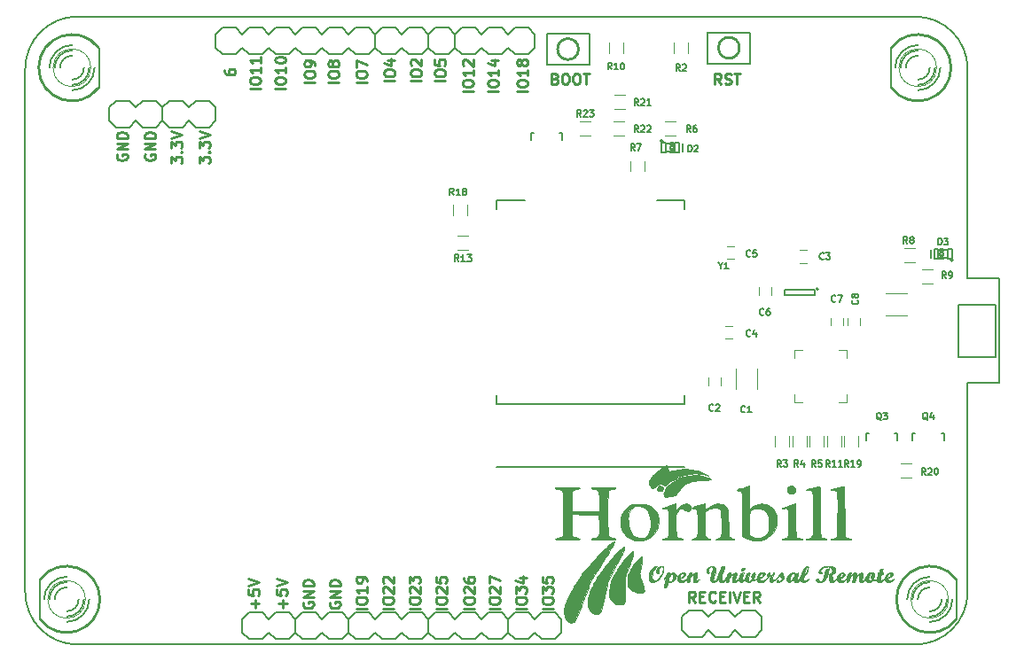
<source format=gbr>
G04 #@! TF.FileFunction,Legend,Top*
%FSLAX46Y46*%
G04 Gerber Fmt 4.6, Leading zero omitted, Abs format (unit mm)*
G04 Created by KiCad (PCBNEW 4.0.7) date 09/21/17 19:05:52*
%MOMM*%
%LPD*%
G01*
G04 APERTURE LIST*
%ADD10C,0.100000*%
%ADD11C,0.254000*%
%ADD12C,0.150000*%
%ADD13C,0.120000*%
%ADD14C,0.203200*%
%ADD15C,0.076200*%
%ADD16C,0.152400*%
%ADD17C,0.050800*%
G04 APERTURE END LIST*
D10*
D11*
X112981619Y-74651809D02*
X111965619Y-74651809D01*
X111965619Y-73974475D02*
X111965619Y-73780952D01*
X112014000Y-73684190D01*
X112110762Y-73587428D01*
X112304286Y-73539047D01*
X112642952Y-73539047D01*
X112836476Y-73587428D01*
X112933238Y-73684190D01*
X112981619Y-73780952D01*
X112981619Y-73974475D01*
X112933238Y-74071237D01*
X112836476Y-74167999D01*
X112642952Y-74216380D01*
X112304286Y-74216380D01*
X112110762Y-74167999D01*
X112014000Y-74071237D01*
X111965619Y-73974475D01*
X112981619Y-72571428D02*
X112981619Y-73151999D01*
X112981619Y-72861713D02*
X111965619Y-72861713D01*
X112110762Y-72958475D01*
X112207524Y-73055237D01*
X112255905Y-73151999D01*
X112401048Y-71990856D02*
X112352667Y-72087618D01*
X112304286Y-72135999D01*
X112207524Y-72184380D01*
X112159143Y-72184380D01*
X112062381Y-72135999D01*
X112014000Y-72087618D01*
X111965619Y-71990856D01*
X111965619Y-71797333D01*
X112014000Y-71700571D01*
X112062381Y-71652190D01*
X112159143Y-71603809D01*
X112207524Y-71603809D01*
X112304286Y-71652190D01*
X112352667Y-71700571D01*
X112401048Y-71797333D01*
X112401048Y-71990856D01*
X112449429Y-72087618D01*
X112497810Y-72135999D01*
X112594571Y-72184380D01*
X112788095Y-72184380D01*
X112884857Y-72135999D01*
X112933238Y-72087618D01*
X112981619Y-71990856D01*
X112981619Y-71797333D01*
X112933238Y-71700571D01*
X112884857Y-71652190D01*
X112788095Y-71603809D01*
X112594571Y-71603809D01*
X112497810Y-71652190D01*
X112449429Y-71700571D01*
X112401048Y-71797333D01*
X110187619Y-74651809D02*
X109171619Y-74651809D01*
X109171619Y-73974475D02*
X109171619Y-73780952D01*
X109220000Y-73684190D01*
X109316762Y-73587428D01*
X109510286Y-73539047D01*
X109848952Y-73539047D01*
X110042476Y-73587428D01*
X110139238Y-73684190D01*
X110187619Y-73780952D01*
X110187619Y-73974475D01*
X110139238Y-74071237D01*
X110042476Y-74167999D01*
X109848952Y-74216380D01*
X109510286Y-74216380D01*
X109316762Y-74167999D01*
X109220000Y-74071237D01*
X109171619Y-73974475D01*
X110187619Y-72571428D02*
X110187619Y-73151999D01*
X110187619Y-72861713D02*
X109171619Y-72861713D01*
X109316762Y-72958475D01*
X109413524Y-73055237D01*
X109461905Y-73151999D01*
X109510286Y-71700571D02*
X110187619Y-71700571D01*
X109123238Y-71942475D02*
X109848952Y-72184380D01*
X109848952Y-71555428D01*
X107774619Y-74651809D02*
X106758619Y-74651809D01*
X106758619Y-73974475D02*
X106758619Y-73780952D01*
X106807000Y-73684190D01*
X106903762Y-73587428D01*
X107097286Y-73539047D01*
X107435952Y-73539047D01*
X107629476Y-73587428D01*
X107726238Y-73684190D01*
X107774619Y-73780952D01*
X107774619Y-73974475D01*
X107726238Y-74071237D01*
X107629476Y-74167999D01*
X107435952Y-74216380D01*
X107097286Y-74216380D01*
X106903762Y-74167999D01*
X106807000Y-74071237D01*
X106758619Y-73974475D01*
X107774619Y-72571428D02*
X107774619Y-73151999D01*
X107774619Y-72861713D02*
X106758619Y-72861713D01*
X106903762Y-72958475D01*
X107000524Y-73055237D01*
X107048905Y-73151999D01*
X106855381Y-72184380D02*
X106807000Y-72135999D01*
X106758619Y-72039237D01*
X106758619Y-71797333D01*
X106807000Y-71700571D01*
X106855381Y-71652190D01*
X106952143Y-71603809D01*
X107048905Y-71603809D01*
X107194048Y-71652190D01*
X107774619Y-72232761D01*
X107774619Y-71603809D01*
X105107619Y-73660000D02*
X104091619Y-73660000D01*
X104091619Y-72982666D02*
X104091619Y-72789143D01*
X104140000Y-72692381D01*
X104236762Y-72595619D01*
X104430286Y-72547238D01*
X104768952Y-72547238D01*
X104962476Y-72595619D01*
X105059238Y-72692381D01*
X105107619Y-72789143D01*
X105107619Y-72982666D01*
X105059238Y-73079428D01*
X104962476Y-73176190D01*
X104768952Y-73224571D01*
X104430286Y-73224571D01*
X104236762Y-73176190D01*
X104140000Y-73079428D01*
X104091619Y-72982666D01*
X104091619Y-71628000D02*
X104091619Y-72111809D01*
X104575429Y-72160190D01*
X104527048Y-72111809D01*
X104478667Y-72015047D01*
X104478667Y-71773143D01*
X104527048Y-71676381D01*
X104575429Y-71628000D01*
X104672190Y-71579619D01*
X104914095Y-71579619D01*
X105010857Y-71628000D01*
X105059238Y-71676381D01*
X105107619Y-71773143D01*
X105107619Y-72015047D01*
X105059238Y-72111809D01*
X105010857Y-72160190D01*
X102821619Y-73660000D02*
X101805619Y-73660000D01*
X101805619Y-72982666D02*
X101805619Y-72789143D01*
X101854000Y-72692381D01*
X101950762Y-72595619D01*
X102144286Y-72547238D01*
X102482952Y-72547238D01*
X102676476Y-72595619D01*
X102773238Y-72692381D01*
X102821619Y-72789143D01*
X102821619Y-72982666D01*
X102773238Y-73079428D01*
X102676476Y-73176190D01*
X102482952Y-73224571D01*
X102144286Y-73224571D01*
X101950762Y-73176190D01*
X101854000Y-73079428D01*
X101805619Y-72982666D01*
X101902381Y-72160190D02*
X101854000Y-72111809D01*
X101805619Y-72015047D01*
X101805619Y-71773143D01*
X101854000Y-71676381D01*
X101902381Y-71628000D01*
X101999143Y-71579619D01*
X102095905Y-71579619D01*
X102241048Y-71628000D01*
X102821619Y-72208571D01*
X102821619Y-71579619D01*
X100281619Y-73660000D02*
X99265619Y-73660000D01*
X99265619Y-72982666D02*
X99265619Y-72789143D01*
X99314000Y-72692381D01*
X99410762Y-72595619D01*
X99604286Y-72547238D01*
X99942952Y-72547238D01*
X100136476Y-72595619D01*
X100233238Y-72692381D01*
X100281619Y-72789143D01*
X100281619Y-72982666D01*
X100233238Y-73079428D01*
X100136476Y-73176190D01*
X99942952Y-73224571D01*
X99604286Y-73224571D01*
X99410762Y-73176190D01*
X99314000Y-73079428D01*
X99265619Y-72982666D01*
X99604286Y-71676381D02*
X100281619Y-71676381D01*
X99217238Y-71918285D02*
X99942952Y-72160190D01*
X99942952Y-71531238D01*
X97614619Y-73787000D02*
X96598619Y-73787000D01*
X96598619Y-73109666D02*
X96598619Y-72916143D01*
X96647000Y-72819381D01*
X96743762Y-72722619D01*
X96937286Y-72674238D01*
X97275952Y-72674238D01*
X97469476Y-72722619D01*
X97566238Y-72819381D01*
X97614619Y-72916143D01*
X97614619Y-73109666D01*
X97566238Y-73206428D01*
X97469476Y-73303190D01*
X97275952Y-73351571D01*
X96937286Y-73351571D01*
X96743762Y-73303190D01*
X96647000Y-73206428D01*
X96598619Y-73109666D01*
X96598619Y-72335571D02*
X96598619Y-71658238D01*
X97614619Y-72093666D01*
X92661619Y-73787000D02*
X91645619Y-73787000D01*
X91645619Y-73109666D02*
X91645619Y-72916143D01*
X91694000Y-72819381D01*
X91790762Y-72722619D01*
X91984286Y-72674238D01*
X92322952Y-72674238D01*
X92516476Y-72722619D01*
X92613238Y-72819381D01*
X92661619Y-72916143D01*
X92661619Y-73109666D01*
X92613238Y-73206428D01*
X92516476Y-73303190D01*
X92322952Y-73351571D01*
X91984286Y-73351571D01*
X91790762Y-73303190D01*
X91694000Y-73206428D01*
X91645619Y-73109666D01*
X92661619Y-72190428D02*
X92661619Y-71996904D01*
X92613238Y-71900143D01*
X92564857Y-71851762D01*
X92419714Y-71755000D01*
X92226190Y-71706619D01*
X91839143Y-71706619D01*
X91742381Y-71755000D01*
X91694000Y-71803381D01*
X91645619Y-71900143D01*
X91645619Y-72093666D01*
X91694000Y-72190428D01*
X91742381Y-72238809D01*
X91839143Y-72287190D01*
X92081048Y-72287190D01*
X92177810Y-72238809D01*
X92226190Y-72190428D01*
X92274571Y-72093666D01*
X92274571Y-71900143D01*
X92226190Y-71803381D01*
X92177810Y-71755000D01*
X92081048Y-71706619D01*
X94947619Y-73787000D02*
X93931619Y-73787000D01*
X93931619Y-73109666D02*
X93931619Y-72916143D01*
X93980000Y-72819381D01*
X94076762Y-72722619D01*
X94270286Y-72674238D01*
X94608952Y-72674238D01*
X94802476Y-72722619D01*
X94899238Y-72819381D01*
X94947619Y-72916143D01*
X94947619Y-73109666D01*
X94899238Y-73206428D01*
X94802476Y-73303190D01*
X94608952Y-73351571D01*
X94270286Y-73351571D01*
X94076762Y-73303190D01*
X93980000Y-73206428D01*
X93931619Y-73109666D01*
X94367048Y-72093666D02*
X94318667Y-72190428D01*
X94270286Y-72238809D01*
X94173524Y-72287190D01*
X94125143Y-72287190D01*
X94028381Y-72238809D01*
X93980000Y-72190428D01*
X93931619Y-72093666D01*
X93931619Y-71900143D01*
X93980000Y-71803381D01*
X94028381Y-71755000D01*
X94125143Y-71706619D01*
X94173524Y-71706619D01*
X94270286Y-71755000D01*
X94318667Y-71803381D01*
X94367048Y-71900143D01*
X94367048Y-72093666D01*
X94415429Y-72190428D01*
X94463810Y-72238809D01*
X94560571Y-72287190D01*
X94754095Y-72287190D01*
X94850857Y-72238809D01*
X94899238Y-72190428D01*
X94947619Y-72093666D01*
X94947619Y-71900143D01*
X94899238Y-71803381D01*
X94850857Y-71755000D01*
X94754095Y-71706619D01*
X94560571Y-71706619D01*
X94463810Y-71755000D01*
X94415429Y-71803381D01*
X94367048Y-71900143D01*
X89867619Y-74397809D02*
X88851619Y-74397809D01*
X88851619Y-73720475D02*
X88851619Y-73526952D01*
X88900000Y-73430190D01*
X88996762Y-73333428D01*
X89190286Y-73285047D01*
X89528952Y-73285047D01*
X89722476Y-73333428D01*
X89819238Y-73430190D01*
X89867619Y-73526952D01*
X89867619Y-73720475D01*
X89819238Y-73817237D01*
X89722476Y-73913999D01*
X89528952Y-73962380D01*
X89190286Y-73962380D01*
X88996762Y-73913999D01*
X88900000Y-73817237D01*
X88851619Y-73720475D01*
X89867619Y-72317428D02*
X89867619Y-72897999D01*
X89867619Y-72607713D02*
X88851619Y-72607713D01*
X88996762Y-72704475D01*
X89093524Y-72801237D01*
X89141905Y-72897999D01*
X88851619Y-71688475D02*
X88851619Y-71591714D01*
X88900000Y-71494952D01*
X88948381Y-71446571D01*
X89045143Y-71398190D01*
X89238667Y-71349809D01*
X89480571Y-71349809D01*
X89674095Y-71398190D01*
X89770857Y-71446571D01*
X89819238Y-71494952D01*
X89867619Y-71591714D01*
X89867619Y-71688475D01*
X89819238Y-71785237D01*
X89770857Y-71833618D01*
X89674095Y-71881999D01*
X89480571Y-71930380D01*
X89238667Y-71930380D01*
X89045143Y-71881999D01*
X88948381Y-71833618D01*
X88900000Y-71785237D01*
X88851619Y-71688475D01*
X87454619Y-74397809D02*
X86438619Y-74397809D01*
X86438619Y-73720475D02*
X86438619Y-73526952D01*
X86487000Y-73430190D01*
X86583762Y-73333428D01*
X86777286Y-73285047D01*
X87115952Y-73285047D01*
X87309476Y-73333428D01*
X87406238Y-73430190D01*
X87454619Y-73526952D01*
X87454619Y-73720475D01*
X87406238Y-73817237D01*
X87309476Y-73913999D01*
X87115952Y-73962380D01*
X86777286Y-73962380D01*
X86583762Y-73913999D01*
X86487000Y-73817237D01*
X86438619Y-73720475D01*
X87454619Y-72317428D02*
X87454619Y-72897999D01*
X87454619Y-72607713D02*
X86438619Y-72607713D01*
X86583762Y-72704475D01*
X86680524Y-72801237D01*
X86728905Y-72897999D01*
X87454619Y-71349809D02*
X87454619Y-71930380D01*
X87454619Y-71640094D02*
X86438619Y-71640094D01*
X86583762Y-71736856D01*
X86680524Y-71833618D01*
X86728905Y-71930380D01*
X84025619Y-72577476D02*
X84025619Y-72770999D01*
X84074000Y-72867761D01*
X84122381Y-72916142D01*
X84267524Y-73012904D01*
X84461048Y-73061285D01*
X84848095Y-73061285D01*
X84944857Y-73012904D01*
X84993238Y-72964523D01*
X85041619Y-72867761D01*
X85041619Y-72674238D01*
X84993238Y-72577476D01*
X84944857Y-72529095D01*
X84848095Y-72480714D01*
X84606190Y-72480714D01*
X84509429Y-72529095D01*
X84461048Y-72577476D01*
X84412667Y-72674238D01*
X84412667Y-72867761D01*
X84461048Y-72964523D01*
X84509429Y-73012904D01*
X84606190Y-73061285D01*
X73787000Y-80657095D02*
X73738619Y-80753857D01*
X73738619Y-80899000D01*
X73787000Y-81044142D01*
X73883762Y-81140904D01*
X73980524Y-81189285D01*
X74174048Y-81237666D01*
X74319190Y-81237666D01*
X74512714Y-81189285D01*
X74609476Y-81140904D01*
X74706238Y-81044142D01*
X74754619Y-80899000D01*
X74754619Y-80802238D01*
X74706238Y-80657095D01*
X74657857Y-80608714D01*
X74319190Y-80608714D01*
X74319190Y-80802238D01*
X74754619Y-80173285D02*
X73738619Y-80173285D01*
X74754619Y-79592714D01*
X73738619Y-79592714D01*
X74754619Y-79108904D02*
X73738619Y-79108904D01*
X73738619Y-78866999D01*
X73787000Y-78721857D01*
X73883762Y-78625095D01*
X73980524Y-78576714D01*
X74174048Y-78528333D01*
X74319190Y-78528333D01*
X74512714Y-78576714D01*
X74609476Y-78625095D01*
X74706238Y-78721857D01*
X74754619Y-78866999D01*
X74754619Y-79108904D01*
X76454000Y-80657095D02*
X76405619Y-80753857D01*
X76405619Y-80899000D01*
X76454000Y-81044142D01*
X76550762Y-81140904D01*
X76647524Y-81189285D01*
X76841048Y-81237666D01*
X76986190Y-81237666D01*
X77179714Y-81189285D01*
X77276476Y-81140904D01*
X77373238Y-81044142D01*
X77421619Y-80899000D01*
X77421619Y-80802238D01*
X77373238Y-80657095D01*
X77324857Y-80608714D01*
X76986190Y-80608714D01*
X76986190Y-80802238D01*
X77421619Y-80173285D02*
X76405619Y-80173285D01*
X77421619Y-79592714D01*
X76405619Y-79592714D01*
X77421619Y-79108904D02*
X76405619Y-79108904D01*
X76405619Y-78866999D01*
X76454000Y-78721857D01*
X76550762Y-78625095D01*
X76647524Y-78576714D01*
X76841048Y-78528333D01*
X76986190Y-78528333D01*
X77179714Y-78576714D01*
X77276476Y-78625095D01*
X77373238Y-78721857D01*
X77421619Y-78866999D01*
X77421619Y-79108904D01*
X81612619Y-81509809D02*
X81612619Y-80880857D01*
X81999667Y-81219523D01*
X81999667Y-81074381D01*
X82048048Y-80977619D01*
X82096429Y-80929238D01*
X82193190Y-80880857D01*
X82435095Y-80880857D01*
X82531857Y-80929238D01*
X82580238Y-80977619D01*
X82628619Y-81074381D01*
X82628619Y-81364666D01*
X82580238Y-81461428D01*
X82531857Y-81509809D01*
X82531857Y-80445428D02*
X82580238Y-80397047D01*
X82628619Y-80445428D01*
X82580238Y-80493809D01*
X82531857Y-80445428D01*
X82628619Y-80445428D01*
X81612619Y-80058380D02*
X81612619Y-79429428D01*
X81999667Y-79768094D01*
X81999667Y-79622952D01*
X82048048Y-79526190D01*
X82096429Y-79477809D01*
X82193190Y-79429428D01*
X82435095Y-79429428D01*
X82531857Y-79477809D01*
X82580238Y-79526190D01*
X82628619Y-79622952D01*
X82628619Y-79913237D01*
X82580238Y-80009999D01*
X82531857Y-80058380D01*
X81612619Y-79139142D02*
X82628619Y-78800475D01*
X81612619Y-78461809D01*
X78945619Y-81509809D02*
X78945619Y-80880857D01*
X79332667Y-81219523D01*
X79332667Y-81074381D01*
X79381048Y-80977619D01*
X79429429Y-80929238D01*
X79526190Y-80880857D01*
X79768095Y-80880857D01*
X79864857Y-80929238D01*
X79913238Y-80977619D01*
X79961619Y-81074381D01*
X79961619Y-81364666D01*
X79913238Y-81461428D01*
X79864857Y-81509809D01*
X79864857Y-80445428D02*
X79913238Y-80397047D01*
X79961619Y-80445428D01*
X79913238Y-80493809D01*
X79864857Y-80445428D01*
X79961619Y-80445428D01*
X78945619Y-80058380D02*
X78945619Y-79429428D01*
X79332667Y-79768094D01*
X79332667Y-79622952D01*
X79381048Y-79526190D01*
X79429429Y-79477809D01*
X79526190Y-79429428D01*
X79768095Y-79429428D01*
X79864857Y-79477809D01*
X79913238Y-79526190D01*
X79961619Y-79622952D01*
X79961619Y-79913237D01*
X79913238Y-80009999D01*
X79864857Y-80058380D01*
X78945619Y-79139142D02*
X79961619Y-78800475D01*
X78945619Y-78461809D01*
X115394619Y-124054809D02*
X114378619Y-124054809D01*
X114378619Y-123377475D02*
X114378619Y-123183952D01*
X114427000Y-123087190D01*
X114523762Y-122990428D01*
X114717286Y-122942047D01*
X115055952Y-122942047D01*
X115249476Y-122990428D01*
X115346238Y-123087190D01*
X115394619Y-123183952D01*
X115394619Y-123377475D01*
X115346238Y-123474237D01*
X115249476Y-123570999D01*
X115055952Y-123619380D01*
X114717286Y-123619380D01*
X114523762Y-123570999D01*
X114427000Y-123474237D01*
X114378619Y-123377475D01*
X114378619Y-122603380D02*
X114378619Y-121974428D01*
X114765667Y-122313094D01*
X114765667Y-122167952D01*
X114814048Y-122071190D01*
X114862429Y-122022809D01*
X114959190Y-121974428D01*
X115201095Y-121974428D01*
X115297857Y-122022809D01*
X115346238Y-122071190D01*
X115394619Y-122167952D01*
X115394619Y-122458237D01*
X115346238Y-122554999D01*
X115297857Y-122603380D01*
X114378619Y-121055190D02*
X114378619Y-121538999D01*
X114862429Y-121587380D01*
X114814048Y-121538999D01*
X114765667Y-121442237D01*
X114765667Y-121200333D01*
X114814048Y-121103571D01*
X114862429Y-121055190D01*
X114959190Y-121006809D01*
X115201095Y-121006809D01*
X115297857Y-121055190D01*
X115346238Y-121103571D01*
X115394619Y-121200333D01*
X115394619Y-121442237D01*
X115346238Y-121538999D01*
X115297857Y-121587380D01*
X112854619Y-124054809D02*
X111838619Y-124054809D01*
X111838619Y-123377475D02*
X111838619Y-123183952D01*
X111887000Y-123087190D01*
X111983762Y-122990428D01*
X112177286Y-122942047D01*
X112515952Y-122942047D01*
X112709476Y-122990428D01*
X112806238Y-123087190D01*
X112854619Y-123183952D01*
X112854619Y-123377475D01*
X112806238Y-123474237D01*
X112709476Y-123570999D01*
X112515952Y-123619380D01*
X112177286Y-123619380D01*
X111983762Y-123570999D01*
X111887000Y-123474237D01*
X111838619Y-123377475D01*
X111838619Y-122603380D02*
X111838619Y-121974428D01*
X112225667Y-122313094D01*
X112225667Y-122167952D01*
X112274048Y-122071190D01*
X112322429Y-122022809D01*
X112419190Y-121974428D01*
X112661095Y-121974428D01*
X112757857Y-122022809D01*
X112806238Y-122071190D01*
X112854619Y-122167952D01*
X112854619Y-122458237D01*
X112806238Y-122554999D01*
X112757857Y-122603380D01*
X112177286Y-121103571D02*
X112854619Y-121103571D01*
X111790238Y-121345475D02*
X112515952Y-121587380D01*
X112515952Y-120958428D01*
X110314619Y-124054809D02*
X109298619Y-124054809D01*
X109298619Y-123377475D02*
X109298619Y-123183952D01*
X109347000Y-123087190D01*
X109443762Y-122990428D01*
X109637286Y-122942047D01*
X109975952Y-122942047D01*
X110169476Y-122990428D01*
X110266238Y-123087190D01*
X110314619Y-123183952D01*
X110314619Y-123377475D01*
X110266238Y-123474237D01*
X110169476Y-123570999D01*
X109975952Y-123619380D01*
X109637286Y-123619380D01*
X109443762Y-123570999D01*
X109347000Y-123474237D01*
X109298619Y-123377475D01*
X109395381Y-122554999D02*
X109347000Y-122506618D01*
X109298619Y-122409856D01*
X109298619Y-122167952D01*
X109347000Y-122071190D01*
X109395381Y-122022809D01*
X109492143Y-121974428D01*
X109588905Y-121974428D01*
X109734048Y-122022809D01*
X110314619Y-122603380D01*
X110314619Y-121974428D01*
X109298619Y-121635761D02*
X109298619Y-120958428D01*
X110314619Y-121393856D01*
X107901619Y-124054809D02*
X106885619Y-124054809D01*
X106885619Y-123377475D02*
X106885619Y-123183952D01*
X106934000Y-123087190D01*
X107030762Y-122990428D01*
X107224286Y-122942047D01*
X107562952Y-122942047D01*
X107756476Y-122990428D01*
X107853238Y-123087190D01*
X107901619Y-123183952D01*
X107901619Y-123377475D01*
X107853238Y-123474237D01*
X107756476Y-123570999D01*
X107562952Y-123619380D01*
X107224286Y-123619380D01*
X107030762Y-123570999D01*
X106934000Y-123474237D01*
X106885619Y-123377475D01*
X106982381Y-122554999D02*
X106934000Y-122506618D01*
X106885619Y-122409856D01*
X106885619Y-122167952D01*
X106934000Y-122071190D01*
X106982381Y-122022809D01*
X107079143Y-121974428D01*
X107175905Y-121974428D01*
X107321048Y-122022809D01*
X107901619Y-122603380D01*
X107901619Y-121974428D01*
X106885619Y-121103571D02*
X106885619Y-121297094D01*
X106934000Y-121393856D01*
X106982381Y-121442237D01*
X107127524Y-121538999D01*
X107321048Y-121587380D01*
X107708095Y-121587380D01*
X107804857Y-121538999D01*
X107853238Y-121490618D01*
X107901619Y-121393856D01*
X107901619Y-121200333D01*
X107853238Y-121103571D01*
X107804857Y-121055190D01*
X107708095Y-121006809D01*
X107466190Y-121006809D01*
X107369429Y-121055190D01*
X107321048Y-121103571D01*
X107272667Y-121200333D01*
X107272667Y-121393856D01*
X107321048Y-121490618D01*
X107369429Y-121538999D01*
X107466190Y-121587380D01*
X105234619Y-124054809D02*
X104218619Y-124054809D01*
X104218619Y-123377475D02*
X104218619Y-123183952D01*
X104267000Y-123087190D01*
X104363762Y-122990428D01*
X104557286Y-122942047D01*
X104895952Y-122942047D01*
X105089476Y-122990428D01*
X105186238Y-123087190D01*
X105234619Y-123183952D01*
X105234619Y-123377475D01*
X105186238Y-123474237D01*
X105089476Y-123570999D01*
X104895952Y-123619380D01*
X104557286Y-123619380D01*
X104363762Y-123570999D01*
X104267000Y-123474237D01*
X104218619Y-123377475D01*
X104315381Y-122554999D02*
X104267000Y-122506618D01*
X104218619Y-122409856D01*
X104218619Y-122167952D01*
X104267000Y-122071190D01*
X104315381Y-122022809D01*
X104412143Y-121974428D01*
X104508905Y-121974428D01*
X104654048Y-122022809D01*
X105234619Y-122603380D01*
X105234619Y-121974428D01*
X104218619Y-121055190D02*
X104218619Y-121538999D01*
X104702429Y-121587380D01*
X104654048Y-121538999D01*
X104605667Y-121442237D01*
X104605667Y-121200333D01*
X104654048Y-121103571D01*
X104702429Y-121055190D01*
X104799190Y-121006809D01*
X105041095Y-121006809D01*
X105137857Y-121055190D01*
X105186238Y-121103571D01*
X105234619Y-121200333D01*
X105234619Y-121442237D01*
X105186238Y-121538999D01*
X105137857Y-121587380D01*
X102694619Y-124054809D02*
X101678619Y-124054809D01*
X101678619Y-123377475D02*
X101678619Y-123183952D01*
X101727000Y-123087190D01*
X101823762Y-122990428D01*
X102017286Y-122942047D01*
X102355952Y-122942047D01*
X102549476Y-122990428D01*
X102646238Y-123087190D01*
X102694619Y-123183952D01*
X102694619Y-123377475D01*
X102646238Y-123474237D01*
X102549476Y-123570999D01*
X102355952Y-123619380D01*
X102017286Y-123619380D01*
X101823762Y-123570999D01*
X101727000Y-123474237D01*
X101678619Y-123377475D01*
X101775381Y-122554999D02*
X101727000Y-122506618D01*
X101678619Y-122409856D01*
X101678619Y-122167952D01*
X101727000Y-122071190D01*
X101775381Y-122022809D01*
X101872143Y-121974428D01*
X101968905Y-121974428D01*
X102114048Y-122022809D01*
X102694619Y-122603380D01*
X102694619Y-121974428D01*
X101678619Y-121635761D02*
X101678619Y-121006809D01*
X102065667Y-121345475D01*
X102065667Y-121200333D01*
X102114048Y-121103571D01*
X102162429Y-121055190D01*
X102259190Y-121006809D01*
X102501095Y-121006809D01*
X102597857Y-121055190D01*
X102646238Y-121103571D01*
X102694619Y-121200333D01*
X102694619Y-121490618D01*
X102646238Y-121587380D01*
X102597857Y-121635761D01*
X100154619Y-124054809D02*
X99138619Y-124054809D01*
X99138619Y-123377475D02*
X99138619Y-123183952D01*
X99187000Y-123087190D01*
X99283762Y-122990428D01*
X99477286Y-122942047D01*
X99815952Y-122942047D01*
X100009476Y-122990428D01*
X100106238Y-123087190D01*
X100154619Y-123183952D01*
X100154619Y-123377475D01*
X100106238Y-123474237D01*
X100009476Y-123570999D01*
X99815952Y-123619380D01*
X99477286Y-123619380D01*
X99283762Y-123570999D01*
X99187000Y-123474237D01*
X99138619Y-123377475D01*
X99235381Y-122554999D02*
X99187000Y-122506618D01*
X99138619Y-122409856D01*
X99138619Y-122167952D01*
X99187000Y-122071190D01*
X99235381Y-122022809D01*
X99332143Y-121974428D01*
X99428905Y-121974428D01*
X99574048Y-122022809D01*
X100154619Y-122603380D01*
X100154619Y-121974428D01*
X99235381Y-121587380D02*
X99187000Y-121538999D01*
X99138619Y-121442237D01*
X99138619Y-121200333D01*
X99187000Y-121103571D01*
X99235381Y-121055190D01*
X99332143Y-121006809D01*
X99428905Y-121006809D01*
X99574048Y-121055190D01*
X100154619Y-121635761D01*
X100154619Y-121006809D01*
X97614619Y-124054809D02*
X96598619Y-124054809D01*
X96598619Y-123377475D02*
X96598619Y-123183952D01*
X96647000Y-123087190D01*
X96743762Y-122990428D01*
X96937286Y-122942047D01*
X97275952Y-122942047D01*
X97469476Y-122990428D01*
X97566238Y-123087190D01*
X97614619Y-123183952D01*
X97614619Y-123377475D01*
X97566238Y-123474237D01*
X97469476Y-123570999D01*
X97275952Y-123619380D01*
X96937286Y-123619380D01*
X96743762Y-123570999D01*
X96647000Y-123474237D01*
X96598619Y-123377475D01*
X97614619Y-121974428D02*
X97614619Y-122554999D01*
X97614619Y-122264713D02*
X96598619Y-122264713D01*
X96743762Y-122361475D01*
X96840524Y-122458237D01*
X96888905Y-122554999D01*
X97614619Y-121490618D02*
X97614619Y-121297094D01*
X97566238Y-121200333D01*
X97517857Y-121151952D01*
X97372714Y-121055190D01*
X97179190Y-121006809D01*
X96792143Y-121006809D01*
X96695381Y-121055190D01*
X96647000Y-121103571D01*
X96598619Y-121200333D01*
X96598619Y-121393856D01*
X96647000Y-121490618D01*
X96695381Y-121538999D01*
X96792143Y-121587380D01*
X97034048Y-121587380D01*
X97130810Y-121538999D01*
X97179190Y-121490618D01*
X97227571Y-121393856D01*
X97227571Y-121200333D01*
X97179190Y-121103571D01*
X97130810Y-121055190D01*
X97034048Y-121006809D01*
X94107000Y-123456095D02*
X94058619Y-123552857D01*
X94058619Y-123698000D01*
X94107000Y-123843142D01*
X94203762Y-123939904D01*
X94300524Y-123988285D01*
X94494048Y-124036666D01*
X94639190Y-124036666D01*
X94832714Y-123988285D01*
X94929476Y-123939904D01*
X95026238Y-123843142D01*
X95074619Y-123698000D01*
X95074619Y-123601238D01*
X95026238Y-123456095D01*
X94977857Y-123407714D01*
X94639190Y-123407714D01*
X94639190Y-123601238D01*
X95074619Y-122972285D02*
X94058619Y-122972285D01*
X95074619Y-122391714D01*
X94058619Y-122391714D01*
X95074619Y-121907904D02*
X94058619Y-121907904D01*
X94058619Y-121665999D01*
X94107000Y-121520857D01*
X94203762Y-121424095D01*
X94300524Y-121375714D01*
X94494048Y-121327333D01*
X94639190Y-121327333D01*
X94832714Y-121375714D01*
X94929476Y-121424095D01*
X95026238Y-121520857D01*
X95074619Y-121665999D01*
X95074619Y-121907904D01*
X91567000Y-123456095D02*
X91518619Y-123552857D01*
X91518619Y-123698000D01*
X91567000Y-123843142D01*
X91663762Y-123939904D01*
X91760524Y-123988285D01*
X91954048Y-124036666D01*
X92099190Y-124036666D01*
X92292714Y-123988285D01*
X92389476Y-123939904D01*
X92486238Y-123843142D01*
X92534619Y-123698000D01*
X92534619Y-123601238D01*
X92486238Y-123456095D01*
X92437857Y-123407714D01*
X92099190Y-123407714D01*
X92099190Y-123601238D01*
X92534619Y-122972285D02*
X91518619Y-122972285D01*
X92534619Y-122391714D01*
X91518619Y-122391714D01*
X92534619Y-121907904D02*
X91518619Y-121907904D01*
X91518619Y-121665999D01*
X91567000Y-121520857D01*
X91663762Y-121424095D01*
X91760524Y-121375714D01*
X91954048Y-121327333D01*
X92099190Y-121327333D01*
X92292714Y-121375714D01*
X92389476Y-121424095D01*
X92486238Y-121520857D01*
X92534619Y-121665999D01*
X92534619Y-121907904D01*
X89607571Y-123988285D02*
X89607571Y-123214190D01*
X89994619Y-123601238D02*
X89220524Y-123601238D01*
X88978619Y-122246571D02*
X88978619Y-122730380D01*
X89462429Y-122778761D01*
X89414048Y-122730380D01*
X89365667Y-122633618D01*
X89365667Y-122391714D01*
X89414048Y-122294952D01*
X89462429Y-122246571D01*
X89559190Y-122198190D01*
X89801095Y-122198190D01*
X89897857Y-122246571D01*
X89946238Y-122294952D01*
X89994619Y-122391714D01*
X89994619Y-122633618D01*
X89946238Y-122730380D01*
X89897857Y-122778761D01*
X88978619Y-121907904D02*
X89994619Y-121569237D01*
X88978619Y-121230571D01*
X86940571Y-123988285D02*
X86940571Y-123214190D01*
X87327619Y-123601238D02*
X86553524Y-123601238D01*
X86311619Y-122246571D02*
X86311619Y-122730380D01*
X86795429Y-122778761D01*
X86747048Y-122730380D01*
X86698667Y-122633618D01*
X86698667Y-122391714D01*
X86747048Y-122294952D01*
X86795429Y-122246571D01*
X86892190Y-122198190D01*
X87134095Y-122198190D01*
X87230857Y-122246571D01*
X87279238Y-122294952D01*
X87327619Y-122391714D01*
X87327619Y-122633618D01*
X87279238Y-122730380D01*
X87230857Y-122778761D01*
X86311619Y-121907904D02*
X87327619Y-121569237D01*
X86311619Y-121230571D01*
X128992286Y-123459619D02*
X128653620Y-122975810D01*
X128411715Y-123459619D02*
X128411715Y-122443619D01*
X128798762Y-122443619D01*
X128895524Y-122492000D01*
X128943905Y-122540381D01*
X128992286Y-122637143D01*
X128992286Y-122782286D01*
X128943905Y-122879048D01*
X128895524Y-122927429D01*
X128798762Y-122975810D01*
X128411715Y-122975810D01*
X129427715Y-122927429D02*
X129766381Y-122927429D01*
X129911524Y-123459619D02*
X129427715Y-123459619D01*
X129427715Y-122443619D01*
X129911524Y-122443619D01*
X130927524Y-123362857D02*
X130879143Y-123411238D01*
X130734000Y-123459619D01*
X130637238Y-123459619D01*
X130492096Y-123411238D01*
X130395334Y-123314476D01*
X130346953Y-123217714D01*
X130298572Y-123024190D01*
X130298572Y-122879048D01*
X130346953Y-122685524D01*
X130395334Y-122588762D01*
X130492096Y-122492000D01*
X130637238Y-122443619D01*
X130734000Y-122443619D01*
X130879143Y-122492000D01*
X130927524Y-122540381D01*
X131362953Y-122927429D02*
X131701619Y-122927429D01*
X131846762Y-123459619D02*
X131362953Y-123459619D01*
X131362953Y-122443619D01*
X131846762Y-122443619D01*
X132282191Y-123459619D02*
X132282191Y-122443619D01*
X132620858Y-122443619D02*
X132959525Y-123459619D01*
X133298191Y-122443619D01*
X133636858Y-122927429D02*
X133975524Y-122927429D01*
X134120667Y-123459619D02*
X133636858Y-123459619D01*
X133636858Y-122443619D01*
X134120667Y-122443619D01*
X135136667Y-123459619D02*
X134798001Y-122975810D01*
X134556096Y-123459619D02*
X134556096Y-122443619D01*
X134943143Y-122443619D01*
X135039905Y-122492000D01*
X135088286Y-122540381D01*
X135136667Y-122637143D01*
X135136667Y-122782286D01*
X135088286Y-122879048D01*
X135039905Y-122927429D01*
X134943143Y-122975810D01*
X134556096Y-122975810D01*
D12*
X65000000Y-112500000D02*
X65000000Y-82500000D01*
X155000000Y-77500000D02*
X155000000Y-87500000D01*
D11*
X131443619Y-73959619D02*
X131104953Y-73475810D01*
X130863048Y-73959619D02*
X130863048Y-72943619D01*
X131250095Y-72943619D01*
X131346857Y-72992000D01*
X131395238Y-73040381D01*
X131443619Y-73137143D01*
X131443619Y-73282286D01*
X131395238Y-73379048D01*
X131346857Y-73427429D01*
X131250095Y-73475810D01*
X130863048Y-73475810D01*
X131830667Y-73911238D02*
X131975810Y-73959619D01*
X132217714Y-73959619D01*
X132314476Y-73911238D01*
X132362857Y-73862857D01*
X132411238Y-73766095D01*
X132411238Y-73669333D01*
X132362857Y-73572571D01*
X132314476Y-73524190D01*
X132217714Y-73475810D01*
X132024191Y-73427429D01*
X131927429Y-73379048D01*
X131879048Y-73330667D01*
X131830667Y-73233905D01*
X131830667Y-73137143D01*
X131879048Y-73040381D01*
X131927429Y-72992000D01*
X132024191Y-72943619D01*
X132266095Y-72943619D01*
X132411238Y-72992000D01*
X132701524Y-72943619D02*
X133282095Y-72943619D01*
X132991810Y-73959619D02*
X132991810Y-72943619D01*
X115621143Y-73427429D02*
X115766286Y-73475810D01*
X115814667Y-73524190D01*
X115863048Y-73620952D01*
X115863048Y-73766095D01*
X115814667Y-73862857D01*
X115766286Y-73911238D01*
X115669524Y-73959619D01*
X115282477Y-73959619D01*
X115282477Y-72943619D01*
X115621143Y-72943619D01*
X115717905Y-72992000D01*
X115766286Y-73040381D01*
X115814667Y-73137143D01*
X115814667Y-73233905D01*
X115766286Y-73330667D01*
X115717905Y-73379048D01*
X115621143Y-73427429D01*
X115282477Y-73427429D01*
X116492001Y-72943619D02*
X116685524Y-72943619D01*
X116782286Y-72992000D01*
X116879048Y-73088762D01*
X116927429Y-73282286D01*
X116927429Y-73620952D01*
X116879048Y-73814476D01*
X116782286Y-73911238D01*
X116685524Y-73959619D01*
X116492001Y-73959619D01*
X116395239Y-73911238D01*
X116298477Y-73814476D01*
X116250096Y-73620952D01*
X116250096Y-73282286D01*
X116298477Y-73088762D01*
X116395239Y-72992000D01*
X116492001Y-72943619D01*
X117556382Y-72943619D02*
X117749905Y-72943619D01*
X117846667Y-72992000D01*
X117943429Y-73088762D01*
X117991810Y-73282286D01*
X117991810Y-73620952D01*
X117943429Y-73814476D01*
X117846667Y-73911238D01*
X117749905Y-73959619D01*
X117556382Y-73959619D01*
X117459620Y-73911238D01*
X117362858Y-73814476D01*
X117314477Y-73620952D01*
X117314477Y-73282286D01*
X117362858Y-73088762D01*
X117459620Y-72992000D01*
X117556382Y-72943619D01*
X118282096Y-72943619D02*
X118862667Y-72943619D01*
X118572382Y-73959619D02*
X118572382Y-72943619D01*
D12*
X65000000Y-122500000D02*
X65000000Y-112500000D01*
X65000000Y-72500000D02*
X65000000Y-82500000D01*
X158000000Y-102500000D02*
X155000000Y-102500000D01*
X158000000Y-92500000D02*
X158000000Y-102500000D01*
X155000000Y-92500000D02*
X158000000Y-92500000D01*
X150000000Y-67500000D02*
X70000000Y-67500000D01*
X155000000Y-77500000D02*
X155000000Y-72500000D01*
X155000000Y-122500000D02*
X155000000Y-102500000D01*
X70000000Y-127500000D02*
X150000000Y-127500000D01*
X155000000Y-72500000D02*
G75*
G03X150000000Y-67500000I-5000000J0D01*
G01*
X150000000Y-127500000D02*
G75*
G03X155000000Y-122500000I0J5000000D01*
G01*
X65000000Y-122500000D02*
G75*
G03X70000000Y-127500000I5000000J0D01*
G01*
X70000000Y-67500000D02*
G75*
G03X65000000Y-72500000I0J-5000000D01*
G01*
X155000000Y-92500000D02*
X155000000Y-87500000D01*
X78105000Y-76200000D02*
X78105000Y-77470000D01*
X78105000Y-77470000D02*
X78740000Y-78105000D01*
X78740000Y-78105000D02*
X80010000Y-78105000D01*
X80010000Y-78105000D02*
X80645000Y-77470000D01*
X80645000Y-77470000D02*
X81280000Y-78105000D01*
X81280000Y-78105000D02*
X82550000Y-78105000D01*
X82550000Y-78105000D02*
X83185000Y-77470000D01*
X83185000Y-77470000D02*
X83185000Y-76200000D01*
X83185000Y-76200000D02*
X82550000Y-75565000D01*
X82550000Y-75565000D02*
X81280000Y-75565000D01*
X81280000Y-75565000D02*
X80645000Y-76200000D01*
X80645000Y-76200000D02*
X80010000Y-75565000D01*
X80010000Y-75565000D02*
X78740000Y-75565000D01*
X78740000Y-75565000D02*
X78105000Y-76200000D01*
X85725000Y-125095000D02*
X85725000Y-126365000D01*
X85725000Y-126365000D02*
X86360000Y-127000000D01*
X86360000Y-127000000D02*
X87630000Y-127000000D01*
X87630000Y-127000000D02*
X88265000Y-126365000D01*
X88265000Y-126365000D02*
X88900000Y-127000000D01*
X88900000Y-127000000D02*
X90170000Y-127000000D01*
X90170000Y-127000000D02*
X90805000Y-126365000D01*
X90805000Y-126365000D02*
X90805000Y-125095000D01*
X90805000Y-125095000D02*
X90170000Y-124460000D01*
X90170000Y-124460000D02*
X88900000Y-124460000D01*
X88900000Y-124460000D02*
X88265000Y-125095000D01*
X88265000Y-125095000D02*
X87630000Y-124460000D01*
X87630000Y-124460000D02*
X86360000Y-124460000D01*
X86360000Y-124460000D02*
X85725000Y-125095000D01*
X78105000Y-77470000D02*
X78105000Y-76200000D01*
X78105000Y-76200000D02*
X77470000Y-75565000D01*
X77470000Y-75565000D02*
X76200000Y-75565000D01*
X76200000Y-75565000D02*
X75565000Y-76200000D01*
X75565000Y-76200000D02*
X74930000Y-75565000D01*
X74930000Y-75565000D02*
X73660000Y-75565000D01*
X73660000Y-75565000D02*
X73025000Y-76200000D01*
X73025000Y-76200000D02*
X73025000Y-77470000D01*
X73025000Y-77470000D02*
X73660000Y-78105000D01*
X73660000Y-78105000D02*
X74930000Y-78105000D01*
X74930000Y-78105000D02*
X75565000Y-77470000D01*
X75565000Y-77470000D02*
X76200000Y-78105000D01*
X76200000Y-78105000D02*
X77470000Y-78105000D01*
X77470000Y-78105000D02*
X78105000Y-77470000D01*
X95885000Y-126365000D02*
X95885000Y-125095000D01*
X95885000Y-125095000D02*
X95250000Y-124460000D01*
X95250000Y-124460000D02*
X93980000Y-124460000D01*
X93980000Y-124460000D02*
X93345000Y-125095000D01*
X93345000Y-125095000D02*
X92710000Y-124460000D01*
X92710000Y-124460000D02*
X91440000Y-124460000D01*
X91440000Y-124460000D02*
X90805000Y-125095000D01*
X90805000Y-125095000D02*
X90805000Y-126365000D01*
X90805000Y-126365000D02*
X91440000Y-127000000D01*
X91440000Y-127000000D02*
X92710000Y-127000000D01*
X92710000Y-127000000D02*
X93345000Y-126365000D01*
X93345000Y-126365000D02*
X93980000Y-127000000D01*
X93980000Y-127000000D02*
X95250000Y-127000000D01*
X95250000Y-127000000D02*
X95885000Y-126365000D01*
X103505000Y-70485000D02*
X103505000Y-69215000D01*
X103505000Y-69215000D02*
X102870000Y-68580000D01*
X102870000Y-68580000D02*
X101600000Y-68580000D01*
X101600000Y-68580000D02*
X100965000Y-69215000D01*
X100965000Y-69215000D02*
X100330000Y-68580000D01*
X100330000Y-68580000D02*
X99060000Y-68580000D01*
X99060000Y-68580000D02*
X98425000Y-69215000D01*
X98425000Y-69215000D02*
X98425000Y-70485000D01*
X98425000Y-70485000D02*
X99060000Y-71120000D01*
X99060000Y-71120000D02*
X100330000Y-71120000D01*
X100330000Y-71120000D02*
X100965000Y-70485000D01*
X100965000Y-70485000D02*
X101600000Y-71120000D01*
X101600000Y-71120000D02*
X102870000Y-71120000D01*
X102870000Y-71120000D02*
X103505000Y-70485000D01*
X83185000Y-69215000D02*
X83185000Y-70485000D01*
X83185000Y-70485000D02*
X83820000Y-71120000D01*
X83820000Y-71120000D02*
X85090000Y-71120000D01*
X85090000Y-71120000D02*
X85725000Y-70485000D01*
X85725000Y-70485000D02*
X86360000Y-71120000D01*
X86360000Y-71120000D02*
X87630000Y-71120000D01*
X87630000Y-71120000D02*
X88265000Y-70485000D01*
X88265000Y-70485000D02*
X88900000Y-71120000D01*
X88900000Y-71120000D02*
X90170000Y-71120000D01*
X90170000Y-71120000D02*
X90805000Y-70485000D01*
X90805000Y-70485000D02*
X91440000Y-71120000D01*
X91440000Y-71120000D02*
X92710000Y-71120000D01*
X92710000Y-71120000D02*
X93345000Y-70485000D01*
X93345000Y-70485000D02*
X93980000Y-71120000D01*
X93980000Y-71120000D02*
X95250000Y-71120000D01*
X95250000Y-71120000D02*
X95885000Y-70485000D01*
X95885000Y-70485000D02*
X96520000Y-71120000D01*
X96520000Y-71120000D02*
X97790000Y-71120000D01*
X97790000Y-71120000D02*
X98425000Y-70485000D01*
X98425000Y-70485000D02*
X98425000Y-69215000D01*
X98425000Y-69215000D02*
X97790000Y-68580000D01*
X97790000Y-68580000D02*
X96520000Y-68580000D01*
X96520000Y-68580000D02*
X95885000Y-69215000D01*
X95885000Y-69215000D02*
X95250000Y-68580000D01*
X95250000Y-68580000D02*
X93980000Y-68580000D01*
X93980000Y-68580000D02*
X93345000Y-69215000D01*
X93345000Y-69215000D02*
X92710000Y-68580000D01*
X92710000Y-68580000D02*
X91440000Y-68580000D01*
X91440000Y-68580000D02*
X90805000Y-69215000D01*
X90805000Y-69215000D02*
X90170000Y-68580000D01*
X90170000Y-68580000D02*
X88900000Y-68580000D01*
X88900000Y-68580000D02*
X88265000Y-69215000D01*
X88265000Y-69215000D02*
X87630000Y-68580000D01*
X87630000Y-68580000D02*
X86360000Y-68580000D01*
X86360000Y-68580000D02*
X85725000Y-69215000D01*
X85725000Y-69215000D02*
X85090000Y-68580000D01*
X85090000Y-68580000D02*
X83820000Y-68580000D01*
X83820000Y-68580000D02*
X83185000Y-69215000D01*
X104140000Y-71120000D02*
X105410000Y-71120000D01*
X105410000Y-71120000D02*
X106045000Y-70485000D01*
X106045000Y-70485000D02*
X106045000Y-69215000D01*
X106045000Y-69215000D02*
X105410000Y-68580000D01*
X105410000Y-68580000D02*
X104140000Y-68580000D01*
X104140000Y-68580000D02*
X103505000Y-69215000D01*
X103505000Y-69215000D02*
X103505000Y-70485000D01*
X103505000Y-70485000D02*
X104140000Y-71120000D01*
X106045000Y-69215000D02*
X106045000Y-70485000D01*
X106045000Y-70485000D02*
X106680000Y-71120000D01*
X106680000Y-71120000D02*
X107950000Y-71120000D01*
X107950000Y-71120000D02*
X108585000Y-70485000D01*
X108585000Y-70485000D02*
X109220000Y-71120000D01*
X109220000Y-71120000D02*
X110490000Y-71120000D01*
X110490000Y-71120000D02*
X111125000Y-70485000D01*
X111125000Y-70485000D02*
X111760000Y-71120000D01*
X111760000Y-71120000D02*
X113030000Y-71120000D01*
X113030000Y-71120000D02*
X113665000Y-70485000D01*
X113665000Y-70485000D02*
X113665000Y-69215000D01*
X113665000Y-69215000D02*
X113030000Y-68580000D01*
X113030000Y-68580000D02*
X111760000Y-68580000D01*
X111760000Y-68580000D02*
X111125000Y-69215000D01*
X111125000Y-69215000D02*
X110490000Y-68580000D01*
X110490000Y-68580000D02*
X109220000Y-68580000D01*
X109220000Y-68580000D02*
X108585000Y-69215000D01*
X108585000Y-69215000D02*
X107950000Y-68580000D01*
X107950000Y-68580000D02*
X106680000Y-68580000D01*
X106680000Y-68580000D02*
X106045000Y-69215000D01*
X95885000Y-125095000D02*
X95885000Y-126365000D01*
X95885000Y-126365000D02*
X96520000Y-127000000D01*
X96520000Y-127000000D02*
X97790000Y-127000000D01*
X97790000Y-127000000D02*
X98425000Y-126365000D01*
X98425000Y-126365000D02*
X99060000Y-127000000D01*
X99060000Y-127000000D02*
X100330000Y-127000000D01*
X100330000Y-127000000D02*
X100965000Y-126365000D01*
X100965000Y-126365000D02*
X101600000Y-127000000D01*
X101600000Y-127000000D02*
X102870000Y-127000000D01*
X102870000Y-127000000D02*
X103505000Y-126365000D01*
X103505000Y-126365000D02*
X103505000Y-125095000D01*
X103505000Y-125095000D02*
X102870000Y-124460000D01*
X102870000Y-124460000D02*
X101600000Y-124460000D01*
X101600000Y-124460000D02*
X100965000Y-125095000D01*
X100965000Y-125095000D02*
X100330000Y-124460000D01*
X100330000Y-124460000D02*
X99060000Y-124460000D01*
X99060000Y-124460000D02*
X98425000Y-125095000D01*
X98425000Y-125095000D02*
X97790000Y-124460000D01*
X97790000Y-124460000D02*
X96520000Y-124460000D01*
X96520000Y-124460000D02*
X95885000Y-125095000D01*
X103505000Y-125095000D02*
X103505000Y-126365000D01*
X103505000Y-126365000D02*
X104140000Y-127000000D01*
X104140000Y-127000000D02*
X105410000Y-127000000D01*
X105410000Y-127000000D02*
X106045000Y-126365000D01*
X106045000Y-126365000D02*
X106680000Y-127000000D01*
X106680000Y-127000000D02*
X107950000Y-127000000D01*
X107950000Y-127000000D02*
X108585000Y-126365000D01*
X108585000Y-126365000D02*
X109220000Y-127000000D01*
X109220000Y-127000000D02*
X110490000Y-127000000D01*
X110490000Y-127000000D02*
X111125000Y-126365000D01*
X111125000Y-126365000D02*
X111125000Y-125095000D01*
X111125000Y-125095000D02*
X110490000Y-124460000D01*
X110490000Y-124460000D02*
X109220000Y-124460000D01*
X109220000Y-124460000D02*
X108585000Y-125095000D01*
X108585000Y-125095000D02*
X107950000Y-124460000D01*
X107950000Y-124460000D02*
X106680000Y-124460000D01*
X106680000Y-124460000D02*
X106045000Y-125095000D01*
X106045000Y-125095000D02*
X105410000Y-124460000D01*
X105410000Y-124460000D02*
X104140000Y-124460000D01*
X104140000Y-124460000D02*
X103505000Y-125095000D01*
X111125000Y-125095000D02*
X111125000Y-126365000D01*
X111125000Y-126365000D02*
X111760000Y-127000000D01*
X111760000Y-127000000D02*
X113030000Y-127000000D01*
X113030000Y-127000000D02*
X113665000Y-126365000D01*
X113665000Y-126365000D02*
X114300000Y-127000000D01*
X114300000Y-127000000D02*
X115570000Y-127000000D01*
X115570000Y-127000000D02*
X116205000Y-126365000D01*
X116205000Y-126365000D02*
X116205000Y-125095000D01*
X116205000Y-125095000D02*
X115570000Y-124460000D01*
X115570000Y-124460000D02*
X114300000Y-124460000D01*
X114300000Y-124460000D02*
X113665000Y-125095000D01*
X113665000Y-125095000D02*
X113030000Y-124460000D01*
X113030000Y-124460000D02*
X111760000Y-124460000D01*
X111760000Y-124460000D02*
X111125000Y-125095000D01*
X135350000Y-126135000D02*
X135350000Y-124865000D01*
X135350000Y-124865000D02*
X134715000Y-124230000D01*
X134715000Y-124230000D02*
X133445000Y-124230000D01*
X133445000Y-124230000D02*
X132810000Y-124865000D01*
X132810000Y-124865000D02*
X132175000Y-124230000D01*
X132175000Y-124230000D02*
X130905000Y-124230000D01*
X130905000Y-124230000D02*
X130270000Y-124865000D01*
X130270000Y-124865000D02*
X129635000Y-124230000D01*
X129635000Y-124230000D02*
X128365000Y-124230000D01*
X128365000Y-124230000D02*
X127730000Y-124865000D01*
X127730000Y-124865000D02*
X127730000Y-126135000D01*
X127730000Y-126135000D02*
X128365000Y-126770000D01*
X128365000Y-126770000D02*
X129635000Y-126770000D01*
X129635000Y-126770000D02*
X130270000Y-126135000D01*
X130270000Y-126135000D02*
X130905000Y-126770000D01*
X130905000Y-126770000D02*
X132175000Y-126770000D01*
X132175000Y-126770000D02*
X132810000Y-126135000D01*
X132810000Y-126135000D02*
X133445000Y-126770000D01*
X133445000Y-126770000D02*
X134715000Y-126770000D01*
X134715000Y-126770000D02*
X135350000Y-126135000D01*
X127819000Y-79610000D02*
X127819000Y-80410000D01*
X125910421Y-79410000D02*
G75*
G03X125910421Y-79410000I-141421J0D01*
G01*
X127068580Y-79560420D02*
X127068580Y-80459580D01*
X127068580Y-80459580D02*
X127467360Y-80459580D01*
X127467360Y-79560420D02*
X127467360Y-80459580D01*
X127068580Y-79560420D02*
X127467360Y-79560420D01*
X125770640Y-79560420D02*
X125770640Y-80459580D01*
X125770640Y-80459580D02*
X126169420Y-80459580D01*
X126169420Y-79560420D02*
X126169420Y-80459580D01*
X125770640Y-79560420D02*
X126169420Y-79560420D01*
X126619000Y-79560420D02*
X126619000Y-79710280D01*
X126619000Y-79710280D02*
X126918720Y-79710280D01*
X126918720Y-79560420D02*
X126918720Y-79710280D01*
X126619000Y-79560420D02*
X126918720Y-79560420D01*
X126619000Y-80309720D02*
X126619000Y-80459580D01*
X126619000Y-80459580D02*
X126918720Y-80459580D01*
X126918720Y-80309720D02*
X126918720Y-80459580D01*
X126619000Y-80309720D02*
X126918720Y-80309720D01*
X126619000Y-79860140D02*
X126619000Y-80159860D01*
X126619000Y-80159860D02*
X126918720Y-80159860D01*
X126918720Y-79860140D02*
X126918720Y-80159860D01*
X126619000Y-79860140D02*
X126918720Y-79860140D01*
X127068580Y-79611220D02*
X126169420Y-79611220D01*
X127068580Y-80408780D02*
X126169420Y-80408780D01*
X151454000Y-90570000D02*
X151454000Y-89770000D01*
X153645421Y-90770000D02*
G75*
G03X153645421Y-90770000I-141421J0D01*
G01*
X152204420Y-90619580D02*
X152204420Y-89720420D01*
X152204420Y-89720420D02*
X151805640Y-89720420D01*
X151805640Y-90619580D02*
X151805640Y-89720420D01*
X152204420Y-90619580D02*
X151805640Y-90619580D01*
X153502360Y-90619580D02*
X153502360Y-89720420D01*
X153502360Y-89720420D02*
X153103580Y-89720420D01*
X153103580Y-90619580D02*
X153103580Y-89720420D01*
X153502360Y-90619580D02*
X153103580Y-90619580D01*
X152654000Y-90619580D02*
X152654000Y-90469720D01*
X152654000Y-90469720D02*
X152354280Y-90469720D01*
X152354280Y-90619580D02*
X152354280Y-90469720D01*
X152654000Y-90619580D02*
X152354280Y-90619580D01*
X152654000Y-89870280D02*
X152654000Y-89720420D01*
X152654000Y-89720420D02*
X152354280Y-89720420D01*
X152354280Y-89870280D02*
X152354280Y-89720420D01*
X152654000Y-89870280D02*
X152354280Y-89870280D01*
X152654000Y-90319860D02*
X152654000Y-90020140D01*
X152654000Y-90020140D02*
X152354280Y-90020140D01*
X152354280Y-90319860D02*
X152354280Y-90020140D01*
X152654000Y-90319860D02*
X152354280Y-90319860D01*
X152204420Y-90568780D02*
X153103580Y-90568780D01*
X152204420Y-89771220D02*
X153103580Y-89771220D01*
D13*
X134878000Y-103108000D02*
X134878000Y-101108000D01*
X132838000Y-101108000D02*
X132838000Y-103108000D01*
X131410000Y-102012000D02*
X131410000Y-102712000D01*
X130210000Y-102712000D02*
X130210000Y-102012000D01*
X139669000Y-91024000D02*
X138969000Y-91024000D01*
X138969000Y-89824000D02*
X139669000Y-89824000D01*
X131857000Y-97063000D02*
X132557000Y-97063000D01*
X132557000Y-98263000D02*
X131857000Y-98263000D01*
X131984000Y-89443000D02*
X132684000Y-89443000D01*
X132684000Y-90643000D02*
X131984000Y-90643000D01*
X135036000Y-94076000D02*
X135036000Y-93376000D01*
X136236000Y-93376000D02*
X136236000Y-94076000D01*
X143545000Y-96997000D02*
X143545000Y-96297000D01*
X144745000Y-96297000D02*
X144745000Y-96997000D01*
D12*
X157662000Y-95036000D02*
X157662000Y-100036000D01*
X157662000Y-100036000D02*
X154162000Y-100036000D01*
X154162000Y-100036000D02*
X154162000Y-95536000D01*
X154162000Y-95536000D02*
X154162000Y-95036000D01*
X154162000Y-95036000D02*
X157662000Y-95036000D01*
D14*
X72059800Y-74295000D02*
X72059800Y-70485000D01*
D15*
X71265051Y-72390000D02*
G75*
G03X71265051Y-72390000I-1796051J0D01*
G01*
D11*
X72006997Y-70482332D02*
G75*
G03X72009000Y-74295000I-2537997J-1907668D01*
G01*
D16*
X69469000Y-71247000D02*
G75*
G03X68326000Y-72390000I0J-1143000D01*
G01*
X69469000Y-73533000D02*
G75*
G03X70612000Y-72390000I0J1143000D01*
G01*
X69469000Y-70739000D02*
G75*
G03X67818000Y-72390000I0J-1651000D01*
G01*
X69469000Y-74041000D02*
G75*
G03X71120000Y-72390000I0J1651000D01*
G01*
X69469000Y-70231000D02*
G75*
G03X67310000Y-72390000I0J-2159000D01*
G01*
X69469000Y-74549000D02*
G75*
G03X71628000Y-72390000I0J2159000D01*
G01*
D14*
X66370200Y-121285000D02*
X66370200Y-125095000D01*
D15*
X70757051Y-123190000D02*
G75*
G03X70757051Y-123190000I-1796051J0D01*
G01*
D11*
X66423003Y-125097668D02*
G75*
G03X66421000Y-121285000I2537997J1907668D01*
G01*
D16*
X68961000Y-124333000D02*
G75*
G03X70104000Y-123190000I0J1143000D01*
G01*
X68961000Y-122047000D02*
G75*
G03X67818000Y-123190000I0J-1143000D01*
G01*
X68961000Y-124841000D02*
G75*
G03X70612000Y-123190000I0J1651000D01*
G01*
X68961000Y-121539000D02*
G75*
G03X67310000Y-123190000I0J-1651000D01*
G01*
X68961000Y-125349000D02*
G75*
G03X71120000Y-123190000I0J2159000D01*
G01*
X68961000Y-121031000D02*
G75*
G03X66802000Y-123190000I0J-2159000D01*
G01*
D14*
X147650200Y-70485000D02*
X147650200Y-74295000D01*
D15*
X152037051Y-72390000D02*
G75*
G03X152037051Y-72390000I-1796051J0D01*
G01*
D11*
X147703003Y-74297668D02*
G75*
G03X147701000Y-70485000I2537997J1907668D01*
G01*
D16*
X150241000Y-73533000D02*
G75*
G03X151384000Y-72390000I0J1143000D01*
G01*
X150241000Y-71247000D02*
G75*
G03X149098000Y-72390000I0J-1143000D01*
G01*
X150241000Y-74041000D02*
G75*
G03X151892000Y-72390000I0J1651000D01*
G01*
X150241000Y-70739000D02*
G75*
G03X148590000Y-72390000I0J-1651000D01*
G01*
X150241000Y-74549000D02*
G75*
G03X152400000Y-72390000I0J2159000D01*
G01*
X150241000Y-70231000D02*
G75*
G03X148082000Y-72390000I0J-2159000D01*
G01*
D14*
X153974800Y-125095000D02*
X153974800Y-121285000D01*
D15*
X153180051Y-123190000D02*
G75*
G03X153180051Y-123190000I-1796051J0D01*
G01*
D11*
X153921997Y-121282332D02*
G75*
G03X153924000Y-125095000I-2537997J-1907668D01*
G01*
D16*
X151384000Y-122047000D02*
G75*
G03X150241000Y-123190000I0J-1143000D01*
G01*
X151384000Y-124333000D02*
G75*
G03X152527000Y-123190000I0J1143000D01*
G01*
X151384000Y-121539000D02*
G75*
G03X149733000Y-123190000I0J-1651000D01*
G01*
X151384000Y-124841000D02*
G75*
G03X153035000Y-123190000I0J1651000D01*
G01*
X151384000Y-121031000D02*
G75*
G03X149225000Y-123190000I0J-2159000D01*
G01*
X151384000Y-125349000D02*
G75*
G03X153543000Y-123190000I0J2159000D01*
G01*
D12*
X127999000Y-104540000D02*
X127999000Y-103640000D01*
X109999000Y-85040000D02*
X109999000Y-85940000D01*
X127999000Y-85040000D02*
X127999000Y-85940000D01*
X127999000Y-104540000D02*
X109999000Y-104540000D01*
X109999000Y-104540000D02*
X109999000Y-103640000D01*
X109999000Y-85040000D02*
X112699000Y-85040000D01*
X127999000Y-85040000D02*
X125299000Y-85040000D01*
X127999000Y-104540000D02*
X109999000Y-104540000D01*
X127999000Y-110540000D02*
X109999000Y-110540000D01*
D13*
X128315000Y-69985000D02*
X128315000Y-70985000D01*
X126955000Y-70985000D02*
X126955000Y-69985000D01*
X126119000Y-77552000D02*
X127119000Y-77552000D01*
X127119000Y-78912000D02*
X126119000Y-78912000D01*
X124124000Y-81288000D02*
X124124000Y-82288000D01*
X122764000Y-82288000D02*
X122764000Y-81288000D01*
X148979000Y-89617000D02*
X149979000Y-89617000D01*
X149979000Y-90977000D02*
X148979000Y-90977000D01*
X150630000Y-91649000D02*
X151630000Y-91649000D01*
X151630000Y-93009000D02*
X150630000Y-93009000D01*
X122092000Y-69985000D02*
X122092000Y-70985000D01*
X120732000Y-70985000D02*
X120732000Y-69985000D01*
X106307000Y-88474000D02*
X107307000Y-88474000D01*
X107307000Y-89834000D02*
X106307000Y-89834000D01*
X107180000Y-85500000D02*
X107180000Y-86500000D01*
X105820000Y-86500000D02*
X105820000Y-85500000D01*
X144571000Y-107577000D02*
X144571000Y-108577000D01*
X143211000Y-108577000D02*
X143211000Y-107577000D01*
X148598000Y-110191000D02*
X149598000Y-110191000D01*
X149598000Y-111551000D02*
X148598000Y-111551000D01*
X122293000Y-76372000D02*
X121293000Y-76372000D01*
X121293000Y-75012000D02*
X122293000Y-75012000D01*
X122166000Y-78912000D02*
X121166000Y-78912000D01*
X121166000Y-77552000D02*
X122166000Y-77552000D01*
X118991000Y-78912000D02*
X117991000Y-78912000D01*
X117991000Y-77552000D02*
X118991000Y-77552000D01*
D12*
X130175000Y-68986400D02*
X130175000Y-71983600D01*
X130175000Y-71983600D02*
X134239000Y-71983600D01*
X134239000Y-71983600D02*
X134239000Y-69037200D01*
X134239000Y-69037200D02*
X130200400Y-69037200D01*
D11*
X133207760Y-70485000D02*
G75*
G03X133207760Y-70485000I-1000760J0D01*
G01*
D12*
X114808000Y-69113400D02*
X114808000Y-72110600D01*
X114808000Y-72110600D02*
X118872000Y-72110600D01*
X118872000Y-72110600D02*
X118872000Y-69164200D01*
X118872000Y-69164200D02*
X114833400Y-69164200D01*
D11*
X117840760Y-70612000D02*
G75*
G03X117840760Y-70612000I-1000760J0D01*
G01*
D12*
X140738000Y-93553000D02*
G75*
G03X140738000Y-93553000I-100000J0D01*
G01*
X140388000Y-94103000D02*
X140388000Y-93603000D01*
X137488000Y-94103000D02*
X140388000Y-94103000D01*
X137488000Y-93603000D02*
X137488000Y-94103000D01*
X140388000Y-93603000D02*
X137488000Y-93603000D01*
X116107160Y-78597760D02*
X116058900Y-78597760D01*
X113308180Y-79298800D02*
X113308180Y-78597760D01*
X113308180Y-78597760D02*
X113557100Y-78597760D01*
X116107160Y-78597760D02*
X116307820Y-78597760D01*
X116307820Y-78597760D02*
X116307820Y-79298800D01*
X148111160Y-107299760D02*
X148062900Y-107299760D01*
X145312180Y-108000800D02*
X145312180Y-107299760D01*
X145312180Y-107299760D02*
X145561100Y-107299760D01*
X148111160Y-107299760D02*
X148311820Y-107299760D01*
X148311820Y-107299760D02*
X148311820Y-108000800D01*
X152556160Y-107299760D02*
X152507900Y-107299760D01*
X149757180Y-108000800D02*
X149757180Y-107299760D01*
X149757180Y-107299760D02*
X150006100Y-107299760D01*
X152556160Y-107299760D02*
X152756820Y-107299760D01*
X152756820Y-107299760D02*
X152756820Y-108000800D01*
D13*
X143094000Y-96297000D02*
X143094000Y-96997000D01*
X141894000Y-96997000D02*
X141894000Y-96297000D01*
X149209000Y-93971000D02*
X147209000Y-93971000D01*
X147209000Y-96021000D02*
X149209000Y-96021000D01*
X137967000Y-107577000D02*
X137967000Y-108577000D01*
X136607000Y-108577000D02*
X136607000Y-107577000D01*
X139618000Y-107577000D02*
X139618000Y-108577000D01*
X138258000Y-108577000D02*
X138258000Y-107577000D01*
X141269000Y-107577000D02*
X141269000Y-108577000D01*
X139909000Y-108577000D02*
X139909000Y-107577000D01*
X142920000Y-107577000D02*
X142920000Y-108577000D01*
X141560000Y-108577000D02*
X141560000Y-107577000D01*
D17*
X143469360Y-103604060D02*
X143469360Y-104353360D01*
X143469360Y-104353360D02*
X142720060Y-104353360D01*
X139219940Y-104353360D02*
X138470640Y-104353360D01*
X138470640Y-104353360D02*
X138470640Y-103604060D01*
X142720060Y-99354640D02*
X143469360Y-99354640D01*
X143469360Y-99354640D02*
X143469360Y-100103940D01*
X139219940Y-99354640D02*
X138470640Y-99354640D01*
X138470640Y-99354640D02*
X138470640Y-100103940D01*
D10*
G36*
X121230487Y-117691245D02*
X121203077Y-117782433D01*
X121149658Y-117913415D01*
X121075310Y-118074416D01*
X120985109Y-118255664D01*
X120884135Y-118447384D01*
X120777466Y-118639804D01*
X120670179Y-118823148D01*
X120567354Y-118987643D01*
X120474067Y-119123517D01*
X120433394Y-119176664D01*
X120359334Y-119281277D01*
X120282112Y-119409158D01*
X120247076Y-119475250D01*
X120180338Y-119596171D01*
X120106010Y-119711335D01*
X120068593Y-119761000D01*
X119999576Y-119856913D01*
X119925045Y-119978739D01*
X119888366Y-120046750D01*
X119827491Y-120153436D01*
X119737675Y-120294469D01*
X119633808Y-120446907D01*
X119579237Y-120523000D01*
X119335388Y-120872280D01*
X119140598Y-121189686D01*
X118983992Y-121494619D01*
X118854693Y-121806478D01*
X118845154Y-121832443D01*
X118778816Y-122014292D01*
X118697996Y-122235371D01*
X118610985Y-122473025D01*
X118526075Y-122704599D01*
X118487743Y-122809000D01*
X118406870Y-123030204D01*
X118320048Y-123269464D01*
X118235564Y-123503832D01*
X118161704Y-123710357D01*
X118132321Y-123793250D01*
X118063997Y-123975243D01*
X117974860Y-124195875D01*
X117874160Y-124433126D01*
X117771149Y-124664977D01*
X117716579Y-124782811D01*
X117619874Y-124985062D01*
X117544081Y-125134888D01*
X117483404Y-125241131D01*
X117432049Y-125312634D01*
X117384221Y-125358238D01*
X117334124Y-125386786D01*
X117316033Y-125393998D01*
X117178842Y-125434693D01*
X117066564Y-125434828D01*
X116940157Y-125391641D01*
X116880005Y-125363153D01*
X116774026Y-125293371D01*
X116686841Y-125193249D01*
X116612892Y-125053385D01*
X116546620Y-124864372D01*
X116512974Y-124742089D01*
X116467305Y-124470994D01*
X116470309Y-124188342D01*
X116522791Y-123875970D01*
X116557351Y-123740320D01*
X116596544Y-123601515D01*
X116632745Y-123485743D01*
X116671978Y-123379000D01*
X116720269Y-123267282D01*
X116783646Y-123136585D01*
X116868133Y-122972905D01*
X116971763Y-122777250D01*
X117050859Y-122626871D01*
X117147935Y-122439596D01*
X117250755Y-122239155D01*
X117347087Y-122049279D01*
X117348235Y-122047000D01*
X117461082Y-121838250D01*
X117601318Y-121602603D01*
X117760031Y-121353081D01*
X117928306Y-121102707D01*
X118097232Y-120864501D01*
X118257893Y-120651488D01*
X118401378Y-120476689D01*
X118485680Y-120385194D01*
X118574826Y-120290335D01*
X118697444Y-120153142D01*
X118841057Y-119987914D01*
X118993188Y-119808951D01*
X119095395Y-119686394D01*
X119236427Y-119517221D01*
X119367685Y-119362365D01*
X119479605Y-119232913D01*
X119562623Y-119139950D01*
X119602105Y-119099019D01*
X119802730Y-118910848D01*
X119947717Y-118770479D01*
X120035821Y-118679149D01*
X120065797Y-118638097D01*
X120065800Y-118637969D01*
X120092909Y-118606062D01*
X120166826Y-118532314D01*
X120276430Y-118427051D01*
X120410601Y-118300598D01*
X120558220Y-118163283D01*
X120708168Y-118025433D01*
X120849324Y-117897373D01*
X120970569Y-117789429D01*
X121060784Y-117711929D01*
X121078772Y-117697250D01*
X121168362Y-117645037D01*
X121226810Y-117649625D01*
X121230487Y-117691245D01*
X121230487Y-117691245D01*
X121230487Y-117691245D01*
G37*
X121230487Y-117691245D02*
X121203077Y-117782433D01*
X121149658Y-117913415D01*
X121075310Y-118074416D01*
X120985109Y-118255664D01*
X120884135Y-118447384D01*
X120777466Y-118639804D01*
X120670179Y-118823148D01*
X120567354Y-118987643D01*
X120474067Y-119123517D01*
X120433394Y-119176664D01*
X120359334Y-119281277D01*
X120282112Y-119409158D01*
X120247076Y-119475250D01*
X120180338Y-119596171D01*
X120106010Y-119711335D01*
X120068593Y-119761000D01*
X119999576Y-119856913D01*
X119925045Y-119978739D01*
X119888366Y-120046750D01*
X119827491Y-120153436D01*
X119737675Y-120294469D01*
X119633808Y-120446907D01*
X119579237Y-120523000D01*
X119335388Y-120872280D01*
X119140598Y-121189686D01*
X118983992Y-121494619D01*
X118854693Y-121806478D01*
X118845154Y-121832443D01*
X118778816Y-122014292D01*
X118697996Y-122235371D01*
X118610985Y-122473025D01*
X118526075Y-122704599D01*
X118487743Y-122809000D01*
X118406870Y-123030204D01*
X118320048Y-123269464D01*
X118235564Y-123503832D01*
X118161704Y-123710357D01*
X118132321Y-123793250D01*
X118063997Y-123975243D01*
X117974860Y-124195875D01*
X117874160Y-124433126D01*
X117771149Y-124664977D01*
X117716579Y-124782811D01*
X117619874Y-124985062D01*
X117544081Y-125134888D01*
X117483404Y-125241131D01*
X117432049Y-125312634D01*
X117384221Y-125358238D01*
X117334124Y-125386786D01*
X117316033Y-125393998D01*
X117178842Y-125434693D01*
X117066564Y-125434828D01*
X116940157Y-125391641D01*
X116880005Y-125363153D01*
X116774026Y-125293371D01*
X116686841Y-125193249D01*
X116612892Y-125053385D01*
X116546620Y-124864372D01*
X116512974Y-124742089D01*
X116467305Y-124470994D01*
X116470309Y-124188342D01*
X116522791Y-123875970D01*
X116557351Y-123740320D01*
X116596544Y-123601515D01*
X116632745Y-123485743D01*
X116671978Y-123379000D01*
X116720269Y-123267282D01*
X116783646Y-123136585D01*
X116868133Y-122972905D01*
X116971763Y-122777250D01*
X117050859Y-122626871D01*
X117147935Y-122439596D01*
X117250755Y-122239155D01*
X117347087Y-122049279D01*
X117348235Y-122047000D01*
X117461082Y-121838250D01*
X117601318Y-121602603D01*
X117760031Y-121353081D01*
X117928306Y-121102707D01*
X118097232Y-120864501D01*
X118257893Y-120651488D01*
X118401378Y-120476689D01*
X118485680Y-120385194D01*
X118574826Y-120290335D01*
X118697444Y-120153142D01*
X118841057Y-119987914D01*
X118993188Y-119808951D01*
X119095395Y-119686394D01*
X119236427Y-119517221D01*
X119367685Y-119362365D01*
X119479605Y-119232913D01*
X119562623Y-119139950D01*
X119602105Y-119099019D01*
X119802730Y-118910848D01*
X119947717Y-118770479D01*
X120035821Y-118679149D01*
X120065797Y-118638097D01*
X120065800Y-118637969D01*
X120092909Y-118606062D01*
X120166826Y-118532314D01*
X120276430Y-118427051D01*
X120410601Y-118300598D01*
X120558220Y-118163283D01*
X120708168Y-118025433D01*
X120849324Y-117897373D01*
X120970569Y-117789429D01*
X121060784Y-117711929D01*
X121078772Y-117697250D01*
X121168362Y-117645037D01*
X121226810Y-117649625D01*
X121230487Y-117691245D01*
X121230487Y-117691245D01*
G36*
X122221182Y-118171869D02*
X122215866Y-118248641D01*
X122176042Y-118380009D01*
X122104066Y-118565783D01*
X122099461Y-118576994D01*
X122004975Y-118805255D01*
X121930807Y-118980791D01*
X121872751Y-119112500D01*
X121826603Y-119209277D01*
X121788156Y-119280022D01*
X121753208Y-119333630D01*
X121724139Y-119371129D01*
X121668252Y-119454621D01*
X121606846Y-119569886D01*
X121569679Y-119652742D01*
X121467844Y-119878393D01*
X121337584Y-120132510D01*
X121194283Y-120386262D01*
X121079938Y-120570625D01*
X120807814Y-121065539D01*
X120628442Y-121577692D01*
X120596654Y-121713625D01*
X120555779Y-121904518D01*
X120510386Y-122112435D01*
X120467108Y-122307169D01*
X120443308Y-122412125D01*
X120408087Y-122567727D01*
X120364737Y-122762384D01*
X120318546Y-122972204D01*
X120274797Y-123173298D01*
X120271193Y-123190000D01*
X120140221Y-123702321D01*
X119957951Y-124260729D01*
X119889812Y-124446619D01*
X119815392Y-124519057D01*
X119674848Y-124565434D01*
X119497793Y-124580945D01*
X119313842Y-124560788D01*
X119264796Y-124547997D01*
X119138472Y-124485337D01*
X119018906Y-124373017D01*
X118901433Y-124205901D01*
X118820965Y-124059524D01*
X118740242Y-123863022D01*
X118696741Y-123657727D01*
X118691422Y-123435010D01*
X118725244Y-123186238D01*
X118799165Y-122902783D01*
X118914146Y-122576013D01*
X119012853Y-122332750D01*
X119080462Y-122169859D01*
X119149270Y-121999276D01*
X119207418Y-121850538D01*
X119222479Y-121810657D01*
X119274515Y-121692713D01*
X119354759Y-121536837D01*
X119454971Y-121356678D01*
X119566916Y-121165886D01*
X119682354Y-120978109D01*
X119793048Y-120806998D01*
X119890759Y-120666201D01*
X119967251Y-120569367D01*
X119979680Y-120556066D01*
X120042841Y-120484344D01*
X120135181Y-120370406D01*
X120244259Y-120229963D01*
X120356832Y-120079816D01*
X120726504Y-119611003D01*
X121170539Y-119108644D01*
X121647595Y-118613657D01*
X121850194Y-118414576D01*
X122006494Y-118271047D01*
X122118854Y-118182881D01*
X122189630Y-118149886D01*
X122221182Y-118171869D01*
X122221182Y-118171869D01*
X122221182Y-118171869D01*
G37*
X122221182Y-118171869D02*
X122215866Y-118248641D01*
X122176042Y-118380009D01*
X122104066Y-118565783D01*
X122099461Y-118576994D01*
X122004975Y-118805255D01*
X121930807Y-118980791D01*
X121872751Y-119112500D01*
X121826603Y-119209277D01*
X121788156Y-119280022D01*
X121753208Y-119333630D01*
X121724139Y-119371129D01*
X121668252Y-119454621D01*
X121606846Y-119569886D01*
X121569679Y-119652742D01*
X121467844Y-119878393D01*
X121337584Y-120132510D01*
X121194283Y-120386262D01*
X121079938Y-120570625D01*
X120807814Y-121065539D01*
X120628442Y-121577692D01*
X120596654Y-121713625D01*
X120555779Y-121904518D01*
X120510386Y-122112435D01*
X120467108Y-122307169D01*
X120443308Y-122412125D01*
X120408087Y-122567727D01*
X120364737Y-122762384D01*
X120318546Y-122972204D01*
X120274797Y-123173298D01*
X120271193Y-123190000D01*
X120140221Y-123702321D01*
X119957951Y-124260729D01*
X119889812Y-124446619D01*
X119815392Y-124519057D01*
X119674848Y-124565434D01*
X119497793Y-124580945D01*
X119313842Y-124560788D01*
X119264796Y-124547997D01*
X119138472Y-124485337D01*
X119018906Y-124373017D01*
X118901433Y-124205901D01*
X118820965Y-124059524D01*
X118740242Y-123863022D01*
X118696741Y-123657727D01*
X118691422Y-123435010D01*
X118725244Y-123186238D01*
X118799165Y-122902783D01*
X118914146Y-122576013D01*
X119012853Y-122332750D01*
X119080462Y-122169859D01*
X119149270Y-121999276D01*
X119207418Y-121850538D01*
X119222479Y-121810657D01*
X119274515Y-121692713D01*
X119354759Y-121536837D01*
X119454971Y-121356678D01*
X119566916Y-121165886D01*
X119682354Y-120978109D01*
X119793048Y-120806998D01*
X119890759Y-120666201D01*
X119967251Y-120569367D01*
X119979680Y-120556066D01*
X120042841Y-120484344D01*
X120135181Y-120370406D01*
X120244259Y-120229963D01*
X120356832Y-120079816D01*
X120726504Y-119611003D01*
X121170539Y-119108644D01*
X121647595Y-118613657D01*
X121850194Y-118414576D01*
X122006494Y-118271047D01*
X122118854Y-118182881D01*
X122189630Y-118149886D01*
X122221182Y-118171869D01*
X122221182Y-118171869D01*
G36*
X123068986Y-118650178D02*
X123063342Y-118767119D01*
X123058459Y-118800562D01*
X123023726Y-118988583D01*
X122980874Y-119172376D01*
X122934184Y-119336679D01*
X122887935Y-119466231D01*
X122851421Y-119538750D01*
X122811130Y-119617851D01*
X122770779Y-119726315D01*
X122755894Y-119776875D01*
X122711413Y-119924131D01*
X122646791Y-120112524D01*
X122569574Y-120322090D01*
X122487304Y-120532870D01*
X122407525Y-120724900D01*
X122346453Y-120860266D01*
X122335082Y-120915435D01*
X122324889Y-121025720D01*
X122316197Y-121182742D01*
X122309330Y-121378119D01*
X122304611Y-121603470D01*
X122302364Y-121850414D01*
X122302330Y-122003266D01*
X122302036Y-122268680D01*
X122299678Y-122525993D01*
X122295503Y-122765081D01*
X122289757Y-122975824D01*
X122282688Y-123148098D01*
X122274544Y-123271781D01*
X122270389Y-123310439D01*
X122235264Y-123476844D01*
X122174102Y-123589553D01*
X122074566Y-123657790D01*
X121924320Y-123690779D01*
X121752041Y-123698000D01*
X121616336Y-123693140D01*
X121513129Y-123671091D01*
X121407642Y-123620647D01*
X121296599Y-123551245D01*
X121040467Y-123347042D01*
X120865420Y-123118774D01*
X120769030Y-122860819D01*
X120748865Y-122567556D01*
X120776767Y-122348625D01*
X120809906Y-122171162D01*
X120845424Y-121971525D01*
X120876072Y-121790539D01*
X120878252Y-121777125D01*
X120908463Y-121645029D01*
X120959170Y-121481066D01*
X121024669Y-121298926D01*
X121099255Y-121112296D01*
X121177221Y-120934865D01*
X121252863Y-120780324D01*
X121320476Y-120662360D01*
X121369118Y-120599376D01*
X121417944Y-120539775D01*
X121487698Y-120438603D01*
X121565924Y-120314266D01*
X121593556Y-120267730D01*
X121690630Y-120113999D01*
X121818601Y-119929728D01*
X121968989Y-119725454D01*
X122133315Y-119511714D01*
X122303100Y-119299047D01*
X122469864Y-119097991D01*
X122625128Y-118919082D01*
X122760412Y-118772859D01*
X122867239Y-118669860D01*
X122901867Y-118641812D01*
X122990460Y-118589767D01*
X123045429Y-118591808D01*
X123068986Y-118650178D01*
X123068986Y-118650178D01*
X123068986Y-118650178D01*
G37*
X123068986Y-118650178D02*
X123063342Y-118767119D01*
X123058459Y-118800562D01*
X123023726Y-118988583D01*
X122980874Y-119172376D01*
X122934184Y-119336679D01*
X122887935Y-119466231D01*
X122851421Y-119538750D01*
X122811130Y-119617851D01*
X122770779Y-119726315D01*
X122755894Y-119776875D01*
X122711413Y-119924131D01*
X122646791Y-120112524D01*
X122569574Y-120322090D01*
X122487304Y-120532870D01*
X122407525Y-120724900D01*
X122346453Y-120860266D01*
X122335082Y-120915435D01*
X122324889Y-121025720D01*
X122316197Y-121182742D01*
X122309330Y-121378119D01*
X122304611Y-121603470D01*
X122302364Y-121850414D01*
X122302330Y-122003266D01*
X122302036Y-122268680D01*
X122299678Y-122525993D01*
X122295503Y-122765081D01*
X122289757Y-122975824D01*
X122282688Y-123148098D01*
X122274544Y-123271781D01*
X122270389Y-123310439D01*
X122235264Y-123476844D01*
X122174102Y-123589553D01*
X122074566Y-123657790D01*
X121924320Y-123690779D01*
X121752041Y-123698000D01*
X121616336Y-123693140D01*
X121513129Y-123671091D01*
X121407642Y-123620647D01*
X121296599Y-123551245D01*
X121040467Y-123347042D01*
X120865420Y-123118774D01*
X120769030Y-122860819D01*
X120748865Y-122567556D01*
X120776767Y-122348625D01*
X120809906Y-122171162D01*
X120845424Y-121971525D01*
X120876072Y-121790539D01*
X120878252Y-121777125D01*
X120908463Y-121645029D01*
X120959170Y-121481066D01*
X121024669Y-121298926D01*
X121099255Y-121112296D01*
X121177221Y-120934865D01*
X121252863Y-120780324D01*
X121320476Y-120662360D01*
X121369118Y-120599376D01*
X121417944Y-120539775D01*
X121487698Y-120438603D01*
X121565924Y-120314266D01*
X121593556Y-120267730D01*
X121690630Y-120113999D01*
X121818601Y-119929728D01*
X121968989Y-119725454D01*
X122133315Y-119511714D01*
X122303100Y-119299047D01*
X122469864Y-119097991D01*
X122625128Y-118919082D01*
X122760412Y-118772859D01*
X122867239Y-118669860D01*
X122901867Y-118641812D01*
X122990460Y-118589767D01*
X123045429Y-118591808D01*
X123068986Y-118650178D01*
X123068986Y-118650178D01*
G36*
X124119457Y-122343763D02*
X124118568Y-122423946D01*
X124098710Y-122471935D01*
X124056783Y-122503132D01*
X124045578Y-122508664D01*
X123922879Y-122538196D01*
X123740815Y-122550805D01*
X123537998Y-122546370D01*
X123353040Y-122524773D01*
X123291564Y-122510993D01*
X123085576Y-122430288D01*
X122880340Y-122308758D01*
X122704919Y-122166562D01*
X122588375Y-122023860D01*
X122587789Y-122022825D01*
X122551213Y-121949191D01*
X122526654Y-121872316D01*
X122512746Y-121779283D01*
X122508122Y-121657174D01*
X122511415Y-121493072D01*
X122517233Y-121356075D01*
X122528477Y-121153930D01*
X122544049Y-120995673D01*
X122569406Y-120862844D01*
X122610006Y-120736982D01*
X122671303Y-120599626D01*
X122758756Y-120432318D01*
X122826981Y-120308199D01*
X122944645Y-120110922D01*
X123080230Y-119908476D01*
X123226385Y-119709491D01*
X123375758Y-119522597D01*
X123520998Y-119356422D01*
X123654755Y-119219596D01*
X123769678Y-119120747D01*
X123858415Y-119068505D01*
X123888167Y-119062500D01*
X123909349Y-119092201D01*
X123919399Y-119174041D01*
X123919447Y-119297122D01*
X123910619Y-119450546D01*
X123894042Y-119623414D01*
X123870844Y-119804830D01*
X123842153Y-119983896D01*
X123809095Y-120149713D01*
X123772798Y-120291384D01*
X123755500Y-120344948D01*
X123715908Y-120475765D01*
X123686980Y-120605447D01*
X123677729Y-120674628D01*
X123685231Y-120760330D01*
X123713242Y-120895399D01*
X123758197Y-121067510D01*
X123816532Y-121264336D01*
X123884681Y-121473554D01*
X123959082Y-121682839D01*
X124001175Y-121793000D01*
X124040656Y-121915589D01*
X124077881Y-122068260D01*
X124104475Y-122215986D01*
X124119457Y-122343763D01*
X124119457Y-122343763D01*
X124119457Y-122343763D01*
G37*
X124119457Y-122343763D02*
X124118568Y-122423946D01*
X124098710Y-122471935D01*
X124056783Y-122503132D01*
X124045578Y-122508664D01*
X123922879Y-122538196D01*
X123740815Y-122550805D01*
X123537998Y-122546370D01*
X123353040Y-122524773D01*
X123291564Y-122510993D01*
X123085576Y-122430288D01*
X122880340Y-122308758D01*
X122704919Y-122166562D01*
X122588375Y-122023860D01*
X122587789Y-122022825D01*
X122551213Y-121949191D01*
X122526654Y-121872316D01*
X122512746Y-121779283D01*
X122508122Y-121657174D01*
X122511415Y-121493072D01*
X122517233Y-121356075D01*
X122528477Y-121153930D01*
X122544049Y-120995673D01*
X122569406Y-120862844D01*
X122610006Y-120736982D01*
X122671303Y-120599626D01*
X122758756Y-120432318D01*
X122826981Y-120308199D01*
X122944645Y-120110922D01*
X123080230Y-119908476D01*
X123226385Y-119709491D01*
X123375758Y-119522597D01*
X123520998Y-119356422D01*
X123654755Y-119219596D01*
X123769678Y-119120747D01*
X123858415Y-119068505D01*
X123888167Y-119062500D01*
X123909349Y-119092201D01*
X123919399Y-119174041D01*
X123919447Y-119297122D01*
X123910619Y-119450546D01*
X123894042Y-119623414D01*
X123870844Y-119804830D01*
X123842153Y-119983896D01*
X123809095Y-120149713D01*
X123772798Y-120291384D01*
X123755500Y-120344948D01*
X123715908Y-120475765D01*
X123686980Y-120605447D01*
X123677729Y-120674628D01*
X123685231Y-120760330D01*
X123713242Y-120895399D01*
X123758197Y-121067510D01*
X123816532Y-121264336D01*
X123884681Y-121473554D01*
X123959082Y-121682839D01*
X124001175Y-121793000D01*
X124040656Y-121915589D01*
X124077881Y-122068260D01*
X124104475Y-122215986D01*
X124119457Y-122343763D01*
X124119457Y-122343763D01*
G36*
X127160514Y-120886684D02*
X127145748Y-121026875D01*
X127090484Y-121169243D01*
X127003381Y-121303007D01*
X126893103Y-121417385D01*
X126867334Y-121434773D01*
X126867334Y-120972001D01*
X126850328Y-120867124D01*
X126805758Y-120797728D01*
X126746203Y-120777000D01*
X126647986Y-120808193D01*
X126562602Y-120900315D01*
X126491724Y-121051177D01*
X126462296Y-121147774D01*
X126430062Y-121298458D01*
X126430132Y-121397219D01*
X126465395Y-121452914D01*
X126538740Y-121474400D01*
X126569197Y-121475500D01*
X126665583Y-121449542D01*
X126747313Y-121367199D01*
X126751662Y-121360801D01*
X126818131Y-121232712D01*
X126856645Y-121098488D01*
X126867334Y-120972001D01*
X126867334Y-121434773D01*
X126768311Y-121501595D01*
X126637667Y-121544854D01*
X126509832Y-121536382D01*
X126503566Y-121534372D01*
X126418624Y-121513594D01*
X126387165Y-121514562D01*
X126370983Y-121549655D01*
X126345713Y-121631784D01*
X126316108Y-121745077D01*
X126307960Y-121779072D01*
X126273565Y-121900012D01*
X126235247Y-121995774D01*
X126200059Y-122049532D01*
X126192543Y-122054451D01*
X126087116Y-122078560D01*
X126026259Y-122045876D01*
X126011010Y-121975562D01*
X126018974Y-121899629D01*
X126039040Y-121780526D01*
X126067708Y-121637829D01*
X126086223Y-121554875D01*
X126117666Y-121411091D01*
X126142178Y-121283450D01*
X126156471Y-121189939D01*
X126158778Y-121158000D01*
X126157732Y-121078625D01*
X126079590Y-121168744D01*
X126013780Y-121236006D01*
X125981639Y-121251361D01*
X125981922Y-121222534D01*
X126013383Y-121157252D01*
X126074777Y-121063239D01*
X126102672Y-121025546D01*
X126186158Y-120910004D01*
X126254317Y-120804989D01*
X126290471Y-120737312D01*
X126328309Y-120674265D01*
X126366352Y-120650000D01*
X126445878Y-120639661D01*
X126487845Y-120630728D01*
X126547813Y-120631691D01*
X126567839Y-120681980D01*
X126568200Y-120695998D01*
X126568200Y-120780540D01*
X126686494Y-120694587D01*
X126820956Y-120631060D01*
X126952829Y-120627901D01*
X127065187Y-120682612D01*
X127126117Y-120759453D01*
X127160514Y-120886684D01*
X127160514Y-120886684D01*
X127160514Y-120886684D01*
G37*
X127160514Y-120886684D02*
X127145748Y-121026875D01*
X127090484Y-121169243D01*
X127003381Y-121303007D01*
X126893103Y-121417385D01*
X126867334Y-121434773D01*
X126867334Y-120972001D01*
X126850328Y-120867124D01*
X126805758Y-120797728D01*
X126746203Y-120777000D01*
X126647986Y-120808193D01*
X126562602Y-120900315D01*
X126491724Y-121051177D01*
X126462296Y-121147774D01*
X126430062Y-121298458D01*
X126430132Y-121397219D01*
X126465395Y-121452914D01*
X126538740Y-121474400D01*
X126569197Y-121475500D01*
X126665583Y-121449542D01*
X126747313Y-121367199D01*
X126751662Y-121360801D01*
X126818131Y-121232712D01*
X126856645Y-121098488D01*
X126867334Y-120972001D01*
X126867334Y-121434773D01*
X126768311Y-121501595D01*
X126637667Y-121544854D01*
X126509832Y-121536382D01*
X126503566Y-121534372D01*
X126418624Y-121513594D01*
X126387165Y-121514562D01*
X126370983Y-121549655D01*
X126345713Y-121631784D01*
X126316108Y-121745077D01*
X126307960Y-121779072D01*
X126273565Y-121900012D01*
X126235247Y-121995774D01*
X126200059Y-122049532D01*
X126192543Y-122054451D01*
X126087116Y-122078560D01*
X126026259Y-122045876D01*
X126011010Y-121975562D01*
X126018974Y-121899629D01*
X126039040Y-121780526D01*
X126067708Y-121637829D01*
X126086223Y-121554875D01*
X126117666Y-121411091D01*
X126142178Y-121283450D01*
X126156471Y-121189939D01*
X126158778Y-121158000D01*
X126157732Y-121078625D01*
X126079590Y-121168744D01*
X126013780Y-121236006D01*
X125981639Y-121251361D01*
X125981922Y-121222534D01*
X126013383Y-121157252D01*
X126074777Y-121063239D01*
X126102672Y-121025546D01*
X126186158Y-120910004D01*
X126254317Y-120804989D01*
X126290471Y-120737312D01*
X126328309Y-120674265D01*
X126366352Y-120650000D01*
X126445878Y-120639661D01*
X126487845Y-120630728D01*
X126547813Y-120631691D01*
X126567839Y-120681980D01*
X126568200Y-120695998D01*
X126568200Y-120780540D01*
X126686494Y-120694587D01*
X126820956Y-120631060D01*
X126952829Y-120627901D01*
X127065187Y-120682612D01*
X127126117Y-120759453D01*
X127160514Y-120886684D01*
X127160514Y-120886684D01*
G36*
X125956570Y-120213351D02*
X125950836Y-120403078D01*
X125893944Y-120618544D01*
X125789264Y-120846529D01*
X125654894Y-121054300D01*
X125477269Y-121261135D01*
X125294416Y-121413827D01*
X125110607Y-121509972D01*
X124930110Y-121547166D01*
X124800379Y-121535139D01*
X124687025Y-121476975D01*
X124603415Y-121368904D01*
X124551960Y-121222180D01*
X124535072Y-121048055D01*
X124555162Y-120857781D01*
X124613822Y-120664608D01*
X124684353Y-120524444D01*
X124780283Y-120375973D01*
X124888914Y-120235211D01*
X124997550Y-120118173D01*
X125093496Y-120040875D01*
X125119003Y-120027342D01*
X125240803Y-119983857D01*
X125297470Y-119988566D01*
X125288496Y-120040665D01*
X125213371Y-120139349D01*
X125199583Y-120154615D01*
X125062109Y-120341004D01*
X124949048Y-120563295D01*
X124871632Y-120794426D01*
X124841096Y-121007336D01*
X124841000Y-121018433D01*
X124848499Y-121140587D01*
X124877412Y-121222521D01*
X124937359Y-121287085D01*
X124962030Y-121305900D01*
X125051915Y-121362480D01*
X125125966Y-121375361D01*
X125213800Y-121356611D01*
X125343229Y-121291209D01*
X125474064Y-121175915D01*
X125599311Y-121024121D01*
X125711979Y-120849220D01*
X125805074Y-120664603D01*
X125871604Y-120483661D01*
X125904576Y-120319785D01*
X125896997Y-120186369D01*
X125861732Y-120115777D01*
X125792029Y-120058458D01*
X125720982Y-120058344D01*
X125636260Y-120116948D01*
X125605292Y-120147276D01*
X125515069Y-120270465D01*
X125470987Y-120396562D01*
X125478356Y-120504211D01*
X125505811Y-120547366D01*
X125542681Y-120620086D01*
X125517853Y-120680800D01*
X125443399Y-120708746D01*
X125412653Y-120707571D01*
X125331710Y-120668425D01*
X125280155Y-120584983D01*
X125263782Y-120474715D01*
X125288385Y-120355090D01*
X125292473Y-120345232D01*
X125374329Y-120207108D01*
X125481367Y-120096922D01*
X125600646Y-120020618D01*
X125719226Y-119984141D01*
X125824166Y-119993435D01*
X125902525Y-120054446D01*
X125907775Y-120062584D01*
X125956570Y-120213351D01*
X125956570Y-120213351D01*
X125956570Y-120213351D01*
G37*
X125956570Y-120213351D02*
X125950836Y-120403078D01*
X125893944Y-120618544D01*
X125789264Y-120846529D01*
X125654894Y-121054300D01*
X125477269Y-121261135D01*
X125294416Y-121413827D01*
X125110607Y-121509972D01*
X124930110Y-121547166D01*
X124800379Y-121535139D01*
X124687025Y-121476975D01*
X124603415Y-121368904D01*
X124551960Y-121222180D01*
X124535072Y-121048055D01*
X124555162Y-120857781D01*
X124613822Y-120664608D01*
X124684353Y-120524444D01*
X124780283Y-120375973D01*
X124888914Y-120235211D01*
X124997550Y-120118173D01*
X125093496Y-120040875D01*
X125119003Y-120027342D01*
X125240803Y-119983857D01*
X125297470Y-119988566D01*
X125288496Y-120040665D01*
X125213371Y-120139349D01*
X125199583Y-120154615D01*
X125062109Y-120341004D01*
X124949048Y-120563295D01*
X124871632Y-120794426D01*
X124841096Y-121007336D01*
X124841000Y-121018433D01*
X124848499Y-121140587D01*
X124877412Y-121222521D01*
X124937359Y-121287085D01*
X124962030Y-121305900D01*
X125051915Y-121362480D01*
X125125966Y-121375361D01*
X125213800Y-121356611D01*
X125343229Y-121291209D01*
X125474064Y-121175915D01*
X125599311Y-121024121D01*
X125711979Y-120849220D01*
X125805074Y-120664603D01*
X125871604Y-120483661D01*
X125904576Y-120319785D01*
X125896997Y-120186369D01*
X125861732Y-120115777D01*
X125792029Y-120058458D01*
X125720982Y-120058344D01*
X125636260Y-120116948D01*
X125605292Y-120147276D01*
X125515069Y-120270465D01*
X125470987Y-120396562D01*
X125478356Y-120504211D01*
X125505811Y-120547366D01*
X125542681Y-120620086D01*
X125517853Y-120680800D01*
X125443399Y-120708746D01*
X125412653Y-120707571D01*
X125331710Y-120668425D01*
X125280155Y-120584983D01*
X125263782Y-120474715D01*
X125288385Y-120355090D01*
X125292473Y-120345232D01*
X125374329Y-120207108D01*
X125481367Y-120096922D01*
X125600646Y-120020618D01*
X125719226Y-119984141D01*
X125824166Y-119993435D01*
X125902525Y-120054446D01*
X125907775Y-120062584D01*
X125956570Y-120213351D01*
X125956570Y-120213351D01*
G36*
X137437092Y-121112536D02*
X137416587Y-121230371D01*
X137382392Y-121295024D01*
X137256780Y-121411202D01*
X137105871Y-121496313D01*
X136954551Y-121537219D01*
X136920301Y-121539000D01*
X136789713Y-121518542D01*
X136738067Y-121459803D01*
X136768429Y-121366731D01*
X136776986Y-121354458D01*
X136839128Y-121269215D01*
X136912286Y-121356482D01*
X136982629Y-121417958D01*
X137049509Y-121443748D01*
X137049862Y-121443750D01*
X137156320Y-121416856D01*
X137217000Y-121343306D01*
X137229740Y-121233794D01*
X137192378Y-121099013D01*
X137139294Y-121001523D01*
X137048065Y-120860921D01*
X136852814Y-121093147D01*
X136686581Y-121272003D01*
X136528160Y-121407279D01*
X136383886Y-121496590D01*
X136260089Y-121537551D01*
X136163102Y-121527778D01*
X136099257Y-121464886D01*
X136077346Y-121385212D01*
X136085033Y-121264056D01*
X136123914Y-121135691D01*
X136137763Y-121107400D01*
X136177654Y-121013171D01*
X136169157Y-120970633D01*
X136117604Y-120977578D01*
X136028327Y-121031799D01*
X135906658Y-121131088D01*
X135772329Y-121258699D01*
X135585585Y-121419431D01*
X135407971Y-121517148D01*
X135238909Y-121552042D01*
X135077820Y-121524308D01*
X135034382Y-121505501D01*
X134941332Y-121444257D01*
X134899570Y-121386138D01*
X134899400Y-121383237D01*
X134875817Y-121316207D01*
X134812335Y-121303208D01*
X134764644Y-121320772D01*
X134663835Y-121341999D01*
X134588536Y-121338309D01*
X134491267Y-121342490D01*
X134377512Y-121391478D01*
X134312091Y-121432115D01*
X134147044Y-121514746D01*
X133996836Y-121537135D01*
X133868222Y-121499429D01*
X133781169Y-121420569D01*
X133703995Y-121318013D01*
X133562932Y-121428506D01*
X133427292Y-121513124D01*
X133314840Y-121536003D01*
X133224961Y-121497138D01*
X133170598Y-121424842D01*
X133110317Y-121310684D01*
X132959760Y-121424842D01*
X132814748Y-121509387D01*
X132681248Y-121540215D01*
X132571963Y-121516434D01*
X132509853Y-121456425D01*
X132490307Y-121390314D01*
X132500680Y-121294563D01*
X132542910Y-121156063D01*
X132561910Y-121104668D01*
X132614079Y-120967492D01*
X132645207Y-120880759D01*
X132656721Y-120832987D01*
X132650052Y-120812691D01*
X132626629Y-120808389D01*
X132598733Y-120808750D01*
X132539818Y-120834025D01*
X132452358Y-120899765D01*
X132370133Y-120976980D01*
X132264750Y-121102745D01*
X132215853Y-121214404D01*
X132207000Y-121304005D01*
X132184986Y-121438389D01*
X132118478Y-121516351D01*
X132019040Y-121539000D01*
X131970743Y-121509477D01*
X131953021Y-121425293D01*
X131953000Y-121421431D01*
X131953000Y-121303862D01*
X131760358Y-121421431D01*
X131580931Y-121508992D01*
X131430667Y-121536113D01*
X131311941Y-121503204D01*
X131227126Y-121410677D01*
X131192466Y-121323023D01*
X131159992Y-121205625D01*
X131052208Y-121334749D01*
X130940534Y-121450387D01*
X130834368Y-121514021D01*
X130714322Y-121535210D01*
X130649389Y-121533356D01*
X130558082Y-121517742D01*
X130498695Y-121476134D01*
X130448942Y-121391477D01*
X130440805Y-121373729D01*
X130416261Y-121310854D01*
X130404723Y-121249273D01*
X130407952Y-121176487D01*
X130427707Y-121079997D01*
X130465747Y-120947303D01*
X130523833Y-120765906D01*
X130528287Y-120752304D01*
X130593917Y-120549664D01*
X130639499Y-120399358D01*
X130666256Y-120291627D01*
X130675410Y-120216714D01*
X130668182Y-120164859D01*
X130645795Y-120126304D01*
X130610894Y-120092505D01*
X130558166Y-120054012D01*
X130509511Y-120053977D01*
X130429653Y-120094994D01*
X130408471Y-120107390D01*
X130286234Y-120219552D01*
X130235966Y-120358000D01*
X130265599Y-120499724D01*
X130270311Y-120508210D01*
X130303625Y-120608007D01*
X130281526Y-120681067D01*
X130209100Y-120713093D01*
X130197266Y-120713500D01*
X130140857Y-120685102D01*
X130100987Y-120612600D01*
X130083382Y-120515028D01*
X130093770Y-120411421D01*
X130100090Y-120390544D01*
X130181150Y-120228709D01*
X130292771Y-120104826D01*
X130423557Y-120023147D01*
X130562109Y-119987924D01*
X130697029Y-120003408D01*
X130816921Y-120073849D01*
X130851552Y-120110250D01*
X130909599Y-120234346D01*
X130923388Y-120408967D01*
X130893414Y-120627628D01*
X130820175Y-120883847D01*
X130784857Y-120980046D01*
X130722860Y-121170369D01*
X130705958Y-121304531D01*
X130734225Y-121383295D01*
X130807730Y-121407423D01*
X130824514Y-121406172D01*
X130919539Y-121363528D01*
X131015671Y-121257407D01*
X131112897Y-121087828D01*
X131211207Y-120854809D01*
X131292043Y-120618250D01*
X131360674Y-120403737D01*
X131415688Y-120243733D01*
X131461883Y-120130301D01*
X131504059Y-120055500D01*
X131547015Y-120011394D01*
X131595550Y-119990043D01*
X131654464Y-119983508D01*
X131675934Y-119983250D01*
X131769782Y-119992876D01*
X131784552Y-120028618D01*
X131780208Y-120038812D01*
X131762375Y-120088582D01*
X131731485Y-120188463D01*
X131691248Y-120325936D01*
X131645371Y-120488482D01*
X131623252Y-120568747D01*
X131554248Y-120836349D01*
X131510143Y-121046718D01*
X131491107Y-121204211D01*
X131497306Y-121313185D01*
X131528909Y-121377996D01*
X131586082Y-121403002D01*
X131655093Y-121396170D01*
X131759003Y-121341117D01*
X131860386Y-121230955D01*
X131952888Y-121074029D01*
X132015253Y-120923202D01*
X132057681Y-120805850D01*
X132092683Y-120715553D01*
X132114244Y-120667626D01*
X132117113Y-120663845D01*
X132171008Y-120650643D01*
X132268484Y-120633596D01*
X132358859Y-120622806D01*
X132385852Y-120640296D01*
X132365108Y-120700958D01*
X132357280Y-120718118D01*
X132323307Y-120810094D01*
X132308615Y-120885428D01*
X132308600Y-120887042D01*
X132314819Y-120924938D01*
X132344534Y-120913932D01*
X132392590Y-120871377D01*
X132531051Y-120757199D01*
X132667579Y-120670855D01*
X132782914Y-120623679D01*
X132822680Y-120618250D01*
X132891307Y-120626525D01*
X132933142Y-120656452D01*
X132948110Y-120715678D01*
X132936138Y-120811851D01*
X132897152Y-120952621D01*
X132831078Y-121145634D01*
X132817215Y-121184003D01*
X132783503Y-121301789D01*
X132790355Y-121365448D01*
X132840201Y-121379714D01*
X132907936Y-121360587D01*
X133016060Y-121288456D01*
X133115206Y-121164348D01*
X133197129Y-120999783D01*
X133226000Y-120916188D01*
X133267540Y-120789551D01*
X133306596Y-120711432D01*
X133356200Y-120667596D01*
X133429383Y-120643807D01*
X133484173Y-120634146D01*
X133617330Y-120613259D01*
X133522161Y-120861817D01*
X133457629Y-121055523D01*
X133430253Y-121199992D01*
X133439463Y-121292925D01*
X133484692Y-121332026D01*
X133565370Y-121314996D01*
X133625790Y-121280106D01*
X133682807Y-121239477D01*
X133723140Y-121198968D01*
X133754818Y-121143717D01*
X133785872Y-121058864D01*
X133824331Y-120929550D01*
X133834559Y-120893743D01*
X133873330Y-120775132D01*
X133913508Y-120704040D01*
X133967078Y-120664832D01*
X134023897Y-120646792D01*
X134127315Y-120630014D01*
X134178977Y-120633652D01*
X134181338Y-120670606D01*
X134162444Y-120752584D01*
X134126269Y-120863096D01*
X134118774Y-120883304D01*
X134055175Y-121080835D01*
X134026576Y-121238552D01*
X134031730Y-121352449D01*
X134069390Y-121418516D01*
X134138310Y-121432748D01*
X134237243Y-121391135D01*
X134269879Y-121369127D01*
X134340954Y-121310140D01*
X134372911Y-121251862D01*
X134373879Y-121170250D01*
X134362236Y-121096023D01*
X134350552Y-120965734D01*
X134376609Y-120860785D01*
X134433634Y-120765833D01*
X134521578Y-120663367D01*
X134594842Y-120617725D01*
X134649914Y-120622617D01*
X134683283Y-120671751D01*
X134691438Y-120758837D01*
X134670867Y-120877585D01*
X134618059Y-121021702D01*
X134598915Y-121061952D01*
X134548610Y-121168908D01*
X134530751Y-121230704D01*
X134544066Y-121262084D01*
X134580420Y-121276209D01*
X134698680Y-121276142D01*
X134795043Y-121214928D01*
X134867934Y-121093636D01*
X134874568Y-121076356D01*
X134972261Y-120882866D01*
X135102606Y-120739180D01*
X135260324Y-120649556D01*
X135440136Y-120618254D01*
X135442315Y-120618250D01*
X135563065Y-120643076D01*
X135632066Y-120707519D01*
X135649252Y-120796526D01*
X135614558Y-120895044D01*
X135527919Y-120988020D01*
X135448488Y-121035550D01*
X135448488Y-120823551D01*
X135443964Y-120748166D01*
X135394557Y-120703212D01*
X135356600Y-120697625D01*
X135282905Y-120725376D01*
X135205419Y-120795200D01*
X135140663Y-120886953D01*
X135105162Y-120980489D01*
X135102678Y-121007187D01*
X135117945Y-121074983D01*
X135167556Y-121087727D01*
X135256970Y-121045121D01*
X135329373Y-120994816D01*
X135409751Y-120911667D01*
X135448488Y-120823551D01*
X135448488Y-121035550D01*
X135444133Y-121038157D01*
X135315670Y-121093279D01*
X135206889Y-121131503D01*
X135190811Y-121135693D01*
X135135030Y-121156321D01*
X135130984Y-121193996D01*
X135168876Y-121260356D01*
X135260443Y-121346466D01*
X135379831Y-121374407D01*
X135519768Y-121345603D01*
X135672978Y-121261476D01*
X135823493Y-121132322D01*
X135888561Y-121055527D01*
X135896274Y-121000180D01*
X135863527Y-120950372D01*
X135826652Y-120886450D01*
X135838205Y-120816473D01*
X135871696Y-120754536D01*
X135939564Y-120675175D01*
X136017118Y-120627842D01*
X136035904Y-120623547D01*
X136093407Y-120625881D01*
X136115418Y-120661707D01*
X136112181Y-120741062D01*
X136109787Y-120826470D01*
X136122022Y-120881831D01*
X136128239Y-120888857D01*
X136172929Y-120878553D01*
X136247563Y-120832015D01*
X136329367Y-120767290D01*
X136395568Y-120702429D01*
X136423391Y-120655478D01*
X136423400Y-120654940D01*
X136457689Y-120620251D01*
X136474200Y-120618250D01*
X136505238Y-120621136D01*
X136518595Y-120637520D01*
X136512208Y-120678994D01*
X136484018Y-120757145D01*
X136431964Y-120883565D01*
X136423400Y-120904000D01*
X136354564Y-121088911D01*
X136326560Y-121220095D01*
X136338919Y-121301842D01*
X136376360Y-121334077D01*
X136457591Y-121330399D01*
X136565140Y-121272358D01*
X136691765Y-121165524D01*
X136830223Y-121015469D01*
X136894136Y-120935750D01*
X136990304Y-120815625D01*
X137075657Y-120717587D01*
X137137580Y-120655737D01*
X137156361Y-120642548D01*
X137256082Y-120619498D01*
X137313024Y-120654001D01*
X137327640Y-120725529D01*
X137344213Y-120820953D01*
X137383519Y-120898067D01*
X137426100Y-120991114D01*
X137437092Y-121112536D01*
X137437092Y-121112536D01*
X137437092Y-121112536D01*
G37*
X137437092Y-121112536D02*
X137416587Y-121230371D01*
X137382392Y-121295024D01*
X137256780Y-121411202D01*
X137105871Y-121496313D01*
X136954551Y-121537219D01*
X136920301Y-121539000D01*
X136789713Y-121518542D01*
X136738067Y-121459803D01*
X136768429Y-121366731D01*
X136776986Y-121354458D01*
X136839128Y-121269215D01*
X136912286Y-121356482D01*
X136982629Y-121417958D01*
X137049509Y-121443748D01*
X137049862Y-121443750D01*
X137156320Y-121416856D01*
X137217000Y-121343306D01*
X137229740Y-121233794D01*
X137192378Y-121099013D01*
X137139294Y-121001523D01*
X137048065Y-120860921D01*
X136852814Y-121093147D01*
X136686581Y-121272003D01*
X136528160Y-121407279D01*
X136383886Y-121496590D01*
X136260089Y-121537551D01*
X136163102Y-121527778D01*
X136099257Y-121464886D01*
X136077346Y-121385212D01*
X136085033Y-121264056D01*
X136123914Y-121135691D01*
X136137763Y-121107400D01*
X136177654Y-121013171D01*
X136169157Y-120970633D01*
X136117604Y-120977578D01*
X136028327Y-121031799D01*
X135906658Y-121131088D01*
X135772329Y-121258699D01*
X135585585Y-121419431D01*
X135407971Y-121517148D01*
X135238909Y-121552042D01*
X135077820Y-121524308D01*
X135034382Y-121505501D01*
X134941332Y-121444257D01*
X134899570Y-121386138D01*
X134899400Y-121383237D01*
X134875817Y-121316207D01*
X134812335Y-121303208D01*
X134764644Y-121320772D01*
X134663835Y-121341999D01*
X134588536Y-121338309D01*
X134491267Y-121342490D01*
X134377512Y-121391478D01*
X134312091Y-121432115D01*
X134147044Y-121514746D01*
X133996836Y-121537135D01*
X133868222Y-121499429D01*
X133781169Y-121420569D01*
X133703995Y-121318013D01*
X133562932Y-121428506D01*
X133427292Y-121513124D01*
X133314840Y-121536003D01*
X133224961Y-121497138D01*
X133170598Y-121424842D01*
X133110317Y-121310684D01*
X132959760Y-121424842D01*
X132814748Y-121509387D01*
X132681248Y-121540215D01*
X132571963Y-121516434D01*
X132509853Y-121456425D01*
X132490307Y-121390314D01*
X132500680Y-121294563D01*
X132542910Y-121156063D01*
X132561910Y-121104668D01*
X132614079Y-120967492D01*
X132645207Y-120880759D01*
X132656721Y-120832987D01*
X132650052Y-120812691D01*
X132626629Y-120808389D01*
X132598733Y-120808750D01*
X132539818Y-120834025D01*
X132452358Y-120899765D01*
X132370133Y-120976980D01*
X132264750Y-121102745D01*
X132215853Y-121214404D01*
X132207000Y-121304005D01*
X132184986Y-121438389D01*
X132118478Y-121516351D01*
X132019040Y-121539000D01*
X131970743Y-121509477D01*
X131953021Y-121425293D01*
X131953000Y-121421431D01*
X131953000Y-121303862D01*
X131760358Y-121421431D01*
X131580931Y-121508992D01*
X131430667Y-121536113D01*
X131311941Y-121503204D01*
X131227126Y-121410677D01*
X131192466Y-121323023D01*
X131159992Y-121205625D01*
X131052208Y-121334749D01*
X130940534Y-121450387D01*
X130834368Y-121514021D01*
X130714322Y-121535210D01*
X130649389Y-121533356D01*
X130558082Y-121517742D01*
X130498695Y-121476134D01*
X130448942Y-121391477D01*
X130440805Y-121373729D01*
X130416261Y-121310854D01*
X130404723Y-121249273D01*
X130407952Y-121176487D01*
X130427707Y-121079997D01*
X130465747Y-120947303D01*
X130523833Y-120765906D01*
X130528287Y-120752304D01*
X130593917Y-120549664D01*
X130639499Y-120399358D01*
X130666256Y-120291627D01*
X130675410Y-120216714D01*
X130668182Y-120164859D01*
X130645795Y-120126304D01*
X130610894Y-120092505D01*
X130558166Y-120054012D01*
X130509511Y-120053977D01*
X130429653Y-120094994D01*
X130408471Y-120107390D01*
X130286234Y-120219552D01*
X130235966Y-120358000D01*
X130265599Y-120499724D01*
X130270311Y-120508210D01*
X130303625Y-120608007D01*
X130281526Y-120681067D01*
X130209100Y-120713093D01*
X130197266Y-120713500D01*
X130140857Y-120685102D01*
X130100987Y-120612600D01*
X130083382Y-120515028D01*
X130093770Y-120411421D01*
X130100090Y-120390544D01*
X130181150Y-120228709D01*
X130292771Y-120104826D01*
X130423557Y-120023147D01*
X130562109Y-119987924D01*
X130697029Y-120003408D01*
X130816921Y-120073849D01*
X130851552Y-120110250D01*
X130909599Y-120234346D01*
X130923388Y-120408967D01*
X130893414Y-120627628D01*
X130820175Y-120883847D01*
X130784857Y-120980046D01*
X130722860Y-121170369D01*
X130705958Y-121304531D01*
X130734225Y-121383295D01*
X130807730Y-121407423D01*
X130824514Y-121406172D01*
X130919539Y-121363528D01*
X131015671Y-121257407D01*
X131112897Y-121087828D01*
X131211207Y-120854809D01*
X131292043Y-120618250D01*
X131360674Y-120403737D01*
X131415688Y-120243733D01*
X131461883Y-120130301D01*
X131504059Y-120055500D01*
X131547015Y-120011394D01*
X131595550Y-119990043D01*
X131654464Y-119983508D01*
X131675934Y-119983250D01*
X131769782Y-119992876D01*
X131784552Y-120028618D01*
X131780208Y-120038812D01*
X131762375Y-120088582D01*
X131731485Y-120188463D01*
X131691248Y-120325936D01*
X131645371Y-120488482D01*
X131623252Y-120568747D01*
X131554248Y-120836349D01*
X131510143Y-121046718D01*
X131491107Y-121204211D01*
X131497306Y-121313185D01*
X131528909Y-121377996D01*
X131586082Y-121403002D01*
X131655093Y-121396170D01*
X131759003Y-121341117D01*
X131860386Y-121230955D01*
X131952888Y-121074029D01*
X132015253Y-120923202D01*
X132057681Y-120805850D01*
X132092683Y-120715553D01*
X132114244Y-120667626D01*
X132117113Y-120663845D01*
X132171008Y-120650643D01*
X132268484Y-120633596D01*
X132358859Y-120622806D01*
X132385852Y-120640296D01*
X132365108Y-120700958D01*
X132357280Y-120718118D01*
X132323307Y-120810094D01*
X132308615Y-120885428D01*
X132308600Y-120887042D01*
X132314819Y-120924938D01*
X132344534Y-120913932D01*
X132392590Y-120871377D01*
X132531051Y-120757199D01*
X132667579Y-120670855D01*
X132782914Y-120623679D01*
X132822680Y-120618250D01*
X132891307Y-120626525D01*
X132933142Y-120656452D01*
X132948110Y-120715678D01*
X132936138Y-120811851D01*
X132897152Y-120952621D01*
X132831078Y-121145634D01*
X132817215Y-121184003D01*
X132783503Y-121301789D01*
X132790355Y-121365448D01*
X132840201Y-121379714D01*
X132907936Y-121360587D01*
X133016060Y-121288456D01*
X133115206Y-121164348D01*
X133197129Y-120999783D01*
X133226000Y-120916188D01*
X133267540Y-120789551D01*
X133306596Y-120711432D01*
X133356200Y-120667596D01*
X133429383Y-120643807D01*
X133484173Y-120634146D01*
X133617330Y-120613259D01*
X133522161Y-120861817D01*
X133457629Y-121055523D01*
X133430253Y-121199992D01*
X133439463Y-121292925D01*
X133484692Y-121332026D01*
X133565370Y-121314996D01*
X133625790Y-121280106D01*
X133682807Y-121239477D01*
X133723140Y-121198968D01*
X133754818Y-121143717D01*
X133785872Y-121058864D01*
X133824331Y-120929550D01*
X133834559Y-120893743D01*
X133873330Y-120775132D01*
X133913508Y-120704040D01*
X133967078Y-120664832D01*
X134023897Y-120646792D01*
X134127315Y-120630014D01*
X134178977Y-120633652D01*
X134181338Y-120670606D01*
X134162444Y-120752584D01*
X134126269Y-120863096D01*
X134118774Y-120883304D01*
X134055175Y-121080835D01*
X134026576Y-121238552D01*
X134031730Y-121352449D01*
X134069390Y-121418516D01*
X134138310Y-121432748D01*
X134237243Y-121391135D01*
X134269879Y-121369127D01*
X134340954Y-121310140D01*
X134372911Y-121251862D01*
X134373879Y-121170250D01*
X134362236Y-121096023D01*
X134350552Y-120965734D01*
X134376609Y-120860785D01*
X134433634Y-120765833D01*
X134521578Y-120663367D01*
X134594842Y-120617725D01*
X134649914Y-120622617D01*
X134683283Y-120671751D01*
X134691438Y-120758837D01*
X134670867Y-120877585D01*
X134618059Y-121021702D01*
X134598915Y-121061952D01*
X134548610Y-121168908D01*
X134530751Y-121230704D01*
X134544066Y-121262084D01*
X134580420Y-121276209D01*
X134698680Y-121276142D01*
X134795043Y-121214928D01*
X134867934Y-121093636D01*
X134874568Y-121076356D01*
X134972261Y-120882866D01*
X135102606Y-120739180D01*
X135260324Y-120649556D01*
X135440136Y-120618254D01*
X135442315Y-120618250D01*
X135563065Y-120643076D01*
X135632066Y-120707519D01*
X135649252Y-120796526D01*
X135614558Y-120895044D01*
X135527919Y-120988020D01*
X135448488Y-121035550D01*
X135448488Y-120823551D01*
X135443964Y-120748166D01*
X135394557Y-120703212D01*
X135356600Y-120697625D01*
X135282905Y-120725376D01*
X135205419Y-120795200D01*
X135140663Y-120886953D01*
X135105162Y-120980489D01*
X135102678Y-121007187D01*
X135117945Y-121074983D01*
X135167556Y-121087727D01*
X135256970Y-121045121D01*
X135329373Y-120994816D01*
X135409751Y-120911667D01*
X135448488Y-120823551D01*
X135448488Y-121035550D01*
X135444133Y-121038157D01*
X135315670Y-121093279D01*
X135206889Y-121131503D01*
X135190811Y-121135693D01*
X135135030Y-121156321D01*
X135130984Y-121193996D01*
X135168876Y-121260356D01*
X135260443Y-121346466D01*
X135379831Y-121374407D01*
X135519768Y-121345603D01*
X135672978Y-121261476D01*
X135823493Y-121132322D01*
X135888561Y-121055527D01*
X135896274Y-121000180D01*
X135863527Y-120950372D01*
X135826652Y-120886450D01*
X135838205Y-120816473D01*
X135871696Y-120754536D01*
X135939564Y-120675175D01*
X136017118Y-120627842D01*
X136035904Y-120623547D01*
X136093407Y-120625881D01*
X136115418Y-120661707D01*
X136112181Y-120741062D01*
X136109787Y-120826470D01*
X136122022Y-120881831D01*
X136128239Y-120888857D01*
X136172929Y-120878553D01*
X136247563Y-120832015D01*
X136329367Y-120767290D01*
X136395568Y-120702429D01*
X136423391Y-120655478D01*
X136423400Y-120654940D01*
X136457689Y-120620251D01*
X136474200Y-120618250D01*
X136505238Y-120621136D01*
X136518595Y-120637520D01*
X136512208Y-120678994D01*
X136484018Y-120757145D01*
X136431964Y-120883565D01*
X136423400Y-120904000D01*
X136354564Y-121088911D01*
X136326560Y-121220095D01*
X136338919Y-121301842D01*
X136376360Y-121334077D01*
X136457591Y-121330399D01*
X136565140Y-121272358D01*
X136691765Y-121165524D01*
X136830223Y-121015469D01*
X136894136Y-120935750D01*
X136990304Y-120815625D01*
X137075657Y-120717587D01*
X137137580Y-120655737D01*
X137156361Y-120642548D01*
X137256082Y-120619498D01*
X137313024Y-120654001D01*
X137327640Y-120725529D01*
X137344213Y-120820953D01*
X137383519Y-120898067D01*
X137426100Y-120991114D01*
X137437092Y-121112536D01*
X137437092Y-121112536D01*
G36*
X147955000Y-121244370D02*
X147914774Y-121310537D01*
X147813043Y-121390070D01*
X147678225Y-121466774D01*
X147538737Y-121524460D01*
X147423971Y-121546937D01*
X147277170Y-121523756D01*
X147155583Y-121466051D01*
X147093617Y-121391574D01*
X147091400Y-121375329D01*
X147076845Y-121327670D01*
X147027003Y-121325941D01*
X146932604Y-121372157D01*
X146841878Y-121429579D01*
X146682641Y-121511143D01*
X146542947Y-121535868D01*
X146431821Y-121503784D01*
X146364462Y-121427875D01*
X146322471Y-121351189D01*
X146287156Y-121323702D01*
X146232646Y-121334456D01*
X146186071Y-121352327D01*
X146084237Y-121375708D01*
X146013953Y-121356152D01*
X145955218Y-121343749D01*
X145904596Y-121364342D01*
X145904596Y-120693348D01*
X145894057Y-120659377D01*
X145816525Y-120665496D01*
X145801392Y-120668975D01*
X145703761Y-120718984D01*
X145624967Y-120808800D01*
X145567123Y-120924619D01*
X145532345Y-121052636D01*
X145522746Y-121179048D01*
X145540439Y-121290050D01*
X145587539Y-121371840D01*
X145666160Y-121410613D01*
X145687603Y-121412000D01*
X145758949Y-121386786D01*
X145815646Y-121339344D01*
X145851840Y-121254204D01*
X145824230Y-121178527D01*
X145774399Y-121024441D01*
X145796220Y-120866280D01*
X145850545Y-120772472D01*
X145904596Y-120693348D01*
X145904596Y-121364342D01*
X145883345Y-121372987D01*
X145804463Y-121429500D01*
X145674152Y-121508232D01*
X145553262Y-121538919D01*
X145547707Y-121539000D01*
X145414941Y-121512796D01*
X145307325Y-121449117D01*
X145262602Y-121370357D01*
X145262600Y-121369812D01*
X145252765Y-121327838D01*
X145214598Y-121325232D01*
X145135100Y-121365429D01*
X145033587Y-121430328D01*
X144889043Y-121509095D01*
X144769111Y-121534529D01*
X144744898Y-121533516D01*
X144681689Y-121522975D01*
X144646870Y-121495508D01*
X144632539Y-121436074D01*
X144630793Y-121329634D01*
X144630990Y-121316750D01*
X144639767Y-121178161D01*
X144658809Y-121038657D01*
X144675995Y-120959562D01*
X144692320Y-120856740D01*
X144669119Y-120812325D01*
X144607373Y-120826490D01*
X144508063Y-120899405D01*
X144479378Y-120925086D01*
X144383643Y-121048322D01*
X144309987Y-121214962D01*
X144293409Y-121271888D01*
X144258730Y-121392497D01*
X144224801Y-121464517D01*
X144180842Y-121502447D01*
X144116069Y-121520787D01*
X144107267Y-121522222D01*
X144007399Y-121533894D01*
X143966224Y-121532607D01*
X143967693Y-121499174D01*
X143984635Y-121419282D01*
X144013567Y-121308860D01*
X144020346Y-121285000D01*
X144064353Y-121108963D01*
X144086826Y-120966037D01*
X144087235Y-120864686D01*
X144065051Y-120813372D01*
X144050150Y-120808750D01*
X143999157Y-120833043D01*
X143917107Y-120895152D01*
X143862488Y-120943687D01*
X143759805Y-121065983D01*
X143708288Y-121203381D01*
X143698377Y-121269125D01*
X143668574Y-121406145D01*
X143615758Y-121487205D01*
X143596930Y-121499312D01*
X143501490Y-121534689D01*
X143450896Y-121518407D01*
X143434092Y-121445624D01*
X143433800Y-121427875D01*
X143420689Y-121343692D01*
X143381302Y-121320835D01*
X143315558Y-121359279D01*
X143291958Y-121381481D01*
X143218926Y-121424264D01*
X143165438Y-121424016D01*
X143130776Y-121417853D01*
X143141259Y-121427800D01*
X143154157Y-121470175D01*
X143088239Y-121508646D01*
X142965931Y-121533964D01*
X142871660Y-121539000D01*
X142689283Y-121513575D01*
X142566229Y-121443823D01*
X142519448Y-121339523D01*
X142519400Y-121335720D01*
X142506357Y-121309070D01*
X142459388Y-121324079D01*
X142366729Y-121385190D01*
X142343033Y-121402347D01*
X142178879Y-121503985D01*
X142039226Y-121548252D01*
X141914484Y-121537595D01*
X141874060Y-121522031D01*
X141831969Y-121494497D01*
X141806108Y-121450368D01*
X141793623Y-121376715D01*
X141791655Y-121260606D01*
X141794461Y-121161737D01*
X141794872Y-121019268D01*
X141785826Y-120907345D01*
X141768775Y-120838818D01*
X141756361Y-120824223D01*
X141708203Y-120785546D01*
X141755304Y-120750024D01*
X141832133Y-120732442D01*
X141955975Y-120691108D01*
X142033733Y-120608506D01*
X142071448Y-120476662D01*
X142076625Y-120409718D01*
X142052910Y-120248090D01*
X141966628Y-120135790D01*
X141816067Y-120071297D01*
X141676121Y-120053976D01*
X141472068Y-120068775D01*
X141284303Y-120123840D01*
X141126254Y-120207968D01*
X141011348Y-120309957D01*
X140953014Y-120418605D01*
X140964679Y-120522708D01*
X141030104Y-120592925D01*
X141086909Y-120641478D01*
X141070266Y-120678477D01*
X141034043Y-120702954D01*
X140933488Y-120739411D01*
X140850399Y-120722119D01*
X140793431Y-120660594D01*
X140771240Y-120564348D01*
X140792483Y-120442896D01*
X140793869Y-120438998D01*
X140905383Y-120258710D01*
X141088542Y-120120304D01*
X141332324Y-120028747D01*
X141625709Y-119989005D01*
X141789862Y-119990234D01*
X141969174Y-120004384D01*
X142086188Y-120030834D01*
X142180177Y-120080346D01*
X142218251Y-120107616D01*
X142315851Y-120203810D01*
X142379401Y-120308280D01*
X142384622Y-120324570D01*
X142380233Y-120458449D01*
X142310240Y-120587800D01*
X142190116Y-120692086D01*
X142069035Y-120743480D01*
X141950615Y-120778506D01*
X141918752Y-120810259D01*
X141964260Y-120856715D01*
X141998700Y-120881112D01*
X142050288Y-120936085D01*
X142078306Y-121021455D01*
X142087527Y-121152697D01*
X142087600Y-121169362D01*
X142090678Y-121289120D01*
X142106257Y-121357585D01*
X142143850Y-121386939D01*
X142212972Y-121389363D01*
X142256045Y-121385012D01*
X142311981Y-121353754D01*
X142383779Y-121283918D01*
X142453841Y-121196881D01*
X142504567Y-121114023D01*
X142519400Y-121065099D01*
X142549365Y-120978571D01*
X142625333Y-120869330D01*
X142726412Y-120762455D01*
X142831712Y-120683028D01*
X142842620Y-120677062D01*
X142999833Y-120623215D01*
X143137825Y-120625988D01*
X143237793Y-120680331D01*
X143280931Y-120781190D01*
X143281400Y-120794943D01*
X143234558Y-120914297D01*
X143107377Y-121025950D01*
X143078200Y-121039416D01*
X143078200Y-120810193D01*
X143060701Y-120717614D01*
X143015457Y-120678461D01*
X142953344Y-120687427D01*
X142885237Y-120739204D01*
X142822013Y-120828486D01*
X142774548Y-120949964D01*
X142772091Y-120959562D01*
X142759766Y-121053040D01*
X142787706Y-121088696D01*
X142861972Y-121068433D01*
X142953509Y-121016568D01*
X143048927Y-120929144D01*
X143078162Y-120815616D01*
X143078200Y-120810193D01*
X143078200Y-121039416D01*
X142921314Y-121111824D01*
X142811891Y-121173363D01*
X142783606Y-121247846D01*
X142828041Y-121318226D01*
X142936780Y-121367458D01*
X143053843Y-121380250D01*
X143162620Y-121354329D01*
X143281288Y-121290165D01*
X143380751Y-121208154D01*
X143431914Y-121128690D01*
X143433800Y-121113903D01*
X143445731Y-121056138D01*
X143476827Y-120959248D01*
X143515017Y-120857845D01*
X143570172Y-120739942D01*
X143624919Y-120671871D01*
X143690696Y-120640398D01*
X143705517Y-120637441D01*
X143823311Y-120621869D01*
X143863131Y-120636998D01*
X143843482Y-120693629D01*
X143833389Y-120712062D01*
X143801016Y-120797630D01*
X143798633Y-120862875D01*
X143821278Y-120886648D01*
X143867951Y-120862344D01*
X143934341Y-120800410D01*
X144068887Y-120689556D01*
X144193770Y-120632391D01*
X144298908Y-120629385D01*
X144374219Y-120681007D01*
X144408643Y-120778360D01*
X144424400Y-120910180D01*
X144590821Y-120762115D01*
X144704784Y-120671797D01*
X144795507Y-120629450D01*
X144870221Y-120624087D01*
X144958767Y-120661827D01*
X144999380Y-120753940D01*
X144991825Y-120898728D01*
X144935864Y-121094498D01*
X144935675Y-121095018D01*
X144888331Y-121228942D01*
X144864637Y-121312788D01*
X144864318Y-121358195D01*
X144887099Y-121376800D01*
X144928940Y-121380250D01*
X145019903Y-121351226D01*
X145115490Y-121273080D01*
X145202458Y-121159202D01*
X145258711Y-121046875D01*
X145362600Y-120861098D01*
X145505601Y-120725718D01*
X145681865Y-120644416D01*
X145885543Y-120620877D01*
X145930876Y-120623584D01*
X145997179Y-120634837D01*
X146032837Y-120664081D01*
X146047105Y-120727027D01*
X146049311Y-120824625D01*
X146041705Y-120955693D01*
X146022976Y-121084038D01*
X146007880Y-121145866D01*
X145988556Y-121232333D01*
X146005256Y-121277241D01*
X146054015Y-121297444D01*
X146160921Y-121294246D01*
X146228508Y-121268724D01*
X146294540Y-121202228D01*
X146351303Y-121094892D01*
X146391132Y-120969367D01*
X146406361Y-120848305D01*
X146396482Y-120772321D01*
X146390209Y-120689956D01*
X146442884Y-120646474D01*
X146497574Y-120600318D01*
X146542955Y-120516476D01*
X146554606Y-120478451D01*
X146594731Y-120369603D01*
X146664396Y-120304118D01*
X146786288Y-120262001D01*
X146805166Y-120257643D01*
X146861015Y-120250645D01*
X146882243Y-120272487D01*
X146875292Y-120336847D01*
X146864579Y-120383773D01*
X146837771Y-120481636D01*
X146811412Y-120556510D01*
X146802478Y-120574684D01*
X146816519Y-120612068D01*
X146857364Y-120618250D01*
X146924084Y-120645262D01*
X146939000Y-120697625D01*
X146913988Y-120760660D01*
X146843430Y-120777000D01*
X146772035Y-120796150D01*
X146717363Y-120861252D01*
X146691030Y-120918059D01*
X146649909Y-121053948D01*
X146635050Y-121181168D01*
X146645978Y-121284217D01*
X146682216Y-121347594D01*
X146704567Y-121358582D01*
X146791991Y-121348951D01*
X146892238Y-121294741D01*
X146985284Y-121211463D01*
X147051103Y-121114626D01*
X147064088Y-121080101D01*
X147141467Y-120909635D01*
X147261361Y-120769833D01*
X147411538Y-120670553D01*
X147579766Y-120621651D01*
X147637192Y-120618250D01*
X147749554Y-120646072D01*
X147823318Y-120717291D01*
X147843446Y-120813533D01*
X147832392Y-120856739D01*
X147755868Y-120950437D01*
X147620762Y-121042708D01*
X147620762Y-120764943D01*
X147585803Y-120704995D01*
X147544956Y-120689508D01*
X147464098Y-120709358D01*
X147390906Y-120784766D01*
X147331956Y-120907792D01*
X147313843Y-120968532D01*
X147303604Y-121058035D01*
X147335624Y-121090303D01*
X147413125Y-121066188D01*
X147495647Y-121016557D01*
X147572683Y-120940628D01*
X147615389Y-120850122D01*
X147620762Y-120764943D01*
X147620762Y-121042708D01*
X147618683Y-121044128D01*
X147455417Y-121115696D01*
X147405489Y-121129794D01*
X147321059Y-121164599D01*
X147318939Y-121221120D01*
X147322806Y-121229462D01*
X147408145Y-121333565D01*
X147526010Y-121379253D01*
X147664736Y-121365288D01*
X147812660Y-121290432D01*
X147823484Y-121282563D01*
X147907194Y-121225464D01*
X147946255Y-121215978D01*
X147955000Y-121244370D01*
X147955000Y-121244370D01*
X147955000Y-121244370D01*
G37*
X147955000Y-121244370D02*
X147914774Y-121310537D01*
X147813043Y-121390070D01*
X147678225Y-121466774D01*
X147538737Y-121524460D01*
X147423971Y-121546937D01*
X147277170Y-121523756D01*
X147155583Y-121466051D01*
X147093617Y-121391574D01*
X147091400Y-121375329D01*
X147076845Y-121327670D01*
X147027003Y-121325941D01*
X146932604Y-121372157D01*
X146841878Y-121429579D01*
X146682641Y-121511143D01*
X146542947Y-121535868D01*
X146431821Y-121503784D01*
X146364462Y-121427875D01*
X146322471Y-121351189D01*
X146287156Y-121323702D01*
X146232646Y-121334456D01*
X146186071Y-121352327D01*
X146084237Y-121375708D01*
X146013953Y-121356152D01*
X145955218Y-121343749D01*
X145904596Y-121364342D01*
X145904596Y-120693348D01*
X145894057Y-120659377D01*
X145816525Y-120665496D01*
X145801392Y-120668975D01*
X145703761Y-120718984D01*
X145624967Y-120808800D01*
X145567123Y-120924619D01*
X145532345Y-121052636D01*
X145522746Y-121179048D01*
X145540439Y-121290050D01*
X145587539Y-121371840D01*
X145666160Y-121410613D01*
X145687603Y-121412000D01*
X145758949Y-121386786D01*
X145815646Y-121339344D01*
X145851840Y-121254204D01*
X145824230Y-121178527D01*
X145774399Y-121024441D01*
X145796220Y-120866280D01*
X145850545Y-120772472D01*
X145904596Y-120693348D01*
X145904596Y-121364342D01*
X145883345Y-121372987D01*
X145804463Y-121429500D01*
X145674152Y-121508232D01*
X145553262Y-121538919D01*
X145547707Y-121539000D01*
X145414941Y-121512796D01*
X145307325Y-121449117D01*
X145262602Y-121370357D01*
X145262600Y-121369812D01*
X145252765Y-121327838D01*
X145214598Y-121325232D01*
X145135100Y-121365429D01*
X145033587Y-121430328D01*
X144889043Y-121509095D01*
X144769111Y-121534529D01*
X144744898Y-121533516D01*
X144681689Y-121522975D01*
X144646870Y-121495508D01*
X144632539Y-121436074D01*
X144630793Y-121329634D01*
X144630990Y-121316750D01*
X144639767Y-121178161D01*
X144658809Y-121038657D01*
X144675995Y-120959562D01*
X144692320Y-120856740D01*
X144669119Y-120812325D01*
X144607373Y-120826490D01*
X144508063Y-120899405D01*
X144479378Y-120925086D01*
X144383643Y-121048322D01*
X144309987Y-121214962D01*
X144293409Y-121271888D01*
X144258730Y-121392497D01*
X144224801Y-121464517D01*
X144180842Y-121502447D01*
X144116069Y-121520787D01*
X144107267Y-121522222D01*
X144007399Y-121533894D01*
X143966224Y-121532607D01*
X143967693Y-121499174D01*
X143984635Y-121419282D01*
X144013567Y-121308860D01*
X144020346Y-121285000D01*
X144064353Y-121108963D01*
X144086826Y-120966037D01*
X144087235Y-120864686D01*
X144065051Y-120813372D01*
X144050150Y-120808750D01*
X143999157Y-120833043D01*
X143917107Y-120895152D01*
X143862488Y-120943687D01*
X143759805Y-121065983D01*
X143708288Y-121203381D01*
X143698377Y-121269125D01*
X143668574Y-121406145D01*
X143615758Y-121487205D01*
X143596930Y-121499312D01*
X143501490Y-121534689D01*
X143450896Y-121518407D01*
X143434092Y-121445624D01*
X143433800Y-121427875D01*
X143420689Y-121343692D01*
X143381302Y-121320835D01*
X143315558Y-121359279D01*
X143291958Y-121381481D01*
X143218926Y-121424264D01*
X143165438Y-121424016D01*
X143130776Y-121417853D01*
X143141259Y-121427800D01*
X143154157Y-121470175D01*
X143088239Y-121508646D01*
X142965931Y-121533964D01*
X142871660Y-121539000D01*
X142689283Y-121513575D01*
X142566229Y-121443823D01*
X142519448Y-121339523D01*
X142519400Y-121335720D01*
X142506357Y-121309070D01*
X142459388Y-121324079D01*
X142366729Y-121385190D01*
X142343033Y-121402347D01*
X142178879Y-121503985D01*
X142039226Y-121548252D01*
X141914484Y-121537595D01*
X141874060Y-121522031D01*
X141831969Y-121494497D01*
X141806108Y-121450368D01*
X141793623Y-121376715D01*
X141791655Y-121260606D01*
X141794461Y-121161737D01*
X141794872Y-121019268D01*
X141785826Y-120907345D01*
X141768775Y-120838818D01*
X141756361Y-120824223D01*
X141708203Y-120785546D01*
X141755304Y-120750024D01*
X141832133Y-120732442D01*
X141955975Y-120691108D01*
X142033733Y-120608506D01*
X142071448Y-120476662D01*
X142076625Y-120409718D01*
X142052910Y-120248090D01*
X141966628Y-120135790D01*
X141816067Y-120071297D01*
X141676121Y-120053976D01*
X141472068Y-120068775D01*
X141284303Y-120123840D01*
X141126254Y-120207968D01*
X141011348Y-120309957D01*
X140953014Y-120418605D01*
X140964679Y-120522708D01*
X141030104Y-120592925D01*
X141086909Y-120641478D01*
X141070266Y-120678477D01*
X141034043Y-120702954D01*
X140933488Y-120739411D01*
X140850399Y-120722119D01*
X140793431Y-120660594D01*
X140771240Y-120564348D01*
X140792483Y-120442896D01*
X140793869Y-120438998D01*
X140905383Y-120258710D01*
X141088542Y-120120304D01*
X141332324Y-120028747D01*
X141625709Y-119989005D01*
X141789862Y-119990234D01*
X141969174Y-120004384D01*
X142086188Y-120030834D01*
X142180177Y-120080346D01*
X142218251Y-120107616D01*
X142315851Y-120203810D01*
X142379401Y-120308280D01*
X142384622Y-120324570D01*
X142380233Y-120458449D01*
X142310240Y-120587800D01*
X142190116Y-120692086D01*
X142069035Y-120743480D01*
X141950615Y-120778506D01*
X141918752Y-120810259D01*
X141964260Y-120856715D01*
X141998700Y-120881112D01*
X142050288Y-120936085D01*
X142078306Y-121021455D01*
X142087527Y-121152697D01*
X142087600Y-121169362D01*
X142090678Y-121289120D01*
X142106257Y-121357585D01*
X142143850Y-121386939D01*
X142212972Y-121389363D01*
X142256045Y-121385012D01*
X142311981Y-121353754D01*
X142383779Y-121283918D01*
X142453841Y-121196881D01*
X142504567Y-121114023D01*
X142519400Y-121065099D01*
X142549365Y-120978571D01*
X142625333Y-120869330D01*
X142726412Y-120762455D01*
X142831712Y-120683028D01*
X142842620Y-120677062D01*
X142999833Y-120623215D01*
X143137825Y-120625988D01*
X143237793Y-120680331D01*
X143280931Y-120781190D01*
X143281400Y-120794943D01*
X143234558Y-120914297D01*
X143107377Y-121025950D01*
X143078200Y-121039416D01*
X143078200Y-120810193D01*
X143060701Y-120717614D01*
X143015457Y-120678461D01*
X142953344Y-120687427D01*
X142885237Y-120739204D01*
X142822013Y-120828486D01*
X142774548Y-120949964D01*
X142772091Y-120959562D01*
X142759766Y-121053040D01*
X142787706Y-121088696D01*
X142861972Y-121068433D01*
X142953509Y-121016568D01*
X143048927Y-120929144D01*
X143078162Y-120815616D01*
X143078200Y-120810193D01*
X143078200Y-121039416D01*
X142921314Y-121111824D01*
X142811891Y-121173363D01*
X142783606Y-121247846D01*
X142828041Y-121318226D01*
X142936780Y-121367458D01*
X143053843Y-121380250D01*
X143162620Y-121354329D01*
X143281288Y-121290165D01*
X143380751Y-121208154D01*
X143431914Y-121128690D01*
X143433800Y-121113903D01*
X143445731Y-121056138D01*
X143476827Y-120959248D01*
X143515017Y-120857845D01*
X143570172Y-120739942D01*
X143624919Y-120671871D01*
X143690696Y-120640398D01*
X143705517Y-120637441D01*
X143823311Y-120621869D01*
X143863131Y-120636998D01*
X143843482Y-120693629D01*
X143833389Y-120712062D01*
X143801016Y-120797630D01*
X143798633Y-120862875D01*
X143821278Y-120886648D01*
X143867951Y-120862344D01*
X143934341Y-120800410D01*
X144068887Y-120689556D01*
X144193770Y-120632391D01*
X144298908Y-120629385D01*
X144374219Y-120681007D01*
X144408643Y-120778360D01*
X144424400Y-120910180D01*
X144590821Y-120762115D01*
X144704784Y-120671797D01*
X144795507Y-120629450D01*
X144870221Y-120624087D01*
X144958767Y-120661827D01*
X144999380Y-120753940D01*
X144991825Y-120898728D01*
X144935864Y-121094498D01*
X144935675Y-121095018D01*
X144888331Y-121228942D01*
X144864637Y-121312788D01*
X144864318Y-121358195D01*
X144887099Y-121376800D01*
X144928940Y-121380250D01*
X145019903Y-121351226D01*
X145115490Y-121273080D01*
X145202458Y-121159202D01*
X145258711Y-121046875D01*
X145362600Y-120861098D01*
X145505601Y-120725718D01*
X145681865Y-120644416D01*
X145885543Y-120620877D01*
X145930876Y-120623584D01*
X145997179Y-120634837D01*
X146032837Y-120664081D01*
X146047105Y-120727027D01*
X146049311Y-120824625D01*
X146041705Y-120955693D01*
X146022976Y-121084038D01*
X146007880Y-121145866D01*
X145988556Y-121232333D01*
X146005256Y-121277241D01*
X146054015Y-121297444D01*
X146160921Y-121294246D01*
X146228508Y-121268724D01*
X146294540Y-121202228D01*
X146351303Y-121094892D01*
X146391132Y-120969367D01*
X146406361Y-120848305D01*
X146396482Y-120772321D01*
X146390209Y-120689956D01*
X146442884Y-120646474D01*
X146497574Y-120600318D01*
X146542955Y-120516476D01*
X146554606Y-120478451D01*
X146594731Y-120369603D01*
X146664396Y-120304118D01*
X146786288Y-120262001D01*
X146805166Y-120257643D01*
X146861015Y-120250645D01*
X146882243Y-120272487D01*
X146875292Y-120336847D01*
X146864579Y-120383773D01*
X146837771Y-120481636D01*
X146811412Y-120556510D01*
X146802478Y-120574684D01*
X146816519Y-120612068D01*
X146857364Y-120618250D01*
X146924084Y-120645262D01*
X146939000Y-120697625D01*
X146913988Y-120760660D01*
X146843430Y-120777000D01*
X146772035Y-120796150D01*
X146717363Y-120861252D01*
X146691030Y-120918059D01*
X146649909Y-121053948D01*
X146635050Y-121181168D01*
X146645978Y-121284217D01*
X146682216Y-121347594D01*
X146704567Y-121358582D01*
X146791991Y-121348951D01*
X146892238Y-121294741D01*
X146985284Y-121211463D01*
X147051103Y-121114626D01*
X147064088Y-121080101D01*
X147141467Y-120909635D01*
X147261361Y-120769833D01*
X147411538Y-120670553D01*
X147579766Y-120621651D01*
X147637192Y-120618250D01*
X147749554Y-120646072D01*
X147823318Y-120717291D01*
X147843446Y-120813533D01*
X147832392Y-120856739D01*
X147755868Y-120950437D01*
X147620762Y-121042708D01*
X147620762Y-120764943D01*
X147585803Y-120704995D01*
X147544956Y-120689508D01*
X147464098Y-120709358D01*
X147390906Y-120784766D01*
X147331956Y-120907792D01*
X147313843Y-120968532D01*
X147303604Y-121058035D01*
X147335624Y-121090303D01*
X147413125Y-121066188D01*
X147495647Y-121016557D01*
X147572683Y-120940628D01*
X147615389Y-120850122D01*
X147620762Y-120764943D01*
X147620762Y-121042708D01*
X147618683Y-121044128D01*
X147455417Y-121115696D01*
X147405489Y-121129794D01*
X147321059Y-121164599D01*
X147318939Y-121221120D01*
X147322806Y-121229462D01*
X147408145Y-121333565D01*
X147526010Y-121379253D01*
X147664736Y-121365288D01*
X147812660Y-121290432D01*
X147823484Y-121282563D01*
X147907194Y-121225464D01*
X147946255Y-121215978D01*
X147955000Y-121244370D01*
X147955000Y-121244370D01*
G36*
X129362200Y-121266249D02*
X129330551Y-121317526D01*
X129250440Y-121391839D01*
X129202217Y-121428421D01*
X129075508Y-121504266D01*
X128965623Y-121532891D01*
X128910117Y-121532714D01*
X128828329Y-121519898D01*
X128786137Y-121485078D01*
X128766794Y-121410362D01*
X128762706Y-121375214D01*
X128767874Y-121260958D01*
X128797341Y-121122767D01*
X128829053Y-121030389D01*
X128874947Y-120904847D01*
X128883248Y-120834421D01*
X128852105Y-120814786D01*
X128779668Y-120841618D01*
X128754193Y-120855473D01*
X128613729Y-120968737D01*
X128507829Y-121119360D01*
X128452364Y-121282284D01*
X128447800Y-121339252D01*
X128437118Y-121447088D01*
X128401498Y-121504658D01*
X128367445Y-121519728D01*
X128259077Y-121536483D01*
X128207536Y-121511410D01*
X128193833Y-121434462D01*
X128193800Y-121427875D01*
X128188688Y-121354374D01*
X128176121Y-121317691D01*
X128173479Y-121316750D01*
X128129062Y-121337192D01*
X128038282Y-121389340D01*
X127975359Y-121427875D01*
X127792374Y-121514401D01*
X127620795Y-121540419D01*
X127466588Y-121505652D01*
X127384687Y-121455343D01*
X127314764Y-121376183D01*
X127284007Y-121270600D01*
X127280515Y-121193405D01*
X127305916Y-121040480D01*
X127372952Y-120901524D01*
X127470828Y-120783332D01*
X127588752Y-120692696D01*
X127715931Y-120636409D01*
X127841573Y-120621264D01*
X127954883Y-120654055D01*
X128030800Y-120721182D01*
X128060092Y-120827514D01*
X128000032Y-120936911D01*
X127860049Y-121037584D01*
X127854340Y-121040033D01*
X127854340Y-120771716D01*
X127825602Y-120706812D01*
X127753485Y-120681750D01*
X127684969Y-120709974D01*
X127616590Y-120781660D01*
X127561897Y-120877323D01*
X127534440Y-120977479D01*
X127533400Y-120998230D01*
X127549371Y-121073696D01*
X127599762Y-121089538D01*
X127688287Y-121046646D01*
X127700652Y-121038284D01*
X127789387Y-120954173D01*
X127841443Y-120859744D01*
X127854340Y-120771716D01*
X127854340Y-121040033D01*
X127734759Y-121091331D01*
X127594319Y-121149441D01*
X127541581Y-121202471D01*
X127568003Y-121265678D01*
X127612480Y-121309685D01*
X127728488Y-121370736D01*
X127863589Y-121372766D01*
X128004081Y-121316857D01*
X128064214Y-121274065D01*
X128145523Y-121198508D01*
X128190591Y-121139280D01*
X128193800Y-121127795D01*
X128207505Y-121051419D01*
X128242879Y-120950172D01*
X128291304Y-120841739D01*
X128344165Y-120743808D01*
X128392845Y-120674064D01*
X128426562Y-120650000D01*
X128530004Y-120639075D01*
X128568412Y-120631263D01*
X128616688Y-120627667D01*
X128621426Y-120660027D01*
X128597966Y-120718366D01*
X128553860Y-120831146D01*
X128552940Y-120886674D01*
X128597272Y-120885765D01*
X128688920Y-120829233D01*
X128753781Y-120779851D01*
X128914044Y-120669390D01*
X129038833Y-120617324D01*
X129126039Y-120622066D01*
X129173549Y-120682030D01*
X129179252Y-120795633D01*
X129141040Y-120961289D01*
X129110676Y-121047878D01*
X129056256Y-121215035D01*
X129042218Y-121324057D01*
X129068637Y-121375095D01*
X129135589Y-121368305D01*
X129238733Y-121307042D01*
X129324470Y-121254947D01*
X129360875Y-121257800D01*
X129362200Y-121266249D01*
X129362200Y-121266249D01*
X129362200Y-121266249D01*
G37*
X129362200Y-121266249D02*
X129330551Y-121317526D01*
X129250440Y-121391839D01*
X129202217Y-121428421D01*
X129075508Y-121504266D01*
X128965623Y-121532891D01*
X128910117Y-121532714D01*
X128828329Y-121519898D01*
X128786137Y-121485078D01*
X128766794Y-121410362D01*
X128762706Y-121375214D01*
X128767874Y-121260958D01*
X128797341Y-121122767D01*
X128829053Y-121030389D01*
X128874947Y-120904847D01*
X128883248Y-120834421D01*
X128852105Y-120814786D01*
X128779668Y-120841618D01*
X128754193Y-120855473D01*
X128613729Y-120968737D01*
X128507829Y-121119360D01*
X128452364Y-121282284D01*
X128447800Y-121339252D01*
X128437118Y-121447088D01*
X128401498Y-121504658D01*
X128367445Y-121519728D01*
X128259077Y-121536483D01*
X128207536Y-121511410D01*
X128193833Y-121434462D01*
X128193800Y-121427875D01*
X128188688Y-121354374D01*
X128176121Y-121317691D01*
X128173479Y-121316750D01*
X128129062Y-121337192D01*
X128038282Y-121389340D01*
X127975359Y-121427875D01*
X127792374Y-121514401D01*
X127620795Y-121540419D01*
X127466588Y-121505652D01*
X127384687Y-121455343D01*
X127314764Y-121376183D01*
X127284007Y-121270600D01*
X127280515Y-121193405D01*
X127305916Y-121040480D01*
X127372952Y-120901524D01*
X127470828Y-120783332D01*
X127588752Y-120692696D01*
X127715931Y-120636409D01*
X127841573Y-120621264D01*
X127954883Y-120654055D01*
X128030800Y-120721182D01*
X128060092Y-120827514D01*
X128000032Y-120936911D01*
X127860049Y-121037584D01*
X127854340Y-121040033D01*
X127854340Y-120771716D01*
X127825602Y-120706812D01*
X127753485Y-120681750D01*
X127684969Y-120709974D01*
X127616590Y-120781660D01*
X127561897Y-120877323D01*
X127534440Y-120977479D01*
X127533400Y-120998230D01*
X127549371Y-121073696D01*
X127599762Y-121089538D01*
X127688287Y-121046646D01*
X127700652Y-121038284D01*
X127789387Y-120954173D01*
X127841443Y-120859744D01*
X127854340Y-120771716D01*
X127854340Y-121040033D01*
X127734759Y-121091331D01*
X127594319Y-121149441D01*
X127541581Y-121202471D01*
X127568003Y-121265678D01*
X127612480Y-121309685D01*
X127728488Y-121370736D01*
X127863589Y-121372766D01*
X128004081Y-121316857D01*
X128064214Y-121274065D01*
X128145523Y-121198508D01*
X128190591Y-121139280D01*
X128193800Y-121127795D01*
X128207505Y-121051419D01*
X128242879Y-120950172D01*
X128291304Y-120841739D01*
X128344165Y-120743808D01*
X128392845Y-120674064D01*
X128426562Y-120650000D01*
X128530004Y-120639075D01*
X128568412Y-120631263D01*
X128616688Y-120627667D01*
X128621426Y-120660027D01*
X128597966Y-120718366D01*
X128553860Y-120831146D01*
X128552940Y-120886674D01*
X128597272Y-120885765D01*
X128688920Y-120829233D01*
X128753781Y-120779851D01*
X128914044Y-120669390D01*
X129038833Y-120617324D01*
X129126039Y-120622066D01*
X129173549Y-120682030D01*
X129179252Y-120795633D01*
X129141040Y-120961289D01*
X129110676Y-121047878D01*
X129056256Y-121215035D01*
X129042218Y-121324057D01*
X129068637Y-121375095D01*
X129135589Y-121368305D01*
X129238733Y-121307042D01*
X129324470Y-121254947D01*
X129360875Y-121257800D01*
X129362200Y-121266249D01*
X129362200Y-121266249D01*
G36*
X139825309Y-121254743D02*
X139786466Y-121316808D01*
X139685624Y-121391856D01*
X139551513Y-121464295D01*
X139412865Y-121518531D01*
X139301565Y-121539000D01*
X139197814Y-121526488D01*
X139125851Y-121477999D01*
X139084146Y-121423417D01*
X139006876Y-121307834D01*
X138854439Y-121423417D01*
X138708593Y-121512635D01*
X138587856Y-121540411D01*
X138492795Y-121506812D01*
X138469967Y-121475330D01*
X138469967Y-120810108D01*
X138452796Y-120756844D01*
X138386650Y-120692254D01*
X138307204Y-120688633D01*
X138218458Y-120744379D01*
X138124414Y-120857889D01*
X138098239Y-120898879D01*
X138040313Y-121019289D01*
X138006047Y-121141652D01*
X137998356Y-121247094D01*
X138020155Y-121316739D01*
X138032066Y-121327333D01*
X138126248Y-121350780D01*
X138226448Y-121318363D01*
X138315250Y-121236003D01*
X138319951Y-121229437D01*
X138408602Y-121076175D01*
X138460318Y-120930311D01*
X138469967Y-120810108D01*
X138469967Y-121475330D01*
X138423976Y-121411905D01*
X138408182Y-121370420D01*
X138377177Y-121275672D01*
X138237767Y-121407336D01*
X138106308Y-121501528D01*
X137976685Y-121540451D01*
X137860718Y-121522526D01*
X137786908Y-121467562D01*
X137728672Y-121343310D01*
X137730031Y-121189510D01*
X137784002Y-121024578D01*
X137883599Y-120866931D01*
X138021839Y-120734986D01*
X138078795Y-120697859D01*
X138226085Y-120637114D01*
X138366161Y-120621012D01*
X138473855Y-120651120D01*
X138498253Y-120671747D01*
X138539364Y-120706038D01*
X138593199Y-120703202D01*
X138676790Y-120671747D01*
X138774053Y-120634170D01*
X138826183Y-120618253D01*
X138826413Y-120618250D01*
X138825572Y-120647097D01*
X138807741Y-120724604D01*
X138776281Y-120837216D01*
X138753535Y-120911937D01*
X138703326Y-121077374D01*
X138674201Y-121191286D01*
X138665700Y-121264203D01*
X138677362Y-121306655D01*
X138708725Y-121329172D01*
X138734919Y-121337046D01*
X138832378Y-121330230D01*
X138921513Y-121265452D01*
X138997630Y-121148207D01*
X139056038Y-120983993D01*
X139063909Y-120951625D01*
X139103051Y-120792452D01*
X139144909Y-120654240D01*
X139198050Y-120512641D01*
X139271040Y-120343309D01*
X139302076Y-120274706D01*
X139371631Y-120156628D01*
X139461595Y-120080729D01*
X139539542Y-120044637D01*
X139656599Y-120004301D01*
X139737594Y-119983955D01*
X139745260Y-119983368D01*
X139762908Y-120012566D01*
X139770734Y-120090779D01*
X139767767Y-120203768D01*
X139763621Y-120252735D01*
X139743299Y-120397841D01*
X139724481Y-120459679D01*
X139724481Y-120166397D01*
X139710253Y-120098159D01*
X139678539Y-120078500D01*
X139632958Y-120105460D01*
X139582846Y-120171506D01*
X139576550Y-120182901D01*
X139542455Y-120260169D01*
X139500355Y-120373165D01*
X139456243Y-120503290D01*
X139416113Y-120631943D01*
X139385958Y-120740525D01*
X139371774Y-120810435D01*
X139371415Y-120819480D01*
X139389435Y-120838158D01*
X139432971Y-120808346D01*
X139492363Y-120741129D01*
X139557949Y-120647590D01*
X139620067Y-120538811D01*
X139625458Y-120528044D01*
X139680430Y-120395337D01*
X139713989Y-120270122D01*
X139724481Y-120166397D01*
X139724481Y-120459679D01*
X139708142Y-120513371D01*
X139646311Y-120626092D01*
X139545965Y-120762772D01*
X139527860Y-120785733D01*
X139388196Y-120990184D01*
X139322366Y-121157082D01*
X139330774Y-121284596D01*
X139400582Y-121363203D01*
X139472541Y-121391591D01*
X139551803Y-121380116D01*
X139657007Y-121323546D01*
X139735715Y-121269125D01*
X139799971Y-121229958D01*
X139823627Y-121240749D01*
X139825309Y-121254743D01*
X139825309Y-121254743D01*
X139825309Y-121254743D01*
G37*
X139825309Y-121254743D02*
X139786466Y-121316808D01*
X139685624Y-121391856D01*
X139551513Y-121464295D01*
X139412865Y-121518531D01*
X139301565Y-121539000D01*
X139197814Y-121526488D01*
X139125851Y-121477999D01*
X139084146Y-121423417D01*
X139006876Y-121307834D01*
X138854439Y-121423417D01*
X138708593Y-121512635D01*
X138587856Y-121540411D01*
X138492795Y-121506812D01*
X138469967Y-121475330D01*
X138469967Y-120810108D01*
X138452796Y-120756844D01*
X138386650Y-120692254D01*
X138307204Y-120688633D01*
X138218458Y-120744379D01*
X138124414Y-120857889D01*
X138098239Y-120898879D01*
X138040313Y-121019289D01*
X138006047Y-121141652D01*
X137998356Y-121247094D01*
X138020155Y-121316739D01*
X138032066Y-121327333D01*
X138126248Y-121350780D01*
X138226448Y-121318363D01*
X138315250Y-121236003D01*
X138319951Y-121229437D01*
X138408602Y-121076175D01*
X138460318Y-120930311D01*
X138469967Y-120810108D01*
X138469967Y-121475330D01*
X138423976Y-121411905D01*
X138408182Y-121370420D01*
X138377177Y-121275672D01*
X138237767Y-121407336D01*
X138106308Y-121501528D01*
X137976685Y-121540451D01*
X137860718Y-121522526D01*
X137786908Y-121467562D01*
X137728672Y-121343310D01*
X137730031Y-121189510D01*
X137784002Y-121024578D01*
X137883599Y-120866931D01*
X138021839Y-120734986D01*
X138078795Y-120697859D01*
X138226085Y-120637114D01*
X138366161Y-120621012D01*
X138473855Y-120651120D01*
X138498253Y-120671747D01*
X138539364Y-120706038D01*
X138593199Y-120703202D01*
X138676790Y-120671747D01*
X138774053Y-120634170D01*
X138826183Y-120618253D01*
X138826413Y-120618250D01*
X138825572Y-120647097D01*
X138807741Y-120724604D01*
X138776281Y-120837216D01*
X138753535Y-120911937D01*
X138703326Y-121077374D01*
X138674201Y-121191286D01*
X138665700Y-121264203D01*
X138677362Y-121306655D01*
X138708725Y-121329172D01*
X138734919Y-121337046D01*
X138832378Y-121330230D01*
X138921513Y-121265452D01*
X138997630Y-121148207D01*
X139056038Y-120983993D01*
X139063909Y-120951625D01*
X139103051Y-120792452D01*
X139144909Y-120654240D01*
X139198050Y-120512641D01*
X139271040Y-120343309D01*
X139302076Y-120274706D01*
X139371631Y-120156628D01*
X139461595Y-120080729D01*
X139539542Y-120044637D01*
X139656599Y-120004301D01*
X139737594Y-119983955D01*
X139745260Y-119983368D01*
X139762908Y-120012566D01*
X139770734Y-120090779D01*
X139767767Y-120203768D01*
X139763621Y-120252735D01*
X139743299Y-120397841D01*
X139724481Y-120459679D01*
X139724481Y-120166397D01*
X139710253Y-120098159D01*
X139678539Y-120078500D01*
X139632958Y-120105460D01*
X139582846Y-120171506D01*
X139576550Y-120182901D01*
X139542455Y-120260169D01*
X139500355Y-120373165D01*
X139456243Y-120503290D01*
X139416113Y-120631943D01*
X139385958Y-120740525D01*
X139371774Y-120810435D01*
X139371415Y-120819480D01*
X139389435Y-120838158D01*
X139432971Y-120808346D01*
X139492363Y-120741129D01*
X139557949Y-120647590D01*
X139620067Y-120538811D01*
X139625458Y-120528044D01*
X139680430Y-120395337D01*
X139713989Y-120270122D01*
X139724481Y-120166397D01*
X139724481Y-120459679D01*
X139708142Y-120513371D01*
X139646311Y-120626092D01*
X139545965Y-120762772D01*
X139527860Y-120785733D01*
X139388196Y-120990184D01*
X139322366Y-121157082D01*
X139330774Y-121284596D01*
X139400582Y-121363203D01*
X139472541Y-121391591D01*
X139551803Y-121380116D01*
X139657007Y-121323546D01*
X139735715Y-121269125D01*
X139799971Y-121229958D01*
X139823627Y-121240749D01*
X139825309Y-121254743D01*
X139825309Y-121254743D01*
G36*
X141800053Y-120228632D02*
X141784819Y-120283239D01*
X141765391Y-120308735D01*
X141734987Y-120368114D01*
X141698196Y-120474728D01*
X141659959Y-120612710D01*
X141629500Y-120745250D01*
X141556691Y-121011683D01*
X141459412Y-121219559D01*
X141333994Y-121372475D01*
X141176767Y-121474031D01*
X140984060Y-121527823D01*
X140819869Y-121539000D01*
X140691119Y-121531407D01*
X140616080Y-121496625D01*
X140559841Y-121427149D01*
X140514501Y-121331718D01*
X140531568Y-121261680D01*
X140538820Y-121252524D01*
X140588659Y-121203084D01*
X140612032Y-121189750D01*
X140670088Y-121179933D01*
X140709201Y-121171112D01*
X140757979Y-121170800D01*
X140777664Y-121209785D01*
X140776856Y-121285760D01*
X140793179Y-121396454D01*
X140852114Y-121456952D01*
X140937746Y-121468963D01*
X141034159Y-121434197D01*
X141125439Y-121354362D01*
X141191759Y-121241200D01*
X141223596Y-121144243D01*
X141258543Y-121010025D01*
X141289968Y-120864489D01*
X141295252Y-120836281D01*
X141353893Y-120605760D01*
X141436928Y-120432416D01*
X141547234Y-120311368D01*
X141635956Y-120257942D01*
X141747954Y-120219228D01*
X141800053Y-120228632D01*
X141800053Y-120228632D01*
X141800053Y-120228632D01*
G37*
X141800053Y-120228632D02*
X141784819Y-120283239D01*
X141765391Y-120308735D01*
X141734987Y-120368114D01*
X141698196Y-120474728D01*
X141659959Y-120612710D01*
X141629500Y-120745250D01*
X141556691Y-121011683D01*
X141459412Y-121219559D01*
X141333994Y-121372475D01*
X141176767Y-121474031D01*
X140984060Y-121527823D01*
X140819869Y-121539000D01*
X140691119Y-121531407D01*
X140616080Y-121496625D01*
X140559841Y-121427149D01*
X140514501Y-121331718D01*
X140531568Y-121261680D01*
X140538820Y-121252524D01*
X140588659Y-121203084D01*
X140612032Y-121189750D01*
X140670088Y-121179933D01*
X140709201Y-121171112D01*
X140757979Y-121170800D01*
X140777664Y-121209785D01*
X140776856Y-121285760D01*
X140793179Y-121396454D01*
X140852114Y-121456952D01*
X140937746Y-121468963D01*
X141034159Y-121434197D01*
X141125439Y-121354362D01*
X141191759Y-121241200D01*
X141223596Y-121144243D01*
X141258543Y-121010025D01*
X141289968Y-120864489D01*
X141295252Y-120836281D01*
X141353893Y-120605760D01*
X141436928Y-120432416D01*
X141547234Y-120311368D01*
X141635956Y-120257942D01*
X141747954Y-120219228D01*
X141800053Y-120228632D01*
X141800053Y-120228632D01*
G36*
X133696853Y-120228460D02*
X133693743Y-120277752D01*
X133660128Y-120341548D01*
X133615842Y-120388062D01*
X133578600Y-120402085D01*
X133578600Y-120348375D01*
X133553200Y-120332500D01*
X133527800Y-120348375D01*
X133553200Y-120364250D01*
X133578600Y-120348375D01*
X133578600Y-120402085D01*
X133528241Y-120421049D01*
X133419516Y-120425948D01*
X133364093Y-120410099D01*
X133358775Y-120371068D01*
X133382442Y-120298157D01*
X133388818Y-120284589D01*
X133435570Y-120213698D01*
X133488463Y-120195365D01*
X133522891Y-120202698D01*
X133623841Y-120218482D01*
X133663502Y-120215271D01*
X133696853Y-120228460D01*
X133696853Y-120228460D01*
X133696853Y-120228460D01*
G37*
X133696853Y-120228460D02*
X133693743Y-120277752D01*
X133660128Y-120341548D01*
X133615842Y-120388062D01*
X133578600Y-120402085D01*
X133578600Y-120348375D01*
X133553200Y-120332500D01*
X133527800Y-120348375D01*
X133553200Y-120364250D01*
X133578600Y-120348375D01*
X133578600Y-120402085D01*
X133528241Y-120421049D01*
X133419516Y-120425948D01*
X133364093Y-120410099D01*
X133358775Y-120371068D01*
X133382442Y-120298157D01*
X133388818Y-120284589D01*
X133435570Y-120213698D01*
X133488463Y-120195365D01*
X133522891Y-120202698D01*
X133623841Y-120218482D01*
X133663502Y-120215271D01*
X133696853Y-120228460D01*
X133696853Y-120228460D01*
G36*
X125478376Y-115671866D02*
X125470495Y-115910438D01*
X125443498Y-116136632D01*
X125397438Y-116331768D01*
X125383195Y-116372858D01*
X125256428Y-116633387D01*
X125082167Y-116878293D01*
X124871299Y-117097285D01*
X124739233Y-117199317D01*
X124739233Y-115983164D01*
X124720833Y-115679650D01*
X124665551Y-115372864D01*
X124572325Y-115071020D01*
X124452885Y-114806166D01*
X124300380Y-114581379D01*
X124111688Y-114414677D01*
X123887736Y-114306758D01*
X123742978Y-114271529D01*
X123468061Y-114252446D01*
X123226861Y-114292622D01*
X123020600Y-114391150D01*
X122850500Y-114547127D01*
X122717784Y-114759644D01*
X122623674Y-115027798D01*
X122603791Y-115115772D01*
X122570434Y-115423302D01*
X122582425Y-115763414D01*
X122636353Y-116112980D01*
X122728806Y-116448873D01*
X122839867Y-116715871D01*
X122982089Y-116940421D01*
X123156750Y-117119195D01*
X123356420Y-117248979D01*
X123573667Y-117326561D01*
X123801058Y-117348728D01*
X124031162Y-117312266D01*
X124134404Y-117275543D01*
X124315058Y-117164158D01*
X124465184Y-117000216D01*
X124583725Y-116791931D01*
X124669619Y-116547519D01*
X124721808Y-116275191D01*
X124739233Y-115983164D01*
X124739233Y-117199317D01*
X124634709Y-117280072D01*
X124383283Y-117416365D01*
X124217154Y-117475121D01*
X123978312Y-117523867D01*
X123713155Y-117551344D01*
X123465974Y-117554154D01*
X123342400Y-117542217D01*
X122991410Y-117453450D01*
X122675345Y-117307931D01*
X122399352Y-117109620D01*
X122168581Y-116862478D01*
X121988179Y-116570465D01*
X121940012Y-116463556D01*
X121875460Y-116242594D01*
X121842003Y-115982737D01*
X121839548Y-115705528D01*
X121868003Y-115432505D01*
X121927274Y-115185209D01*
X121945733Y-115132978D01*
X122091644Y-114835932D01*
X122286195Y-114577493D01*
X122522884Y-114363875D01*
X122795213Y-114201293D01*
X123004317Y-114120951D01*
X123235393Y-114074706D01*
X123521523Y-114052150D01*
X123823012Y-114054046D01*
X124100164Y-114081157D01*
X124190375Y-114098126D01*
X124503610Y-114200092D01*
X124789391Y-114357660D01*
X125039377Y-114564064D01*
X125245231Y-114812540D01*
X125386808Y-115068677D01*
X125436584Y-115232306D01*
X125467089Y-115439595D01*
X125478376Y-115671866D01*
X125478376Y-115671866D01*
X125478376Y-115671866D01*
G37*
X125478376Y-115671866D02*
X125470495Y-115910438D01*
X125443498Y-116136632D01*
X125397438Y-116331768D01*
X125383195Y-116372858D01*
X125256428Y-116633387D01*
X125082167Y-116878293D01*
X124871299Y-117097285D01*
X124739233Y-117199317D01*
X124739233Y-115983164D01*
X124720833Y-115679650D01*
X124665551Y-115372864D01*
X124572325Y-115071020D01*
X124452885Y-114806166D01*
X124300380Y-114581379D01*
X124111688Y-114414677D01*
X123887736Y-114306758D01*
X123742978Y-114271529D01*
X123468061Y-114252446D01*
X123226861Y-114292622D01*
X123020600Y-114391150D01*
X122850500Y-114547127D01*
X122717784Y-114759644D01*
X122623674Y-115027798D01*
X122603791Y-115115772D01*
X122570434Y-115423302D01*
X122582425Y-115763414D01*
X122636353Y-116112980D01*
X122728806Y-116448873D01*
X122839867Y-116715871D01*
X122982089Y-116940421D01*
X123156750Y-117119195D01*
X123356420Y-117248979D01*
X123573667Y-117326561D01*
X123801058Y-117348728D01*
X124031162Y-117312266D01*
X124134404Y-117275543D01*
X124315058Y-117164158D01*
X124465184Y-117000216D01*
X124583725Y-116791931D01*
X124669619Y-116547519D01*
X124721808Y-116275191D01*
X124739233Y-115983164D01*
X124739233Y-117199317D01*
X124634709Y-117280072D01*
X124383283Y-117416365D01*
X124217154Y-117475121D01*
X123978312Y-117523867D01*
X123713155Y-117551344D01*
X123465974Y-117554154D01*
X123342400Y-117542217D01*
X122991410Y-117453450D01*
X122675345Y-117307931D01*
X122399352Y-117109620D01*
X122168581Y-116862478D01*
X121988179Y-116570465D01*
X121940012Y-116463556D01*
X121875460Y-116242594D01*
X121842003Y-115982737D01*
X121839548Y-115705528D01*
X121868003Y-115432505D01*
X121927274Y-115185209D01*
X121945733Y-115132978D01*
X122091644Y-114835932D01*
X122286195Y-114577493D01*
X122522884Y-114363875D01*
X122795213Y-114201293D01*
X123004317Y-114120951D01*
X123235393Y-114074706D01*
X123521523Y-114052150D01*
X123823012Y-114054046D01*
X124100164Y-114081157D01*
X124190375Y-114098126D01*
X124503610Y-114200092D01*
X124789391Y-114357660D01*
X125039377Y-114564064D01*
X125245231Y-114812540D01*
X125386808Y-115068677D01*
X125436584Y-115232306D01*
X125467089Y-115439595D01*
X125478376Y-115671866D01*
X125478376Y-115671866D01*
G36*
X136782724Y-115662864D02*
X136762848Y-115981155D01*
X136700072Y-116259716D01*
X136587117Y-116518285D01*
X136416705Y-116776603D01*
X136333544Y-116881005D01*
X136085106Y-117128657D01*
X136040554Y-117158701D01*
X136040554Y-115966875D01*
X136039076Y-115751915D01*
X136033433Y-115586831D01*
X136021684Y-115458011D01*
X136001885Y-115351846D01*
X135972096Y-115254726D01*
X135930376Y-115153042D01*
X135921703Y-115133761D01*
X135789079Y-114893703D01*
X135633596Y-114713003D01*
X135450070Y-114588487D01*
X135233320Y-114516982D01*
X134978161Y-114495315D01*
X134884365Y-114498577D01*
X134614892Y-114540558D01*
X134402057Y-114633464D01*
X134264400Y-114747818D01*
X134236971Y-114780161D01*
X134214793Y-114817544D01*
X134197187Y-114866888D01*
X134183476Y-114935111D01*
X134172982Y-115029135D01*
X134165028Y-115155878D01*
X134158936Y-115322260D01*
X134154028Y-115535201D01*
X134149627Y-115801621D01*
X134147639Y-115940206D01*
X134132479Y-117024788D01*
X134285749Y-117133891D01*
X134489393Y-117235513D01*
X134741535Y-117297275D01*
X135011839Y-117316017D01*
X135269967Y-117288582D01*
X135402487Y-117250138D01*
X135554971Y-117183270D01*
X135671055Y-117106708D01*
X135767585Y-117004982D01*
X135861411Y-116862625D01*
X135901117Y-116792375D01*
X135951357Y-116697446D01*
X135987848Y-116614625D01*
X136012775Y-116530976D01*
X136028323Y-116433565D01*
X136036676Y-116309457D01*
X136040019Y-116145718D01*
X136040554Y-115966875D01*
X136040554Y-117158701D01*
X135798222Y-117322125D01*
X135478075Y-117459543D01*
X135129850Y-117539045D01*
X134758732Y-117558766D01*
X134506700Y-117538513D01*
X134238639Y-117489185D01*
X133985494Y-117417287D01*
X133765395Y-117330718D01*
X133596470Y-117237376D01*
X133496850Y-117145160D01*
X133477838Y-117090251D01*
X133477778Y-117045965D01*
X133477319Y-116943753D01*
X133476496Y-116789188D01*
X133475341Y-116587843D01*
X133473890Y-116345292D01*
X133472174Y-116067107D01*
X133470228Y-115758862D01*
X133468085Y-115426130D01*
X133465778Y-115074484D01*
X133465138Y-114977999D01*
X133462307Y-114567775D01*
X133459513Y-114216326D01*
X133456509Y-113918930D01*
X133453047Y-113670861D01*
X133448880Y-113467396D01*
X133443759Y-113303811D01*
X133437437Y-113175382D01*
X133429667Y-113077385D01*
X133420199Y-113005095D01*
X133408788Y-112953790D01*
X133395184Y-112918744D01*
X133379141Y-112895235D01*
X133360410Y-112878538D01*
X133354826Y-112874561D01*
X133253167Y-112824929D01*
X133168481Y-112807750D01*
X133000576Y-112794860D01*
X132921780Y-112760676D01*
X132930028Y-112711926D01*
X133023257Y-112655337D01*
X133199403Y-112597638D01*
X133235700Y-112588619D01*
X133462840Y-112530669D01*
X133706606Y-112463046D01*
X133845300Y-112421637D01*
X134137400Y-112330585D01*
X134137876Y-113481980D01*
X134138353Y-114633375D01*
X134287289Y-114471080D01*
X134508931Y-114279962D01*
X134770046Y-114144044D01*
X135064914Y-114065677D01*
X135321987Y-114045999D01*
X135496420Y-114053681D01*
X135657519Y-114073512D01*
X135779976Y-114100672D01*
X135838482Y-114130343D01*
X135836501Y-114143979D01*
X135848035Y-114159489D01*
X135883512Y-114154287D01*
X135955008Y-114168228D01*
X136059835Y-114225828D01*
X136182886Y-114314931D01*
X136309054Y-114423377D01*
X136423230Y-114539008D01*
X136510308Y-114649665D01*
X136521901Y-114668056D01*
X136658814Y-114957746D01*
X136747543Y-115283493D01*
X136782422Y-115623679D01*
X136782724Y-115662864D01*
X136782724Y-115662864D01*
X136782724Y-115662864D01*
G37*
X136782724Y-115662864D02*
X136762848Y-115981155D01*
X136700072Y-116259716D01*
X136587117Y-116518285D01*
X136416705Y-116776603D01*
X136333544Y-116881005D01*
X136085106Y-117128657D01*
X136040554Y-117158701D01*
X136040554Y-115966875D01*
X136039076Y-115751915D01*
X136033433Y-115586831D01*
X136021684Y-115458011D01*
X136001885Y-115351846D01*
X135972096Y-115254726D01*
X135930376Y-115153042D01*
X135921703Y-115133761D01*
X135789079Y-114893703D01*
X135633596Y-114713003D01*
X135450070Y-114588487D01*
X135233320Y-114516982D01*
X134978161Y-114495315D01*
X134884365Y-114498577D01*
X134614892Y-114540558D01*
X134402057Y-114633464D01*
X134264400Y-114747818D01*
X134236971Y-114780161D01*
X134214793Y-114817544D01*
X134197187Y-114866888D01*
X134183476Y-114935111D01*
X134172982Y-115029135D01*
X134165028Y-115155878D01*
X134158936Y-115322260D01*
X134154028Y-115535201D01*
X134149627Y-115801621D01*
X134147639Y-115940206D01*
X134132479Y-117024788D01*
X134285749Y-117133891D01*
X134489393Y-117235513D01*
X134741535Y-117297275D01*
X135011839Y-117316017D01*
X135269967Y-117288582D01*
X135402487Y-117250138D01*
X135554971Y-117183270D01*
X135671055Y-117106708D01*
X135767585Y-117004982D01*
X135861411Y-116862625D01*
X135901117Y-116792375D01*
X135951357Y-116697446D01*
X135987848Y-116614625D01*
X136012775Y-116530976D01*
X136028323Y-116433565D01*
X136036676Y-116309457D01*
X136040019Y-116145718D01*
X136040554Y-115966875D01*
X136040554Y-117158701D01*
X135798222Y-117322125D01*
X135478075Y-117459543D01*
X135129850Y-117539045D01*
X134758732Y-117558766D01*
X134506700Y-117538513D01*
X134238639Y-117489185D01*
X133985494Y-117417287D01*
X133765395Y-117330718D01*
X133596470Y-117237376D01*
X133496850Y-117145160D01*
X133477838Y-117090251D01*
X133477778Y-117045965D01*
X133477319Y-116943753D01*
X133476496Y-116789188D01*
X133475341Y-116587843D01*
X133473890Y-116345292D01*
X133472174Y-116067107D01*
X133470228Y-115758862D01*
X133468085Y-115426130D01*
X133465778Y-115074484D01*
X133465138Y-114977999D01*
X133462307Y-114567775D01*
X133459513Y-114216326D01*
X133456509Y-113918930D01*
X133453047Y-113670861D01*
X133448880Y-113467396D01*
X133443759Y-113303811D01*
X133437437Y-113175382D01*
X133429667Y-113077385D01*
X133420199Y-113005095D01*
X133408788Y-112953790D01*
X133395184Y-112918744D01*
X133379141Y-112895235D01*
X133360410Y-112878538D01*
X133354826Y-112874561D01*
X133253167Y-112824929D01*
X133168481Y-112807750D01*
X133000576Y-112794860D01*
X132921780Y-112760676D01*
X132930028Y-112711926D01*
X133023257Y-112655337D01*
X133199403Y-112597638D01*
X133235700Y-112588619D01*
X133462840Y-112530669D01*
X133706606Y-112463046D01*
X133845300Y-112421637D01*
X134137400Y-112330585D01*
X134137876Y-113481980D01*
X134138353Y-114633375D01*
X134287289Y-114471080D01*
X134508931Y-114279962D01*
X134770046Y-114144044D01*
X135064914Y-114065677D01*
X135321987Y-114045999D01*
X135496420Y-114053681D01*
X135657519Y-114073512D01*
X135779976Y-114100672D01*
X135838482Y-114130343D01*
X135836501Y-114143979D01*
X135848035Y-114159489D01*
X135883512Y-114154287D01*
X135955008Y-114168228D01*
X136059835Y-114225828D01*
X136182886Y-114314931D01*
X136309054Y-114423377D01*
X136423230Y-114539008D01*
X136510308Y-114649665D01*
X136521901Y-114668056D01*
X136658814Y-114957746D01*
X136747543Y-115283493D01*
X136782422Y-115623679D01*
X136782724Y-115662864D01*
X136782724Y-115662864D01*
G36*
X121386600Y-117415557D02*
X121381639Y-117434576D01*
X121358643Y-117449045D01*
X121305439Y-117459584D01*
X121209855Y-117466812D01*
X121059719Y-117471348D01*
X120842859Y-117473811D01*
X120547103Y-117474821D01*
X120218200Y-117475000D01*
X119844442Y-117474755D01*
X119560105Y-117473604D01*
X119353007Y-117470923D01*
X119210969Y-117466085D01*
X119121812Y-117458466D01*
X119073356Y-117447440D01*
X119053421Y-117432383D01*
X119049800Y-117415033D01*
X119082244Y-117368260D01*
X119192078Y-117339027D01*
X119235026Y-117333348D01*
X119469113Y-117286202D01*
X119630761Y-117202965D01*
X119734348Y-117083487D01*
X119757947Y-117035857D01*
X119776177Y-116975204D01*
X119789503Y-116893985D01*
X119798394Y-116784656D01*
X119803314Y-116639671D01*
X119804732Y-116451488D01*
X119803114Y-116212561D01*
X119800476Y-116014500D01*
X119786400Y-115077875D01*
X118501698Y-115069389D01*
X117216997Y-115060904D01*
X117231698Y-116090811D01*
X117246400Y-117120719D01*
X117372771Y-117204749D01*
X117505151Y-117267346D01*
X117674817Y-117317126D01*
X117715671Y-117324974D01*
X117866832Y-117360351D01*
X117929015Y-117403273D01*
X117932200Y-117418085D01*
X117926183Y-117436393D01*
X117900015Y-117450305D01*
X117841513Y-117460419D01*
X117738499Y-117467334D01*
X117578791Y-117471649D01*
X117350210Y-117473963D01*
X117040576Y-117474875D01*
X116774685Y-117475000D01*
X116402959Y-117474759D01*
X116120589Y-117473612D01*
X115915331Y-117470918D01*
X115774942Y-117466037D01*
X115687178Y-117458328D01*
X115639796Y-117447151D01*
X115620552Y-117431865D01*
X115617171Y-117414469D01*
X115645737Y-117369424D01*
X115745693Y-117342384D01*
X115809327Y-117334735D01*
X115976167Y-117299493D01*
X116140475Y-117236992D01*
X116166742Y-117223256D01*
X116332000Y-117130981D01*
X116345765Y-115032576D01*
X116348317Y-114611046D01*
X116349946Y-114248395D01*
X116350512Y-113940008D01*
X116349876Y-113681265D01*
X116347900Y-113467550D01*
X116344444Y-113294243D01*
X116339371Y-113156729D01*
X116332541Y-113050388D01*
X116323815Y-112970603D01*
X116313055Y-112912756D01*
X116300122Y-112872230D01*
X116284877Y-112844407D01*
X116279798Y-112837806D01*
X116163230Y-112744016D01*
X115999142Y-112666654D01*
X115826433Y-112622231D01*
X115760500Y-112617368D01*
X115671159Y-112612255D01*
X115646200Y-112603971D01*
X115630396Y-112566650D01*
X115615364Y-112540471D01*
X115614247Y-112524361D01*
X115640917Y-112512075D01*
X115706898Y-112503109D01*
X115823713Y-112496955D01*
X116002887Y-112493106D01*
X116255943Y-112491058D01*
X116594405Y-112490303D01*
X116758364Y-112490250D01*
X117132999Y-112490482D01*
X117418196Y-112491597D01*
X117626115Y-112494226D01*
X117768919Y-112498995D01*
X117858767Y-112506535D01*
X117907822Y-112517475D01*
X117928244Y-112532443D01*
X117932200Y-112550959D01*
X117904050Y-112595844D01*
X117805297Y-112623558D01*
X117735235Y-112632466D01*
X117523512Y-112683280D01*
X117392335Y-112748421D01*
X117246400Y-112843578D01*
X117231592Y-113809914D01*
X117216784Y-114776250D01*
X118514292Y-114776250D01*
X119811800Y-114776250D01*
X119811516Y-113911062D01*
X119809337Y-113641854D01*
X119803247Y-113404229D01*
X119793638Y-113205259D01*
X119780904Y-113052016D01*
X119765438Y-112951573D01*
X119756607Y-112922916D01*
X119646101Y-112780693D01*
X119467258Y-112679156D01*
X119244818Y-112628624D01*
X119109079Y-112606091D01*
X119053920Y-112569490D01*
X119049800Y-112549692D01*
X119054760Y-112530673D01*
X119077756Y-112516204D01*
X119130960Y-112505665D01*
X119226544Y-112498437D01*
X119376680Y-112493901D01*
X119593540Y-112491438D01*
X119889296Y-112490428D01*
X120218200Y-112490250D01*
X120592032Y-112490502D01*
X120876439Y-112491672D01*
X121083590Y-112494379D01*
X121225659Y-112499241D01*
X121314818Y-112506879D01*
X121363238Y-112517912D01*
X121383092Y-112532959D01*
X121386600Y-112549692D01*
X121356342Y-112594562D01*
X121252108Y-112621641D01*
X121196100Y-112628288D01*
X120948706Y-112678498D01*
X120772777Y-112773108D01*
X120695433Y-112858504D01*
X120679671Y-112914024D01*
X120665671Y-113026314D01*
X120653432Y-113188654D01*
X120642955Y-113394323D01*
X120634240Y-113636601D01*
X120627286Y-113908767D01*
X120622094Y-114204102D01*
X120618663Y-114515884D01*
X120616994Y-114837394D01*
X120617086Y-115161911D01*
X120618941Y-115482714D01*
X120622557Y-115793083D01*
X120627934Y-116086298D01*
X120635073Y-116355639D01*
X120643974Y-116594385D01*
X120654636Y-116795815D01*
X120667060Y-116953209D01*
X120681245Y-117059848D01*
X120695433Y-117106745D01*
X120827290Y-117230922D01*
X121028154Y-117309569D01*
X121196100Y-117336961D01*
X121330150Y-117359881D01*
X121383344Y-117397754D01*
X121386600Y-117415557D01*
X121386600Y-117415557D01*
X121386600Y-117415557D01*
G37*
X121386600Y-117415557D02*
X121381639Y-117434576D01*
X121358643Y-117449045D01*
X121305439Y-117459584D01*
X121209855Y-117466812D01*
X121059719Y-117471348D01*
X120842859Y-117473811D01*
X120547103Y-117474821D01*
X120218200Y-117475000D01*
X119844442Y-117474755D01*
X119560105Y-117473604D01*
X119353007Y-117470923D01*
X119210969Y-117466085D01*
X119121812Y-117458466D01*
X119073356Y-117447440D01*
X119053421Y-117432383D01*
X119049800Y-117415033D01*
X119082244Y-117368260D01*
X119192078Y-117339027D01*
X119235026Y-117333348D01*
X119469113Y-117286202D01*
X119630761Y-117202965D01*
X119734348Y-117083487D01*
X119757947Y-117035857D01*
X119776177Y-116975204D01*
X119789503Y-116893985D01*
X119798394Y-116784656D01*
X119803314Y-116639671D01*
X119804732Y-116451488D01*
X119803114Y-116212561D01*
X119800476Y-116014500D01*
X119786400Y-115077875D01*
X118501698Y-115069389D01*
X117216997Y-115060904D01*
X117231698Y-116090811D01*
X117246400Y-117120719D01*
X117372771Y-117204749D01*
X117505151Y-117267346D01*
X117674817Y-117317126D01*
X117715671Y-117324974D01*
X117866832Y-117360351D01*
X117929015Y-117403273D01*
X117932200Y-117418085D01*
X117926183Y-117436393D01*
X117900015Y-117450305D01*
X117841513Y-117460419D01*
X117738499Y-117467334D01*
X117578791Y-117471649D01*
X117350210Y-117473963D01*
X117040576Y-117474875D01*
X116774685Y-117475000D01*
X116402959Y-117474759D01*
X116120589Y-117473612D01*
X115915331Y-117470918D01*
X115774942Y-117466037D01*
X115687178Y-117458328D01*
X115639796Y-117447151D01*
X115620552Y-117431865D01*
X115617171Y-117414469D01*
X115645737Y-117369424D01*
X115745693Y-117342384D01*
X115809327Y-117334735D01*
X115976167Y-117299493D01*
X116140475Y-117236992D01*
X116166742Y-117223256D01*
X116332000Y-117130981D01*
X116345765Y-115032576D01*
X116348317Y-114611046D01*
X116349946Y-114248395D01*
X116350512Y-113940008D01*
X116349876Y-113681265D01*
X116347900Y-113467550D01*
X116344444Y-113294243D01*
X116339371Y-113156729D01*
X116332541Y-113050388D01*
X116323815Y-112970603D01*
X116313055Y-112912756D01*
X116300122Y-112872230D01*
X116284877Y-112844407D01*
X116279798Y-112837806D01*
X116163230Y-112744016D01*
X115999142Y-112666654D01*
X115826433Y-112622231D01*
X115760500Y-112617368D01*
X115671159Y-112612255D01*
X115646200Y-112603971D01*
X115630396Y-112566650D01*
X115615364Y-112540471D01*
X115614247Y-112524361D01*
X115640917Y-112512075D01*
X115706898Y-112503109D01*
X115823713Y-112496955D01*
X116002887Y-112493106D01*
X116255943Y-112491058D01*
X116594405Y-112490303D01*
X116758364Y-112490250D01*
X117132999Y-112490482D01*
X117418196Y-112491597D01*
X117626115Y-112494226D01*
X117768919Y-112498995D01*
X117858767Y-112506535D01*
X117907822Y-112517475D01*
X117928244Y-112532443D01*
X117932200Y-112550959D01*
X117904050Y-112595844D01*
X117805297Y-112623558D01*
X117735235Y-112632466D01*
X117523512Y-112683280D01*
X117392335Y-112748421D01*
X117246400Y-112843578D01*
X117231592Y-113809914D01*
X117216784Y-114776250D01*
X118514292Y-114776250D01*
X119811800Y-114776250D01*
X119811516Y-113911062D01*
X119809337Y-113641854D01*
X119803247Y-113404229D01*
X119793638Y-113205259D01*
X119780904Y-113052016D01*
X119765438Y-112951573D01*
X119756607Y-112922916D01*
X119646101Y-112780693D01*
X119467258Y-112679156D01*
X119244818Y-112628624D01*
X119109079Y-112606091D01*
X119053920Y-112569490D01*
X119049800Y-112549692D01*
X119054760Y-112530673D01*
X119077756Y-112516204D01*
X119130960Y-112505665D01*
X119226544Y-112498437D01*
X119376680Y-112493901D01*
X119593540Y-112491438D01*
X119889296Y-112490428D01*
X120218200Y-112490250D01*
X120592032Y-112490502D01*
X120876439Y-112491672D01*
X121083590Y-112494379D01*
X121225659Y-112499241D01*
X121314818Y-112506879D01*
X121363238Y-112517912D01*
X121383092Y-112532959D01*
X121386600Y-112549692D01*
X121356342Y-112594562D01*
X121252108Y-112621641D01*
X121196100Y-112628288D01*
X120948706Y-112678498D01*
X120772777Y-112773108D01*
X120695433Y-112858504D01*
X120679671Y-112914024D01*
X120665671Y-113026314D01*
X120653432Y-113188654D01*
X120642955Y-113394323D01*
X120634240Y-113636601D01*
X120627286Y-113908767D01*
X120622094Y-114204102D01*
X120618663Y-114515884D01*
X120616994Y-114837394D01*
X120617086Y-115161911D01*
X120618941Y-115482714D01*
X120622557Y-115793083D01*
X120627934Y-116086298D01*
X120635073Y-116355639D01*
X120643974Y-116594385D01*
X120654636Y-116795815D01*
X120667060Y-116953209D01*
X120681245Y-117059848D01*
X120695433Y-117106745D01*
X120827290Y-117230922D01*
X121028154Y-117309569D01*
X121196100Y-117336961D01*
X121330150Y-117359881D01*
X121383344Y-117397754D01*
X121386600Y-117415557D01*
X121386600Y-117415557D01*
G36*
X128549400Y-114471771D02*
X128519563Y-114615565D01*
X128437789Y-114707792D01*
X128315683Y-114745657D01*
X128164851Y-114726367D01*
X127996896Y-114647127D01*
X127951094Y-114615805D01*
X127809483Y-114528597D01*
X127696093Y-114496354D01*
X127666821Y-114496743D01*
X127571979Y-114530759D01*
X127457804Y-114608105D01*
X127341857Y-114712946D01*
X127241699Y-114829446D01*
X127175895Y-114939420D01*
X127159396Y-115013505D01*
X127146924Y-115147876D01*
X127138586Y-115339367D01*
X127134489Y-115584810D01*
X127134740Y-115881040D01*
X127137105Y-116087415D01*
X127142034Y-116391574D01*
X127148150Y-116638705D01*
X127157471Y-116835281D01*
X127172016Y-116987773D01*
X127193802Y-117102650D01*
X127224848Y-117186386D01*
X127267172Y-117245450D01*
X127322793Y-117286314D01*
X127393729Y-117315449D01*
X127481998Y-117339326D01*
X127531156Y-117350828D01*
X127679965Y-117388242D01*
X127761186Y-117417588D01*
X127769526Y-117439765D01*
X127699690Y-117455674D01*
X127546385Y-117466214D01*
X127304316Y-117472288D01*
X126968190Y-117474794D01*
X126801033Y-117475000D01*
X126414902Y-117473344D01*
X126120866Y-117468435D01*
X125921595Y-117460362D01*
X125819760Y-117449211D01*
X125806200Y-117442253D01*
X125847760Y-117406222D01*
X125895100Y-117391652D01*
X126027064Y-117365426D01*
X126135885Y-117340697D01*
X126223788Y-117311462D01*
X126292999Y-117271714D01*
X126345745Y-117215449D01*
X126384251Y-117136661D01*
X126410744Y-117029347D01*
X126427449Y-116887499D01*
X126436592Y-116705115D01*
X126440400Y-116476188D01*
X126441099Y-116194713D01*
X126440913Y-115919250D01*
X126440443Y-115608400D01*
X126438899Y-115354471D01*
X126435837Y-115150884D01*
X126430809Y-114991060D01*
X126423370Y-114868421D01*
X126413074Y-114776389D01*
X126399475Y-114708385D01*
X126382128Y-114657831D01*
X126360585Y-114618148D01*
X126351852Y-114605444D01*
X126291855Y-114530152D01*
X126231252Y-114496750D01*
X126131738Y-114492306D01*
X126034639Y-114498357D01*
X125880025Y-114503322D01*
X125815447Y-114489700D01*
X125841995Y-114456831D01*
X125960755Y-114404053D01*
X126172818Y-114330706D01*
X126453900Y-114243700D01*
X127101600Y-114049950D01*
X127127000Y-114373412D01*
X127152400Y-114696875D01*
X127288086Y-114538125D01*
X127492468Y-114325797D01*
X127691504Y-114174659D01*
X127888693Y-114082640D01*
X128087530Y-114047672D01*
X128117600Y-114047218D01*
X128306406Y-114072742D01*
X128440078Y-114148221D01*
X128520426Y-114275437D01*
X128549263Y-114456170D01*
X128549400Y-114471771D01*
X128549400Y-114471771D01*
X128549400Y-114471771D01*
G37*
X128549400Y-114471771D02*
X128519563Y-114615565D01*
X128437789Y-114707792D01*
X128315683Y-114745657D01*
X128164851Y-114726367D01*
X127996896Y-114647127D01*
X127951094Y-114615805D01*
X127809483Y-114528597D01*
X127696093Y-114496354D01*
X127666821Y-114496743D01*
X127571979Y-114530759D01*
X127457804Y-114608105D01*
X127341857Y-114712946D01*
X127241699Y-114829446D01*
X127175895Y-114939420D01*
X127159396Y-115013505D01*
X127146924Y-115147876D01*
X127138586Y-115339367D01*
X127134489Y-115584810D01*
X127134740Y-115881040D01*
X127137105Y-116087415D01*
X127142034Y-116391574D01*
X127148150Y-116638705D01*
X127157471Y-116835281D01*
X127172016Y-116987773D01*
X127193802Y-117102650D01*
X127224848Y-117186386D01*
X127267172Y-117245450D01*
X127322793Y-117286314D01*
X127393729Y-117315449D01*
X127481998Y-117339326D01*
X127531156Y-117350828D01*
X127679965Y-117388242D01*
X127761186Y-117417588D01*
X127769526Y-117439765D01*
X127699690Y-117455674D01*
X127546385Y-117466214D01*
X127304316Y-117472288D01*
X126968190Y-117474794D01*
X126801033Y-117475000D01*
X126414902Y-117473344D01*
X126120866Y-117468435D01*
X125921595Y-117460362D01*
X125819760Y-117449211D01*
X125806200Y-117442253D01*
X125847760Y-117406222D01*
X125895100Y-117391652D01*
X126027064Y-117365426D01*
X126135885Y-117340697D01*
X126223788Y-117311462D01*
X126292999Y-117271714D01*
X126345745Y-117215449D01*
X126384251Y-117136661D01*
X126410744Y-117029347D01*
X126427449Y-116887499D01*
X126436592Y-116705115D01*
X126440400Y-116476188D01*
X126441099Y-116194713D01*
X126440913Y-115919250D01*
X126440443Y-115608400D01*
X126438899Y-115354471D01*
X126435837Y-115150884D01*
X126430809Y-114991060D01*
X126423370Y-114868421D01*
X126413074Y-114776389D01*
X126399475Y-114708385D01*
X126382128Y-114657831D01*
X126360585Y-114618148D01*
X126351852Y-114605444D01*
X126291855Y-114530152D01*
X126231252Y-114496750D01*
X126131738Y-114492306D01*
X126034639Y-114498357D01*
X125880025Y-114503322D01*
X125815447Y-114489700D01*
X125841995Y-114456831D01*
X125960755Y-114404053D01*
X126172818Y-114330706D01*
X126453900Y-114243700D01*
X127101600Y-114049950D01*
X127127000Y-114373412D01*
X127152400Y-114696875D01*
X127288086Y-114538125D01*
X127492468Y-114325797D01*
X127691504Y-114174659D01*
X127888693Y-114082640D01*
X128087530Y-114047672D01*
X128117600Y-114047218D01*
X128306406Y-114072742D01*
X128440078Y-114148221D01*
X128520426Y-114275437D01*
X128549263Y-114456170D01*
X128549400Y-114471771D01*
X128549400Y-114471771D01*
G36*
X132715000Y-117433940D02*
X132693113Y-117449401D01*
X132619880Y-117460695D01*
X132483944Y-117468349D01*
X132273944Y-117472885D01*
X131978524Y-117474830D01*
X131826000Y-117475000D01*
X131525861Y-117473414D01*
X131272649Y-117468976D01*
X131080905Y-117462163D01*
X130965172Y-117453449D01*
X130937000Y-117445864D01*
X130978454Y-117415112D01*
X131082247Y-117373208D01*
X131127500Y-117358552D01*
X131219891Y-117328979D01*
X131295596Y-117297955D01*
X131356159Y-117259264D01*
X131403124Y-117206687D01*
X131438035Y-117134006D01*
X131462436Y-117035004D01*
X131477871Y-116903462D01*
X131485884Y-116733164D01*
X131488018Y-116517891D01*
X131485818Y-116251426D01*
X131480953Y-115935125D01*
X131473277Y-115572011D01*
X131463261Y-115271275D01*
X131450834Y-115031810D01*
X131435926Y-114852511D01*
X131418466Y-114732270D01*
X131400973Y-114674506D01*
X131286959Y-114542826D01*
X131112813Y-114458209D01*
X130891913Y-114427044D01*
X130882656Y-114427000D01*
X130681914Y-114437964D01*
X130509605Y-114476954D01*
X130336745Y-114553117D01*
X130171707Y-114651362D01*
X129921000Y-114812232D01*
X129921189Y-115976928D01*
X129921511Y-116281069D01*
X129922707Y-116528297D01*
X129925287Y-116725198D01*
X129929760Y-116878361D01*
X129936637Y-116994371D01*
X129946428Y-117079815D01*
X129959642Y-117141281D01*
X129976789Y-117185354D01*
X129998379Y-117218622D01*
X130019095Y-117241782D01*
X130153669Y-117330885D01*
X130272905Y-117363367D01*
X130381320Y-117390979D01*
X130428904Y-117428301D01*
X130429000Y-117429897D01*
X130413317Y-117446529D01*
X130357786Y-117458653D01*
X130249680Y-117466915D01*
X130076275Y-117471961D01*
X129824846Y-117474435D01*
X129540000Y-117475000D01*
X129239861Y-117473414D01*
X128986649Y-117468976D01*
X128794905Y-117462163D01*
X128679172Y-117453449D01*
X128651000Y-117445864D01*
X128692454Y-117415112D01*
X128796247Y-117373208D01*
X128841500Y-117358552D01*
X128930635Y-117330227D01*
X129004207Y-117300746D01*
X129063633Y-117264120D01*
X129110329Y-117214359D01*
X129145714Y-117145475D01*
X129171204Y-117051480D01*
X129188216Y-116926386D01*
X129198169Y-116764202D01*
X129202477Y-116558942D01*
X129202560Y-116304616D01*
X129199835Y-115995235D01*
X129198235Y-115851106D01*
X129194470Y-115538675D01*
X129190560Y-115283531D01*
X129185974Y-115079461D01*
X129180180Y-114920252D01*
X129172648Y-114799692D01*
X129162847Y-114711567D01*
X129150244Y-114649666D01*
X129134309Y-114607776D01*
X129114512Y-114579683D01*
X129090320Y-114559175D01*
X129087626Y-114557294D01*
X128961526Y-114505539D01*
X128849324Y-114490500D01*
X128711232Y-114479406D01*
X128664643Y-114448872D01*
X128706715Y-114403017D01*
X128834604Y-114345963D01*
X128981200Y-114299414D01*
X129332980Y-114199743D01*
X129596734Y-114125809D01*
X129776506Y-114076498D01*
X129876338Y-114050694D01*
X129900335Y-114046000D01*
X129909590Y-114075420D01*
X129917319Y-114154364D01*
X129922410Y-114268855D01*
X129923664Y-114339687D01*
X129925735Y-114476108D01*
X129931327Y-114557736D01*
X129944046Y-114593276D01*
X129967500Y-114591437D01*
X130005295Y-114560924D01*
X130012564Y-114554285D01*
X130219822Y-114390396D01*
X130460720Y-114240861D01*
X130680245Y-114135917D01*
X130870331Y-114074074D01*
X131061648Y-114048649D01*
X131178068Y-114046000D01*
X131459502Y-114065528D01*
X131675307Y-114127564D01*
X131842043Y-114237280D01*
X131866868Y-114261217D01*
X131928233Y-114325597D01*
X131978957Y-114387169D01*
X132020228Y-114452660D01*
X132053236Y-114528799D01*
X132079173Y-114622318D01*
X132099226Y-114739943D01*
X132114586Y-114888405D01*
X132126443Y-115074433D01*
X132135986Y-115304757D01*
X132144405Y-115586104D01*
X132151596Y-115871625D01*
X132159453Y-116185920D01*
X132166731Y-116443134D01*
X132174062Y-116649682D01*
X132182084Y-116811979D01*
X132191429Y-116936438D01*
X132202732Y-117029476D01*
X132216630Y-117097507D01*
X132233755Y-117146944D01*
X132254743Y-117184204D01*
X132280228Y-117215700D01*
X132285107Y-117221000D01*
X132424190Y-117321087D01*
X132551807Y-117362503D01*
X132662563Y-117394091D01*
X132714461Y-117430501D01*
X132715000Y-117433940D01*
X132715000Y-117433940D01*
X132715000Y-117433940D01*
G37*
X132715000Y-117433940D02*
X132693113Y-117449401D01*
X132619880Y-117460695D01*
X132483944Y-117468349D01*
X132273944Y-117472885D01*
X131978524Y-117474830D01*
X131826000Y-117475000D01*
X131525861Y-117473414D01*
X131272649Y-117468976D01*
X131080905Y-117462163D01*
X130965172Y-117453449D01*
X130937000Y-117445864D01*
X130978454Y-117415112D01*
X131082247Y-117373208D01*
X131127500Y-117358552D01*
X131219891Y-117328979D01*
X131295596Y-117297955D01*
X131356159Y-117259264D01*
X131403124Y-117206687D01*
X131438035Y-117134006D01*
X131462436Y-117035004D01*
X131477871Y-116903462D01*
X131485884Y-116733164D01*
X131488018Y-116517891D01*
X131485818Y-116251426D01*
X131480953Y-115935125D01*
X131473277Y-115572011D01*
X131463261Y-115271275D01*
X131450834Y-115031810D01*
X131435926Y-114852511D01*
X131418466Y-114732270D01*
X131400973Y-114674506D01*
X131286959Y-114542826D01*
X131112813Y-114458209D01*
X130891913Y-114427044D01*
X130882656Y-114427000D01*
X130681914Y-114437964D01*
X130509605Y-114476954D01*
X130336745Y-114553117D01*
X130171707Y-114651362D01*
X129921000Y-114812232D01*
X129921189Y-115976928D01*
X129921511Y-116281069D01*
X129922707Y-116528297D01*
X129925287Y-116725198D01*
X129929760Y-116878361D01*
X129936637Y-116994371D01*
X129946428Y-117079815D01*
X129959642Y-117141281D01*
X129976789Y-117185354D01*
X129998379Y-117218622D01*
X130019095Y-117241782D01*
X130153669Y-117330885D01*
X130272905Y-117363367D01*
X130381320Y-117390979D01*
X130428904Y-117428301D01*
X130429000Y-117429897D01*
X130413317Y-117446529D01*
X130357786Y-117458653D01*
X130249680Y-117466915D01*
X130076275Y-117471961D01*
X129824846Y-117474435D01*
X129540000Y-117475000D01*
X129239861Y-117473414D01*
X128986649Y-117468976D01*
X128794905Y-117462163D01*
X128679172Y-117453449D01*
X128651000Y-117445864D01*
X128692454Y-117415112D01*
X128796247Y-117373208D01*
X128841500Y-117358552D01*
X128930635Y-117330227D01*
X129004207Y-117300746D01*
X129063633Y-117264120D01*
X129110329Y-117214359D01*
X129145714Y-117145475D01*
X129171204Y-117051480D01*
X129188216Y-116926386D01*
X129198169Y-116764202D01*
X129202477Y-116558942D01*
X129202560Y-116304616D01*
X129199835Y-115995235D01*
X129198235Y-115851106D01*
X129194470Y-115538675D01*
X129190560Y-115283531D01*
X129185974Y-115079461D01*
X129180180Y-114920252D01*
X129172648Y-114799692D01*
X129162847Y-114711567D01*
X129150244Y-114649666D01*
X129134309Y-114607776D01*
X129114512Y-114579683D01*
X129090320Y-114559175D01*
X129087626Y-114557294D01*
X128961526Y-114505539D01*
X128849324Y-114490500D01*
X128711232Y-114479406D01*
X128664643Y-114448872D01*
X128706715Y-114403017D01*
X128834604Y-114345963D01*
X128981200Y-114299414D01*
X129332980Y-114199743D01*
X129596734Y-114125809D01*
X129776506Y-114076498D01*
X129876338Y-114050694D01*
X129900335Y-114046000D01*
X129909590Y-114075420D01*
X129917319Y-114154364D01*
X129922410Y-114268855D01*
X129923664Y-114339687D01*
X129925735Y-114476108D01*
X129931327Y-114557736D01*
X129944046Y-114593276D01*
X129967500Y-114591437D01*
X130005295Y-114560924D01*
X130012564Y-114554285D01*
X130219822Y-114390396D01*
X130460720Y-114240861D01*
X130680245Y-114135917D01*
X130870331Y-114074074D01*
X131061648Y-114048649D01*
X131178068Y-114046000D01*
X131459502Y-114065528D01*
X131675307Y-114127564D01*
X131842043Y-114237280D01*
X131866868Y-114261217D01*
X131928233Y-114325597D01*
X131978957Y-114387169D01*
X132020228Y-114452660D01*
X132053236Y-114528799D01*
X132079173Y-114622318D01*
X132099226Y-114739943D01*
X132114586Y-114888405D01*
X132126443Y-115074433D01*
X132135986Y-115304757D01*
X132144405Y-115586104D01*
X132151596Y-115871625D01*
X132159453Y-116185920D01*
X132166731Y-116443134D01*
X132174062Y-116649682D01*
X132182084Y-116811979D01*
X132191429Y-116936438D01*
X132202732Y-117029476D01*
X132216630Y-117097507D01*
X132233755Y-117146944D01*
X132254743Y-117184204D01*
X132280228Y-117215700D01*
X132285107Y-117221000D01*
X132424190Y-117321087D01*
X132551807Y-117362503D01*
X132662563Y-117394091D01*
X132714461Y-117430501D01*
X132715000Y-117433940D01*
X132715000Y-117433940D01*
G36*
X139217400Y-117427375D02*
X139204906Y-117443988D01*
X139159067Y-117456320D01*
X139067343Y-117464974D01*
X138917196Y-117470552D01*
X138696087Y-117473657D01*
X138391477Y-117474893D01*
X138226800Y-117475000D01*
X137871523Y-117474120D01*
X137606919Y-117471181D01*
X137422090Y-117465731D01*
X137306142Y-117457319D01*
X137248177Y-117445493D01*
X137236200Y-117433960D01*
X137280780Y-117402154D01*
X137393712Y-117368567D01*
X137463169Y-117354979D01*
X137566633Y-117336309D01*
X137650909Y-117314145D01*
X137718085Y-117282208D01*
X137770248Y-117234221D01*
X137809487Y-117163905D01*
X137837891Y-117064983D01*
X137857546Y-116931176D01*
X137870542Y-116756207D01*
X137878967Y-116533797D01*
X137884908Y-116257668D01*
X137887917Y-116078000D01*
X137892412Y-115723339D01*
X137893081Y-115426709D01*
X137889437Y-115182675D01*
X137880994Y-114985803D01*
X137867262Y-114830657D01*
X137847757Y-114711802D01*
X137821989Y-114623805D01*
X137789473Y-114561230D01*
X137749720Y-114518642D01*
X137747997Y-114517297D01*
X137681031Y-114475435D01*
X137604909Y-114463496D01*
X137480036Y-114476927D01*
X137444680Y-114482424D01*
X137311566Y-114500515D01*
X137252597Y-114497430D01*
X137245330Y-114471683D01*
X137246077Y-114469298D01*
X137295583Y-114439309D01*
X137420579Y-114389749D01*
X137603707Y-114326834D01*
X137827610Y-114256779D01*
X137896600Y-114236335D01*
X138531600Y-114050466D01*
X138557000Y-115580170D01*
X138564382Y-115972575D01*
X138572570Y-116304563D01*
X138581730Y-116579215D01*
X138592027Y-116799611D01*
X138603626Y-116968834D01*
X138616693Y-117089964D01*
X138631393Y-117166082D01*
X138643717Y-117195666D01*
X138749718Y-117280315D01*
X138912661Y-117347294D01*
X139087888Y-117379095D01*
X139113277Y-117379750D01*
X139197997Y-117399234D01*
X139217400Y-117427375D01*
X139217400Y-117427375D01*
X139217400Y-117427375D01*
G37*
X139217400Y-117427375D02*
X139204906Y-117443988D01*
X139159067Y-117456320D01*
X139067343Y-117464974D01*
X138917196Y-117470552D01*
X138696087Y-117473657D01*
X138391477Y-117474893D01*
X138226800Y-117475000D01*
X137871523Y-117474120D01*
X137606919Y-117471181D01*
X137422090Y-117465731D01*
X137306142Y-117457319D01*
X137248177Y-117445493D01*
X137236200Y-117433960D01*
X137280780Y-117402154D01*
X137393712Y-117368567D01*
X137463169Y-117354979D01*
X137566633Y-117336309D01*
X137650909Y-117314145D01*
X137718085Y-117282208D01*
X137770248Y-117234221D01*
X137809487Y-117163905D01*
X137837891Y-117064983D01*
X137857546Y-116931176D01*
X137870542Y-116756207D01*
X137878967Y-116533797D01*
X137884908Y-116257668D01*
X137887917Y-116078000D01*
X137892412Y-115723339D01*
X137893081Y-115426709D01*
X137889437Y-115182675D01*
X137880994Y-114985803D01*
X137867262Y-114830657D01*
X137847757Y-114711802D01*
X137821989Y-114623805D01*
X137789473Y-114561230D01*
X137749720Y-114518642D01*
X137747997Y-114517297D01*
X137681031Y-114475435D01*
X137604909Y-114463496D01*
X137480036Y-114476927D01*
X137444680Y-114482424D01*
X137311566Y-114500515D01*
X137252597Y-114497430D01*
X137245330Y-114471683D01*
X137246077Y-114469298D01*
X137295583Y-114439309D01*
X137420579Y-114389749D01*
X137603707Y-114326834D01*
X137827610Y-114256779D01*
X137896600Y-114236335D01*
X138531600Y-114050466D01*
X138557000Y-115580170D01*
X138564382Y-115972575D01*
X138572570Y-116304563D01*
X138581730Y-116579215D01*
X138592027Y-116799611D01*
X138603626Y-116968834D01*
X138616693Y-117089964D01*
X138631393Y-117166082D01*
X138643717Y-117195666D01*
X138749718Y-117280315D01*
X138912661Y-117347294D01*
X139087888Y-117379095D01*
X139113277Y-117379750D01*
X139197997Y-117399234D01*
X139217400Y-117427375D01*
X139217400Y-117427375D01*
G36*
X141536326Y-117439765D02*
X141466490Y-117455674D01*
X141313185Y-117466214D01*
X141071116Y-117472288D01*
X140734990Y-117474794D01*
X140567833Y-117475000D01*
X140217466Y-117474274D01*
X139956791Y-117471748D01*
X139773918Y-117466892D01*
X139656959Y-117459182D01*
X139594025Y-117448089D01*
X139573228Y-117433086D01*
X139573000Y-117430908D01*
X139618285Y-117395393D01*
X139732422Y-117368276D01*
X139747737Y-117366328D01*
X139950602Y-117312871D01*
X140096735Y-117206859D01*
X140185869Y-117048530D01*
X140207406Y-116959712D01*
X140213084Y-116892443D01*
X140217923Y-116767876D01*
X140221874Y-116592209D01*
X140224890Y-116371644D01*
X140226921Y-116112379D01*
X140227918Y-115820614D01*
X140227833Y-115502549D01*
X140226617Y-115164383D01*
X140224261Y-114817048D01*
X140221086Y-114406758D01*
X140218323Y-114055359D01*
X140215042Y-113758248D01*
X140210313Y-113510821D01*
X140203204Y-113308475D01*
X140192785Y-113146606D01*
X140178124Y-113020611D01*
X140158292Y-112925887D01*
X140132358Y-112857830D01*
X140099391Y-112811836D01*
X140058459Y-112783303D01*
X140008633Y-112767626D01*
X139948981Y-112760204D01*
X139878574Y-112756431D01*
X139806835Y-112752464D01*
X139665484Y-112735109D01*
X139583065Y-112710256D01*
X139573000Y-112698294D01*
X139617616Y-112669672D01*
X139733492Y-112633517D01*
X139865100Y-112603906D01*
X140071640Y-112559809D01*
X140312032Y-112502732D01*
X140495914Y-112455233D01*
X140664937Y-112410329D01*
X140795228Y-112377572D01*
X140861091Y-112363398D01*
X140863268Y-112363250D01*
X140868055Y-112394180D01*
X140872949Y-112483694D01*
X140877863Y-112626875D01*
X140882709Y-112818806D01*
X140887399Y-113054571D01*
X140891846Y-113329254D01*
X140895962Y-113637937D01*
X140899660Y-113975705D01*
X140902852Y-114337641D01*
X140905451Y-114718828D01*
X140905554Y-114736562D01*
X140908054Y-115196413D01*
X140910334Y-115596988D01*
X140913027Y-115942509D01*
X140916766Y-116237199D01*
X140922185Y-116485280D01*
X140929919Y-116690973D01*
X140940600Y-116858500D01*
X140954863Y-116992084D01*
X140973340Y-117095947D01*
X140996667Y-117174310D01*
X141025476Y-117231397D01*
X141060402Y-117271428D01*
X141102078Y-117298626D01*
X141151137Y-117317213D01*
X141208214Y-117331411D01*
X141273943Y-117345442D01*
X141297956Y-117350828D01*
X141446765Y-117388242D01*
X141527986Y-117417588D01*
X141536326Y-117439765D01*
X141536326Y-117439765D01*
X141536326Y-117439765D01*
G37*
X141536326Y-117439765D02*
X141466490Y-117455674D01*
X141313185Y-117466214D01*
X141071116Y-117472288D01*
X140734990Y-117474794D01*
X140567833Y-117475000D01*
X140217466Y-117474274D01*
X139956791Y-117471748D01*
X139773918Y-117466892D01*
X139656959Y-117459182D01*
X139594025Y-117448089D01*
X139573228Y-117433086D01*
X139573000Y-117430908D01*
X139618285Y-117395393D01*
X139732422Y-117368276D01*
X139747737Y-117366328D01*
X139950602Y-117312871D01*
X140096735Y-117206859D01*
X140185869Y-117048530D01*
X140207406Y-116959712D01*
X140213084Y-116892443D01*
X140217923Y-116767876D01*
X140221874Y-116592209D01*
X140224890Y-116371644D01*
X140226921Y-116112379D01*
X140227918Y-115820614D01*
X140227833Y-115502549D01*
X140226617Y-115164383D01*
X140224261Y-114817048D01*
X140221086Y-114406758D01*
X140218323Y-114055359D01*
X140215042Y-113758248D01*
X140210313Y-113510821D01*
X140203204Y-113308475D01*
X140192785Y-113146606D01*
X140178124Y-113020611D01*
X140158292Y-112925887D01*
X140132358Y-112857830D01*
X140099391Y-112811836D01*
X140058459Y-112783303D01*
X140008633Y-112767626D01*
X139948981Y-112760204D01*
X139878574Y-112756431D01*
X139806835Y-112752464D01*
X139665484Y-112735109D01*
X139583065Y-112710256D01*
X139573000Y-112698294D01*
X139617616Y-112669672D01*
X139733492Y-112633517D01*
X139865100Y-112603906D01*
X140071640Y-112559809D01*
X140312032Y-112502732D01*
X140495914Y-112455233D01*
X140664937Y-112410329D01*
X140795228Y-112377572D01*
X140861091Y-112363398D01*
X140863268Y-112363250D01*
X140868055Y-112394180D01*
X140872949Y-112483694D01*
X140877863Y-112626875D01*
X140882709Y-112818806D01*
X140887399Y-113054571D01*
X140891846Y-113329254D01*
X140895962Y-113637937D01*
X140899660Y-113975705D01*
X140902852Y-114337641D01*
X140905451Y-114718828D01*
X140905554Y-114736562D01*
X140908054Y-115196413D01*
X140910334Y-115596988D01*
X140913027Y-115942509D01*
X140916766Y-116237199D01*
X140922185Y-116485280D01*
X140929919Y-116690973D01*
X140940600Y-116858500D01*
X140954863Y-116992084D01*
X140973340Y-117095947D01*
X140996667Y-117174310D01*
X141025476Y-117231397D01*
X141060402Y-117271428D01*
X141102078Y-117298626D01*
X141151137Y-117317213D01*
X141208214Y-117331411D01*
X141273943Y-117345442D01*
X141297956Y-117350828D01*
X141446765Y-117388242D01*
X141527986Y-117417588D01*
X141536326Y-117439765D01*
X141536326Y-117439765D01*
G36*
X143891000Y-117433960D02*
X143869775Y-117448678D01*
X143798837Y-117459641D01*
X143667289Y-117467298D01*
X143464236Y-117472102D01*
X143178783Y-117474503D01*
X142900400Y-117475000D01*
X142554843Y-117474399D01*
X142298336Y-117472195D01*
X142118338Y-117467785D01*
X142002312Y-117460567D01*
X141937718Y-117449936D01*
X141912017Y-117435292D01*
X141909800Y-117427375D01*
X141952608Y-117388662D01*
X142016261Y-117379750D01*
X142179408Y-117354267D01*
X142344004Y-117289684D01*
X142466390Y-117203798D01*
X142476971Y-117191940D01*
X142491656Y-117162324D01*
X142504446Y-117108624D01*
X142515515Y-117026598D01*
X142525040Y-116912007D01*
X142533197Y-116760612D01*
X142540161Y-116568172D01*
X142546109Y-116330448D01*
X142551216Y-116043201D01*
X142555657Y-115702190D01*
X142559610Y-115303175D01*
X142560714Y-115173125D01*
X142563943Y-114728172D01*
X142565702Y-114342455D01*
X142565827Y-114011714D01*
X142564158Y-113731691D01*
X142560534Y-113498127D01*
X142554793Y-113306763D01*
X142546773Y-113153339D01*
X142536314Y-113033596D01*
X142523253Y-112943276D01*
X142507430Y-112878119D01*
X142488682Y-112833867D01*
X142471157Y-112810336D01*
X142399344Y-112782787D01*
X142263002Y-112759970D01*
X142169214Y-112751749D01*
X142001682Y-112732307D01*
X141918484Y-112703037D01*
X141924435Y-112670038D01*
X142024352Y-112639407D01*
X142074233Y-112631473D01*
X142191825Y-112609790D01*
X142373468Y-112569963D01*
X142589673Y-112518633D01*
X142719809Y-112486075D01*
X142921389Y-112434926D01*
X143084179Y-112394205D01*
X143187789Y-112368978D01*
X143214229Y-112363250D01*
X143216552Y-112394180D01*
X143219120Y-112483694D01*
X143221876Y-112626874D01*
X143224763Y-112818805D01*
X143227724Y-113054569D01*
X143230702Y-113329251D01*
X143233641Y-113637934D01*
X143236482Y-113975701D01*
X143239170Y-114337636D01*
X143241647Y-114718823D01*
X143241753Y-114736562D01*
X143244367Y-115198803D01*
X143246734Y-115601719D01*
X143249528Y-115949481D01*
X143253421Y-116246262D01*
X143259085Y-116496233D01*
X143267195Y-116703567D01*
X143278423Y-116872435D01*
X143293441Y-117007010D01*
X143312922Y-117111464D01*
X143337540Y-117189968D01*
X143367966Y-117246694D01*
X143404875Y-117285815D01*
X143448938Y-117311503D01*
X143500828Y-117327929D01*
X143561219Y-117339265D01*
X143630783Y-117349684D01*
X143664030Y-117354979D01*
X143798718Y-117385555D01*
X143880065Y-117419573D01*
X143891000Y-117433960D01*
X143891000Y-117433960D01*
X143891000Y-117433960D01*
G37*
X143891000Y-117433960D02*
X143869775Y-117448678D01*
X143798837Y-117459641D01*
X143667289Y-117467298D01*
X143464236Y-117472102D01*
X143178783Y-117474503D01*
X142900400Y-117475000D01*
X142554843Y-117474399D01*
X142298336Y-117472195D01*
X142118338Y-117467785D01*
X142002312Y-117460567D01*
X141937718Y-117449936D01*
X141912017Y-117435292D01*
X141909800Y-117427375D01*
X141952608Y-117388662D01*
X142016261Y-117379750D01*
X142179408Y-117354267D01*
X142344004Y-117289684D01*
X142466390Y-117203798D01*
X142476971Y-117191940D01*
X142491656Y-117162324D01*
X142504446Y-117108624D01*
X142515515Y-117026598D01*
X142525040Y-116912007D01*
X142533197Y-116760612D01*
X142540161Y-116568172D01*
X142546109Y-116330448D01*
X142551216Y-116043201D01*
X142555657Y-115702190D01*
X142559610Y-115303175D01*
X142560714Y-115173125D01*
X142563943Y-114728172D01*
X142565702Y-114342455D01*
X142565827Y-114011714D01*
X142564158Y-113731691D01*
X142560534Y-113498127D01*
X142554793Y-113306763D01*
X142546773Y-113153339D01*
X142536314Y-113033596D01*
X142523253Y-112943276D01*
X142507430Y-112878119D01*
X142488682Y-112833867D01*
X142471157Y-112810336D01*
X142399344Y-112782787D01*
X142263002Y-112759970D01*
X142169214Y-112751749D01*
X142001682Y-112732307D01*
X141918484Y-112703037D01*
X141924435Y-112670038D01*
X142024352Y-112639407D01*
X142074233Y-112631473D01*
X142191825Y-112609790D01*
X142373468Y-112569963D01*
X142589673Y-112518633D01*
X142719809Y-112486075D01*
X142921389Y-112434926D01*
X143084179Y-112394205D01*
X143187789Y-112368978D01*
X143214229Y-112363250D01*
X143216552Y-112394180D01*
X143219120Y-112483694D01*
X143221876Y-112626874D01*
X143224763Y-112818805D01*
X143227724Y-113054569D01*
X143230702Y-113329251D01*
X143233641Y-113637934D01*
X143236482Y-113975701D01*
X143239170Y-114337636D01*
X143241647Y-114718823D01*
X143241753Y-114736562D01*
X143244367Y-115198803D01*
X143246734Y-115601719D01*
X143249528Y-115949481D01*
X143253421Y-116246262D01*
X143259085Y-116496233D01*
X143267195Y-116703567D01*
X143278423Y-116872435D01*
X143293441Y-117007010D01*
X143312922Y-117111464D01*
X143337540Y-117189968D01*
X143367966Y-117246694D01*
X143404875Y-117285815D01*
X143448938Y-117311503D01*
X143500828Y-117327929D01*
X143561219Y-117339265D01*
X143630783Y-117349684D01*
X143664030Y-117354979D01*
X143798718Y-117385555D01*
X143880065Y-117419573D01*
X143891000Y-117433960D01*
X143891000Y-117433960D01*
G36*
X130479709Y-111689348D02*
X130434121Y-111733721D01*
X130315049Y-111763020D01*
X130149364Y-111772067D01*
X130069450Y-111768363D01*
X129940583Y-111769533D01*
X129737436Y-111784213D01*
X129483989Y-111809764D01*
X129204220Y-111843548D01*
X128922110Y-111882926D01*
X128691468Y-111920020D01*
X128503819Y-111972111D01*
X128287323Y-112062139D01*
X128071052Y-112175867D01*
X127884079Y-112299062D01*
X127832090Y-112340796D01*
X127710228Y-112458215D01*
X127568964Y-112614406D01*
X127425284Y-112788854D01*
X127296174Y-112961043D01*
X127207973Y-113094616D01*
X127121532Y-113238608D01*
X126654366Y-113314381D01*
X126441290Y-113348911D01*
X126259291Y-113378349D01*
X126135177Y-113398362D01*
X126102850Y-113403536D01*
X126055535Y-113400538D01*
X126022952Y-113365595D01*
X125997995Y-113286935D01*
X125981859Y-113203074D01*
X125966345Y-113073663D01*
X125975712Y-112985660D01*
X126013123Y-112918439D01*
X126028109Y-112901529D01*
X126082500Y-112811311D01*
X126110131Y-112701564D01*
X126111000Y-112681540D01*
X126153379Y-112554408D01*
X126281390Y-112402286D01*
X126496346Y-112224018D01*
X126799557Y-112018449D01*
X127008249Y-111891060D01*
X127311269Y-111720388D01*
X127573843Y-111593709D01*
X127815069Y-111503561D01*
X128054042Y-111442483D01*
X128232650Y-111412696D01*
X128436807Y-111382094D01*
X128636707Y-111347769D01*
X128727200Y-111330070D01*
X128855960Y-111308082D01*
X128984064Y-111301261D01*
X129140255Y-111310479D01*
X129353274Y-111336608D01*
X129463800Y-111352424D01*
X129681803Y-111392665D01*
X129907795Y-111448178D01*
X130121163Y-111512128D01*
X130301294Y-111577677D01*
X130427577Y-111637990D01*
X130479397Y-111686231D01*
X130479709Y-111689348D01*
X130479709Y-111689348D01*
X130479709Y-111689348D01*
G37*
X130479709Y-111689348D02*
X130434121Y-111733721D01*
X130315049Y-111763020D01*
X130149364Y-111772067D01*
X130069450Y-111768363D01*
X129940583Y-111769533D01*
X129737436Y-111784213D01*
X129483989Y-111809764D01*
X129204220Y-111843548D01*
X128922110Y-111882926D01*
X128691468Y-111920020D01*
X128503819Y-111972111D01*
X128287323Y-112062139D01*
X128071052Y-112175867D01*
X127884079Y-112299062D01*
X127832090Y-112340796D01*
X127710228Y-112458215D01*
X127568964Y-112614406D01*
X127425284Y-112788854D01*
X127296174Y-112961043D01*
X127207973Y-113094616D01*
X127121532Y-113238608D01*
X126654366Y-113314381D01*
X126441290Y-113348911D01*
X126259291Y-113378349D01*
X126135177Y-113398362D01*
X126102850Y-113403536D01*
X126055535Y-113400538D01*
X126022952Y-113365595D01*
X125997995Y-113286935D01*
X125981859Y-113203074D01*
X125966345Y-113073663D01*
X125975712Y-112985660D01*
X126013123Y-112918439D01*
X126028109Y-112901529D01*
X126082500Y-112811311D01*
X126110131Y-112701564D01*
X126111000Y-112681540D01*
X126153379Y-112554408D01*
X126281390Y-112402286D01*
X126496346Y-112224018D01*
X126799557Y-112018449D01*
X127008249Y-111891060D01*
X127311269Y-111720388D01*
X127573843Y-111593709D01*
X127815069Y-111503561D01*
X128054042Y-111442483D01*
X128232650Y-111412696D01*
X128436807Y-111382094D01*
X128636707Y-111347769D01*
X128727200Y-111330070D01*
X128855960Y-111308082D01*
X128984064Y-111301261D01*
X129140255Y-111310479D01*
X129353274Y-111336608D01*
X129463800Y-111352424D01*
X129681803Y-111392665D01*
X129907795Y-111448178D01*
X130121163Y-111512128D01*
X130301294Y-111577677D01*
X130427577Y-111637990D01*
X130479397Y-111686231D01*
X130479709Y-111689348D01*
X130479709Y-111689348D01*
G36*
X138556810Y-112706139D02*
X138526474Y-112856259D01*
X138443486Y-112975053D01*
X138320559Y-113054764D01*
X138170404Y-113087639D01*
X138005734Y-113065924D01*
X137980740Y-113057542D01*
X137860020Y-112980086D01*
X137782538Y-112862086D01*
X137753807Y-112721958D01*
X137779341Y-112578117D01*
X137816099Y-112507660D01*
X137924310Y-112401676D01*
X138058812Y-112348987D01*
X138203325Y-112345231D01*
X138341571Y-112386047D01*
X138457272Y-112467072D01*
X138534147Y-112583945D01*
X138556810Y-112706139D01*
X138556810Y-112706139D01*
X138556810Y-112706139D01*
G37*
X138556810Y-112706139D02*
X138526474Y-112856259D01*
X138443486Y-112975053D01*
X138320559Y-113054764D01*
X138170404Y-113087639D01*
X138005734Y-113065924D01*
X137980740Y-113057542D01*
X137860020Y-112980086D01*
X137782538Y-112862086D01*
X137753807Y-112721958D01*
X137779341Y-112578117D01*
X137816099Y-112507660D01*
X137924310Y-112401676D01*
X138058812Y-112348987D01*
X138203325Y-112345231D01*
X138341571Y-112386047D01*
X138457272Y-112467072D01*
X138534147Y-112583945D01*
X138556810Y-112706139D01*
X138556810Y-112706139D01*
G36*
X125909061Y-112641089D02*
X125865457Y-112744593D01*
X125804221Y-112801763D01*
X125685322Y-112860289D01*
X125579049Y-112859071D01*
X125466849Y-112797360D01*
X125454287Y-112787593D01*
X125373032Y-112687171D01*
X125350268Y-112575608D01*
X125379798Y-112469136D01*
X125455427Y-112383986D01*
X125570957Y-112336390D01*
X125628400Y-112331500D01*
X125754150Y-112359326D01*
X125847069Y-112431501D01*
X125900819Y-112531074D01*
X125909061Y-112641089D01*
X125909061Y-112641089D01*
X125909061Y-112641089D01*
G37*
X125909061Y-112641089D02*
X125865457Y-112744593D01*
X125804221Y-112801763D01*
X125685322Y-112860289D01*
X125579049Y-112859071D01*
X125466849Y-112797360D01*
X125454287Y-112787593D01*
X125373032Y-112687171D01*
X125350268Y-112575608D01*
X125379798Y-112469136D01*
X125455427Y-112383986D01*
X125570957Y-112336390D01*
X125628400Y-112331500D01*
X125754150Y-112359326D01*
X125847069Y-112431501D01*
X125900819Y-112531074D01*
X125909061Y-112641089D01*
X125909061Y-112641089D01*
G36*
X130251200Y-111381722D02*
X129997200Y-111300792D01*
X129799032Y-111251476D01*
X129546238Y-111207979D01*
X129326722Y-111182080D01*
X129130166Y-111165778D01*
X128979105Y-111159990D01*
X128839241Y-111166593D01*
X128676276Y-111187466D01*
X128455911Y-111224488D01*
X128412322Y-111232161D01*
X128161834Y-111281488D01*
X127912792Y-111339145D01*
X127704871Y-111395635D01*
X127635000Y-111418248D01*
X127410200Y-111509088D01*
X127154123Y-111631390D01*
X126888894Y-111772642D01*
X126636637Y-111920331D01*
X126419474Y-112061946D01*
X126259531Y-112184976D01*
X126229011Y-112213398D01*
X126107090Y-112334108D01*
X125919670Y-112237554D01*
X125764940Y-112168032D01*
X125649998Y-112148439D01*
X125550160Y-112179626D01*
X125450600Y-112253750D01*
X125257500Y-112408284D01*
X125095815Y-112505077D01*
X124960657Y-112545693D01*
X124847140Y-112531701D01*
X124760678Y-112474899D01*
X124706918Y-112400455D01*
X124652496Y-112287954D01*
X124610967Y-112167531D01*
X124580774Y-112038658D01*
X124576855Y-111942045D01*
X124601728Y-111848212D01*
X124646573Y-111750249D01*
X124709008Y-111639742D01*
X124773413Y-111549045D01*
X124817580Y-111504632D01*
X124878759Y-111440084D01*
X124891800Y-111402186D01*
X124919779Y-111345749D01*
X124942846Y-111331279D01*
X124994591Y-111296776D01*
X125083807Y-111224021D01*
X125192351Y-111127906D01*
X125206265Y-111115093D01*
X125353378Y-110989187D01*
X125533396Y-110849342D01*
X125704019Y-110728125D01*
X125859335Y-110622676D01*
X126005769Y-110520252D01*
X126114638Y-110440957D01*
X126124902Y-110433114D01*
X126187404Y-110385338D01*
X126231793Y-110360699D01*
X126264778Y-110366479D01*
X126293071Y-110409960D01*
X126323382Y-110498424D01*
X126362421Y-110639152D01*
X126382130Y-110712250D01*
X126405040Y-110804650D01*
X126426172Y-110870569D01*
X126460261Y-110911737D01*
X126522041Y-110929882D01*
X126626249Y-110926735D01*
X126787618Y-110904025D01*
X127020885Y-110863482D01*
X127279400Y-110817571D01*
X127576901Y-110767455D01*
X127809135Y-110736277D01*
X128007468Y-110723369D01*
X128203267Y-110728061D01*
X128427900Y-110749684D01*
X128709114Y-110787059D01*
X128985641Y-110833886D01*
X129232616Y-110895790D01*
X129472837Y-110981011D01*
X129729099Y-111097790D01*
X130024200Y-111254366D01*
X130065001Y-111277173D01*
X130251200Y-111381722D01*
X130251200Y-111381722D01*
X130251200Y-111381722D01*
G37*
X130251200Y-111381722D02*
X129997200Y-111300792D01*
X129799032Y-111251476D01*
X129546238Y-111207979D01*
X129326722Y-111182080D01*
X129130166Y-111165778D01*
X128979105Y-111159990D01*
X128839241Y-111166593D01*
X128676276Y-111187466D01*
X128455911Y-111224488D01*
X128412322Y-111232161D01*
X128161834Y-111281488D01*
X127912792Y-111339145D01*
X127704871Y-111395635D01*
X127635000Y-111418248D01*
X127410200Y-111509088D01*
X127154123Y-111631390D01*
X126888894Y-111772642D01*
X126636637Y-111920331D01*
X126419474Y-112061946D01*
X126259531Y-112184976D01*
X126229011Y-112213398D01*
X126107090Y-112334108D01*
X125919670Y-112237554D01*
X125764940Y-112168032D01*
X125649998Y-112148439D01*
X125550160Y-112179626D01*
X125450600Y-112253750D01*
X125257500Y-112408284D01*
X125095815Y-112505077D01*
X124960657Y-112545693D01*
X124847140Y-112531701D01*
X124760678Y-112474899D01*
X124706918Y-112400455D01*
X124652496Y-112287954D01*
X124610967Y-112167531D01*
X124580774Y-112038658D01*
X124576855Y-111942045D01*
X124601728Y-111848212D01*
X124646573Y-111750249D01*
X124709008Y-111639742D01*
X124773413Y-111549045D01*
X124817580Y-111504632D01*
X124878759Y-111440084D01*
X124891800Y-111402186D01*
X124919779Y-111345749D01*
X124942846Y-111331279D01*
X124994591Y-111296776D01*
X125083807Y-111224021D01*
X125192351Y-111127906D01*
X125206265Y-111115093D01*
X125353378Y-110989187D01*
X125533396Y-110849342D01*
X125704019Y-110728125D01*
X125859335Y-110622676D01*
X126005769Y-110520252D01*
X126114638Y-110440957D01*
X126124902Y-110433114D01*
X126187404Y-110385338D01*
X126231793Y-110360699D01*
X126264778Y-110366479D01*
X126293071Y-110409960D01*
X126323382Y-110498424D01*
X126362421Y-110639152D01*
X126382130Y-110712250D01*
X126405040Y-110804650D01*
X126426172Y-110870569D01*
X126460261Y-110911737D01*
X126522041Y-110929882D01*
X126626249Y-110926735D01*
X126787618Y-110904025D01*
X127020885Y-110863482D01*
X127279400Y-110817571D01*
X127576901Y-110767455D01*
X127809135Y-110736277D01*
X128007468Y-110723369D01*
X128203267Y-110728061D01*
X128427900Y-110749684D01*
X128709114Y-110787059D01*
X128985641Y-110833886D01*
X129232616Y-110895790D01*
X129472837Y-110981011D01*
X129729099Y-111097790D01*
X130024200Y-111254366D01*
X130065001Y-111277173D01*
X130251200Y-111381722D01*
X130251200Y-111381722D01*
D12*
X128335143Y-80408429D02*
X128335143Y-79808429D01*
X128478000Y-79808429D01*
X128563715Y-79837000D01*
X128620857Y-79894143D01*
X128649429Y-79951286D01*
X128678000Y-80065571D01*
X128678000Y-80151286D01*
X128649429Y-80265571D01*
X128620857Y-80322714D01*
X128563715Y-80379857D01*
X128478000Y-80408429D01*
X128335143Y-80408429D01*
X128906572Y-79865571D02*
X128935143Y-79837000D01*
X128992286Y-79808429D01*
X129135143Y-79808429D01*
X129192286Y-79837000D01*
X129220857Y-79865571D01*
X129249429Y-79922714D01*
X129249429Y-79979857D01*
X129220857Y-80065571D01*
X128878000Y-80408429D01*
X129249429Y-80408429D01*
X152211143Y-89298429D02*
X152211143Y-88698429D01*
X152354000Y-88698429D01*
X152439715Y-88727000D01*
X152496857Y-88784143D01*
X152525429Y-88841286D01*
X152554000Y-88955571D01*
X152554000Y-89041286D01*
X152525429Y-89155571D01*
X152496857Y-89212714D01*
X152439715Y-89269857D01*
X152354000Y-89298429D01*
X152211143Y-89298429D01*
X152754000Y-88698429D02*
X153125429Y-88698429D01*
X152925429Y-88927000D01*
X153011143Y-88927000D01*
X153068286Y-88955571D01*
X153096857Y-88984143D01*
X153125429Y-89041286D01*
X153125429Y-89184143D01*
X153096857Y-89241286D01*
X153068286Y-89269857D01*
X153011143Y-89298429D01*
X152839715Y-89298429D01*
X152782572Y-89269857D01*
X152754000Y-89241286D01*
X133752167Y-105255786D02*
X133721929Y-105286024D01*
X133631214Y-105316262D01*
X133570738Y-105316262D01*
X133480024Y-105286024D01*
X133419548Y-105225548D01*
X133389309Y-105165071D01*
X133359071Y-105044119D01*
X133359071Y-104953405D01*
X133389309Y-104832452D01*
X133419548Y-104771976D01*
X133480024Y-104711500D01*
X133570738Y-104681262D01*
X133631214Y-104681262D01*
X133721929Y-104711500D01*
X133752167Y-104741738D01*
X134356929Y-105316262D02*
X133994071Y-105316262D01*
X134175500Y-105316262D02*
X134175500Y-104681262D01*
X134115024Y-104771976D01*
X134054548Y-104832452D01*
X133994071Y-104862690D01*
X130704167Y-105128786D02*
X130673929Y-105159024D01*
X130583214Y-105189262D01*
X130522738Y-105189262D01*
X130432024Y-105159024D01*
X130371548Y-105098548D01*
X130341309Y-105038071D01*
X130311071Y-104917119D01*
X130311071Y-104826405D01*
X130341309Y-104705452D01*
X130371548Y-104644976D01*
X130432024Y-104584500D01*
X130522738Y-104554262D01*
X130583214Y-104554262D01*
X130673929Y-104584500D01*
X130704167Y-104614738D01*
X130946071Y-104614738D02*
X130976309Y-104584500D01*
X131036786Y-104554262D01*
X131187976Y-104554262D01*
X131248452Y-104584500D01*
X131278690Y-104614738D01*
X131308929Y-104675214D01*
X131308929Y-104735690D01*
X131278690Y-104826405D01*
X130915833Y-105189262D01*
X131308929Y-105189262D01*
X141245167Y-90650786D02*
X141214929Y-90681024D01*
X141124214Y-90711262D01*
X141063738Y-90711262D01*
X140973024Y-90681024D01*
X140912548Y-90620548D01*
X140882309Y-90560071D01*
X140852071Y-90439119D01*
X140852071Y-90348405D01*
X140882309Y-90227452D01*
X140912548Y-90166976D01*
X140973024Y-90106500D01*
X141063738Y-90076262D01*
X141124214Y-90076262D01*
X141214929Y-90106500D01*
X141245167Y-90136738D01*
X141456833Y-90076262D02*
X141849929Y-90076262D01*
X141638262Y-90318167D01*
X141728976Y-90318167D01*
X141789452Y-90348405D01*
X141819690Y-90378643D01*
X141849929Y-90439119D01*
X141849929Y-90590310D01*
X141819690Y-90650786D01*
X141789452Y-90681024D01*
X141728976Y-90711262D01*
X141547548Y-90711262D01*
X141487071Y-90681024D01*
X141456833Y-90650786D01*
X134260167Y-98016786D02*
X134229929Y-98047024D01*
X134139214Y-98077262D01*
X134078738Y-98077262D01*
X133988024Y-98047024D01*
X133927548Y-97986548D01*
X133897309Y-97926071D01*
X133867071Y-97805119D01*
X133867071Y-97714405D01*
X133897309Y-97593452D01*
X133927548Y-97532976D01*
X133988024Y-97472500D01*
X134078738Y-97442262D01*
X134139214Y-97442262D01*
X134229929Y-97472500D01*
X134260167Y-97502738D01*
X134804452Y-97653929D02*
X134804452Y-98077262D01*
X134653262Y-97412024D02*
X134502071Y-97865595D01*
X134895167Y-97865595D01*
X134260167Y-90396786D02*
X134229929Y-90427024D01*
X134139214Y-90457262D01*
X134078738Y-90457262D01*
X133988024Y-90427024D01*
X133927548Y-90366548D01*
X133897309Y-90306071D01*
X133867071Y-90185119D01*
X133867071Y-90094405D01*
X133897309Y-89973452D01*
X133927548Y-89912976D01*
X133988024Y-89852500D01*
X134078738Y-89822262D01*
X134139214Y-89822262D01*
X134229929Y-89852500D01*
X134260167Y-89882738D01*
X134834690Y-89822262D02*
X134532309Y-89822262D01*
X134502071Y-90124643D01*
X134532309Y-90094405D01*
X134592786Y-90064167D01*
X134743976Y-90064167D01*
X134804452Y-90094405D01*
X134834690Y-90124643D01*
X134864929Y-90185119D01*
X134864929Y-90336310D01*
X134834690Y-90396786D01*
X134804452Y-90427024D01*
X134743976Y-90457262D01*
X134592786Y-90457262D01*
X134532309Y-90427024D01*
X134502071Y-90396786D01*
X135530167Y-95984786D02*
X135499929Y-96015024D01*
X135409214Y-96045262D01*
X135348738Y-96045262D01*
X135258024Y-96015024D01*
X135197548Y-95954548D01*
X135167309Y-95894071D01*
X135137071Y-95773119D01*
X135137071Y-95682405D01*
X135167309Y-95561452D01*
X135197548Y-95500976D01*
X135258024Y-95440500D01*
X135348738Y-95410262D01*
X135409214Y-95410262D01*
X135499929Y-95440500D01*
X135530167Y-95470738D01*
X136074452Y-95410262D02*
X135953500Y-95410262D01*
X135893024Y-95440500D01*
X135862786Y-95470738D01*
X135802309Y-95561452D01*
X135772071Y-95682405D01*
X135772071Y-95924310D01*
X135802309Y-95984786D01*
X135832548Y-96015024D01*
X135893024Y-96045262D01*
X136013976Y-96045262D01*
X136074452Y-96015024D01*
X136104690Y-95984786D01*
X136134929Y-95924310D01*
X136134929Y-95773119D01*
X136104690Y-95712643D01*
X136074452Y-95682405D01*
X136013976Y-95652167D01*
X135893024Y-95652167D01*
X135832548Y-95682405D01*
X135802309Y-95712643D01*
X135772071Y-95773119D01*
X144498786Y-94593833D02*
X144529024Y-94624071D01*
X144559262Y-94714786D01*
X144559262Y-94775262D01*
X144529024Y-94865976D01*
X144468548Y-94926452D01*
X144408071Y-94956691D01*
X144287119Y-94986929D01*
X144196405Y-94986929D01*
X144075452Y-94956691D01*
X144014976Y-94926452D01*
X143954500Y-94865976D01*
X143924262Y-94775262D01*
X143924262Y-94714786D01*
X143954500Y-94624071D01*
X143984738Y-94593833D01*
X144196405Y-94230976D02*
X144166167Y-94291452D01*
X144135929Y-94321691D01*
X144075452Y-94351929D01*
X144045214Y-94351929D01*
X143984738Y-94321691D01*
X143954500Y-94291452D01*
X143924262Y-94230976D01*
X143924262Y-94110024D01*
X143954500Y-94049548D01*
X143984738Y-94019310D01*
X144045214Y-93989071D01*
X144075452Y-93989071D01*
X144135929Y-94019310D01*
X144166167Y-94049548D01*
X144196405Y-94110024D01*
X144196405Y-94230976D01*
X144226643Y-94291452D01*
X144256881Y-94321691D01*
X144317357Y-94351929D01*
X144438310Y-94351929D01*
X144498786Y-94321691D01*
X144529024Y-94291452D01*
X144559262Y-94230976D01*
X144559262Y-94110024D01*
X144529024Y-94049548D01*
X144498786Y-94019310D01*
X144438310Y-93989071D01*
X144317357Y-93989071D01*
X144256881Y-94019310D01*
X144226643Y-94049548D01*
X144196405Y-94110024D01*
X127529167Y-72677262D02*
X127317500Y-72374881D01*
X127166309Y-72677262D02*
X127166309Y-72042262D01*
X127408214Y-72042262D01*
X127468690Y-72072500D01*
X127498929Y-72102738D01*
X127529167Y-72163214D01*
X127529167Y-72253929D01*
X127498929Y-72314405D01*
X127468690Y-72344643D01*
X127408214Y-72374881D01*
X127166309Y-72374881D01*
X127771071Y-72102738D02*
X127801309Y-72072500D01*
X127861786Y-72042262D01*
X128012976Y-72042262D01*
X128073452Y-72072500D01*
X128103690Y-72102738D01*
X128133929Y-72163214D01*
X128133929Y-72223690D01*
X128103690Y-72314405D01*
X127740833Y-72677262D01*
X128133929Y-72677262D01*
X128545167Y-78519262D02*
X128333500Y-78216881D01*
X128182309Y-78519262D02*
X128182309Y-77884262D01*
X128424214Y-77884262D01*
X128484690Y-77914500D01*
X128514929Y-77944738D01*
X128545167Y-78005214D01*
X128545167Y-78095929D01*
X128514929Y-78156405D01*
X128484690Y-78186643D01*
X128424214Y-78216881D01*
X128182309Y-78216881D01*
X129089452Y-77884262D02*
X128968500Y-77884262D01*
X128908024Y-77914500D01*
X128877786Y-77944738D01*
X128817309Y-78035452D01*
X128787071Y-78156405D01*
X128787071Y-78398310D01*
X128817309Y-78458786D01*
X128847548Y-78489024D01*
X128908024Y-78519262D01*
X129028976Y-78519262D01*
X129089452Y-78489024D01*
X129119690Y-78458786D01*
X129149929Y-78398310D01*
X129149929Y-78247119D01*
X129119690Y-78186643D01*
X129089452Y-78156405D01*
X129028976Y-78126167D01*
X128908024Y-78126167D01*
X128847548Y-78156405D01*
X128817309Y-78186643D01*
X128787071Y-78247119D01*
X123211167Y-80297262D02*
X122999500Y-79994881D01*
X122848309Y-80297262D02*
X122848309Y-79662262D01*
X123090214Y-79662262D01*
X123150690Y-79692500D01*
X123180929Y-79722738D01*
X123211167Y-79783214D01*
X123211167Y-79873929D01*
X123180929Y-79934405D01*
X123150690Y-79964643D01*
X123090214Y-79994881D01*
X122848309Y-79994881D01*
X123422833Y-79662262D02*
X123846167Y-79662262D01*
X123574024Y-80297262D01*
X149246167Y-89187262D02*
X149034500Y-88884881D01*
X148883309Y-89187262D02*
X148883309Y-88552262D01*
X149125214Y-88552262D01*
X149185690Y-88582500D01*
X149215929Y-88612738D01*
X149246167Y-88673214D01*
X149246167Y-88763929D01*
X149215929Y-88824405D01*
X149185690Y-88854643D01*
X149125214Y-88884881D01*
X148883309Y-88884881D01*
X149609024Y-88824405D02*
X149548548Y-88794167D01*
X149518309Y-88763929D01*
X149488071Y-88703452D01*
X149488071Y-88673214D01*
X149518309Y-88612738D01*
X149548548Y-88582500D01*
X149609024Y-88552262D01*
X149729976Y-88552262D01*
X149790452Y-88582500D01*
X149820690Y-88612738D01*
X149850929Y-88673214D01*
X149850929Y-88703452D01*
X149820690Y-88763929D01*
X149790452Y-88794167D01*
X149729976Y-88824405D01*
X149609024Y-88824405D01*
X149548548Y-88854643D01*
X149518309Y-88884881D01*
X149488071Y-88945357D01*
X149488071Y-89066310D01*
X149518309Y-89126786D01*
X149548548Y-89157024D01*
X149609024Y-89187262D01*
X149729976Y-89187262D01*
X149790452Y-89157024D01*
X149820690Y-89126786D01*
X149850929Y-89066310D01*
X149850929Y-88945357D01*
X149820690Y-88884881D01*
X149790452Y-88854643D01*
X149729976Y-88824405D01*
X152929167Y-92489262D02*
X152717500Y-92186881D01*
X152566309Y-92489262D02*
X152566309Y-91854262D01*
X152808214Y-91854262D01*
X152868690Y-91884500D01*
X152898929Y-91914738D01*
X152929167Y-91975214D01*
X152929167Y-92065929D01*
X152898929Y-92126405D01*
X152868690Y-92156643D01*
X152808214Y-92186881D01*
X152566309Y-92186881D01*
X153231548Y-92489262D02*
X153352500Y-92489262D01*
X153412976Y-92459024D01*
X153443214Y-92428786D01*
X153503690Y-92338071D01*
X153533929Y-92217119D01*
X153533929Y-91975214D01*
X153503690Y-91914738D01*
X153473452Y-91884500D01*
X153412976Y-91854262D01*
X153292024Y-91854262D01*
X153231548Y-91884500D01*
X153201309Y-91914738D01*
X153171071Y-91975214D01*
X153171071Y-92126405D01*
X153201309Y-92186881D01*
X153231548Y-92217119D01*
X153292024Y-92247357D01*
X153412976Y-92247357D01*
X153473452Y-92217119D01*
X153503690Y-92186881D01*
X153533929Y-92126405D01*
X121003786Y-72550262D02*
X120792119Y-72247881D01*
X120640928Y-72550262D02*
X120640928Y-71915262D01*
X120882833Y-71915262D01*
X120943309Y-71945500D01*
X120973548Y-71975738D01*
X121003786Y-72036214D01*
X121003786Y-72126929D01*
X120973548Y-72187405D01*
X120943309Y-72217643D01*
X120882833Y-72247881D01*
X120640928Y-72247881D01*
X121608548Y-72550262D02*
X121245690Y-72550262D01*
X12142
... [12752 chars truncated]
</source>
